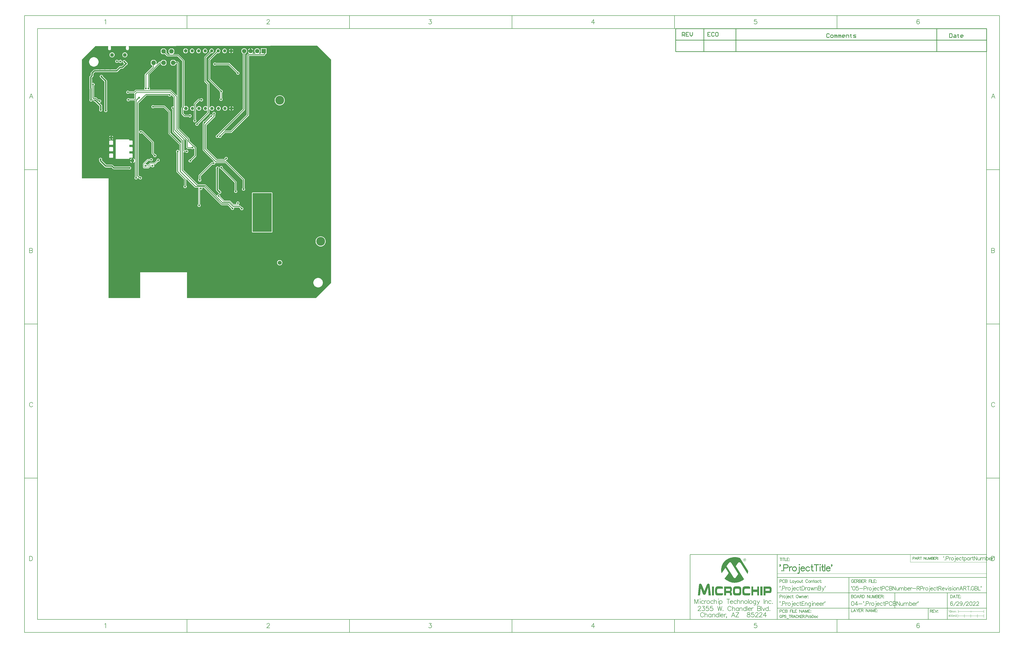
<source format=gbl>
G04*
G04 #@! TF.GenerationSoftware,Altium Limited,Altium Designer,22.5.1 (42)*
G04*
G04 Layer_Physical_Order=2*
G04 Layer_Color=16711680*
%FSLAX43Y43*%
%MOMM*%
G71*
G04*
G04 #@! TF.SameCoordinates,C4BC9487-C326-4BBF-99EC-16615E38A13B*
G04*
G04*
G04 #@! TF.FilePolarity,Positive*
G04*
G01*
G75*
%ADD10C,0.250*%
%ADD11C,0.200*%
%ADD12C,0.100*%
%ADD13C,0.254*%
%ADD14C,0.600*%
%ADD15C,0.127*%
%ADD16C,0.180*%
%ADD17C,0.178*%
%ADD18C,0.150*%
%ADD19C,0.350*%
%ADD22C,0.500*%
%ADD83C,1.400*%
%ADD84C,1.200*%
%ADD93C,0.300*%
%ADD99C,1.570*%
%ADD100C,3.450*%
%ADD101C,1.295*%
%ADD102P,1.402X8X22.5*%
%ADD103P,1.840X8X22.5*%
%ADD104C,1.450*%
%ADD105C,1.700*%
%ADD106R,1.700X1.700*%
%ADD107C,0.700*%
G36*
X97694Y59573D02*
X97694Y-27773D01*
X91773Y-33694D01*
X41454Y-33694D01*
X41375Y-33600D01*
X41375Y-33567D01*
X41375Y-23600D01*
X23074Y-23600D01*
X23074Y-33567D01*
X23074Y-33600D01*
X22995Y-33694D01*
X10693Y-33694D01*
X10693Y13137D01*
X306Y13137D01*
X306Y59573D01*
X5609Y64876D01*
X10559Y64883D01*
X10627Y64757D01*
X10582Y64690D01*
X10539Y64475D01*
X10539Y63775D01*
X10582Y63560D01*
X10703Y63378D01*
X10885Y63257D01*
X11100Y63214D01*
X11315Y63257D01*
X11497Y63378D01*
X11618Y63560D01*
X11661Y63775D01*
X11661Y64475D01*
X11618Y64690D01*
X11572Y64758D01*
X11640Y64885D01*
X17566Y64894D01*
X17634Y64767D01*
X17582Y64690D01*
X17539Y64475D01*
X17539Y63775D01*
X17582Y63560D01*
X17703Y63378D01*
X17885Y63257D01*
X18100Y63214D01*
X18315Y63257D01*
X18497Y63378D01*
X18618Y63560D01*
X18661Y63775D01*
X18661Y64475D01*
X18618Y64690D01*
X18565Y64768D01*
X18633Y64896D01*
X92262Y65006D01*
X97694Y59573D01*
X97694Y59573D02*
G37*
G36*
X259352Y-135547D02*
X259440Y-135573D01*
X259542Y-135611D01*
X259631Y-135674D01*
X259720Y-135776D01*
X259783Y-135903D01*
X259809Y-135992D01*
X259809Y-136081D01*
X259809Y-136106D01*
X259796Y-136170D01*
X259783Y-136259D01*
X259745Y-136373D01*
X259682Y-136474D01*
X259580Y-136563D01*
X259440Y-136640D01*
X259364Y-136652D01*
X259263Y-136665D01*
X259225Y-136665D01*
X259174Y-136652D01*
X259123Y-136640D01*
X258983Y-136589D01*
X258907Y-136551D01*
X258844Y-136500D01*
X258831Y-136487D01*
X258818Y-136462D01*
X258793Y-136436D01*
X258767Y-136386D01*
X258704Y-136246D01*
X258691Y-136170D01*
X258678Y-136081D01*
X258678Y-136068D01*
X258678Y-136043D01*
X258691Y-136005D01*
X258704Y-135941D01*
X258755Y-135827D01*
X258805Y-135763D01*
X258856Y-135700D01*
X258869Y-135687D01*
X258882Y-135674D01*
X258920Y-135649D01*
X258971Y-135611D01*
X259098Y-135560D01*
X259174Y-135547D01*
X259263Y-135535D01*
X259288Y-135535D01*
X259352Y-135547D01*
X259352Y-135547D02*
G37*
G36*
X255732Y-135052D02*
X255859Y-135065D01*
X255986Y-135077D01*
X256138Y-135090D01*
X256456Y-135141D01*
X256799Y-135217D01*
X257154Y-135319D01*
X257510Y-135458D01*
X260685Y-140500D01*
X260685Y-140513D01*
X260685Y-140538D01*
X260672Y-140589D01*
X260672Y-140653D01*
X260660Y-140742D01*
X260647Y-140831D01*
X260596Y-141046D01*
X260596Y-141059D01*
X260583Y-141097D01*
X260571Y-141161D01*
X260558Y-141237D01*
X260533Y-141326D01*
X260495Y-141427D01*
X260431Y-141669D01*
X257675Y-137363D01*
X257662Y-137351D01*
X257637Y-137313D01*
X257586Y-137262D01*
X257535Y-137198D01*
X257459Y-137135D01*
X257370Y-137084D01*
X257281Y-137046D01*
X257180Y-137033D01*
X257142Y-137033D01*
X257091Y-137046D01*
X257027Y-137071D01*
X256964Y-137109D01*
X256888Y-137173D01*
X256799Y-137249D01*
X256723Y-137351D01*
X255808Y-138608D01*
X259034Y-143713D01*
X259021Y-143726D01*
X258958Y-143777D01*
X258882Y-143840D01*
X258755Y-143929D01*
X258615Y-144031D01*
X258437Y-144145D01*
X258221Y-144272D01*
X257993Y-144399D01*
X257726Y-144526D01*
X257447Y-144653D01*
X257142Y-144768D01*
X256812Y-144869D01*
X256456Y-144958D01*
X256088Y-145022D01*
X255707Y-145072D01*
X255300Y-145085D01*
X255199Y-145085D01*
X255084Y-145072D01*
X254932Y-145060D01*
X254741Y-145034D01*
X254513Y-144996D01*
X254259Y-144945D01*
X253992Y-144882D01*
X253700Y-144793D01*
X253383Y-144679D01*
X253065Y-144552D01*
X252748Y-144387D01*
X252417Y-144196D01*
X252087Y-143980D01*
X251770Y-143726D01*
X251465Y-143434D01*
X252836Y-141542D01*
X252849Y-141529D01*
X252875Y-141478D01*
X252887Y-141440D01*
X252900Y-141389D01*
X252925Y-141313D01*
X252938Y-141237D01*
X252938Y-141224D01*
X252938Y-141212D01*
X252925Y-141135D01*
X252875Y-141008D01*
X252836Y-140932D01*
X252786Y-140856D01*
X251770Y-139268D01*
X250258Y-141364D01*
X250258Y-141351D01*
X250246Y-141339D01*
X250246Y-141300D01*
X250233Y-141250D01*
X250208Y-141123D01*
X250169Y-140958D01*
X250131Y-140742D01*
X250106Y-140513D01*
X250093Y-140259D01*
X250081Y-139980D01*
X250081Y-139954D01*
X250081Y-139891D01*
X250093Y-139789D01*
X250106Y-139649D01*
X250131Y-139484D01*
X250157Y-139281D01*
X250208Y-139065D01*
X250258Y-138824D01*
X250335Y-138557D01*
X250436Y-138291D01*
X250550Y-138011D01*
X250690Y-137719D01*
X250855Y-137440D01*
X251046Y-137148D01*
X251274Y-136868D01*
X251528Y-136589D01*
X251541Y-136576D01*
X251605Y-136525D01*
X251693Y-136449D01*
X251808Y-136347D01*
X251960Y-136233D01*
X252138Y-136093D01*
X252354Y-135954D01*
X252595Y-135814D01*
X252875Y-135674D01*
X253167Y-135535D01*
X253484Y-135395D01*
X253827Y-135281D01*
X254208Y-135179D01*
X254589Y-135103D01*
X255008Y-135052D01*
X255440Y-135039D01*
X255630Y-135039D01*
X255732Y-135052D01*
X255732Y-135052D02*
G37*
G36*
X260990Y-146520D02*
X261066Y-146520D01*
X261117Y-146533D01*
X261130Y-146533D01*
X261155Y-146546D01*
X261206Y-146571D01*
X261257Y-146596D01*
X261307Y-146647D01*
X261358Y-146698D01*
X261409Y-146774D01*
X261434Y-146876D01*
X261434Y-146888D01*
X261434Y-146914D01*
X261447Y-146952D01*
X261447Y-147015D01*
X261447Y-147092D01*
X261460Y-147181D01*
X261460Y-147295D01*
X261460Y-147435D01*
X259580Y-147384D01*
X259567Y-147384D01*
X259517Y-147396D01*
X259440Y-147422D01*
X259364Y-147460D01*
X259275Y-147549D01*
X259212Y-147676D01*
X259174Y-147752D01*
X259161Y-147854D01*
X259136Y-147955D01*
X259136Y-148082D01*
X259136Y-148463D01*
X259136Y-148476D01*
X259136Y-148489D01*
X259148Y-148565D01*
X259161Y-148679D01*
X259186Y-148806D01*
X259237Y-148933D01*
X259313Y-149047D01*
X259415Y-149124D01*
X259479Y-149136D01*
X259555Y-149149D01*
X261485Y-149149D01*
X261485Y-149174D01*
X261485Y-149238D01*
X261485Y-149327D01*
X261472Y-149441D01*
X261460Y-149568D01*
X261447Y-149682D01*
X261422Y-149771D01*
X261384Y-149848D01*
X261384Y-149860D01*
X261358Y-149873D01*
X261320Y-149898D01*
X261257Y-149936D01*
X261168Y-149975D01*
X261053Y-150000D01*
X260914Y-150013D01*
X260736Y-150025D01*
X259339Y-150025D01*
X259225Y-150000D01*
X259085Y-149975D01*
X258932Y-149936D01*
X258793Y-149873D01*
X258653Y-149784D01*
X258551Y-149657D01*
X258551Y-149644D01*
X258526Y-149606D01*
X258501Y-149543D01*
X258475Y-149441D01*
X258450Y-149327D01*
X258424Y-149174D01*
X258412Y-148997D01*
X258399Y-148793D01*
X258399Y-147765D01*
X258399Y-147752D01*
X258399Y-147727D01*
X258399Y-147676D01*
X258412Y-147625D01*
X258424Y-147473D01*
X258450Y-147295D01*
X258501Y-147104D01*
X258577Y-146914D01*
X258678Y-146761D01*
X258742Y-146685D01*
X258818Y-146634D01*
X258831Y-146634D01*
X258856Y-146609D01*
X258907Y-146596D01*
X258971Y-146571D01*
X259059Y-146546D01*
X259161Y-146533D01*
X259288Y-146507D01*
X260825Y-146507D01*
X260990Y-146520D01*
X260990Y-146520D02*
G37*
G36*
X264914Y-150000D02*
X264178Y-150000D01*
X264178Y-148692D01*
X262628Y-148692D01*
X262628Y-150000D01*
X261942Y-150000D01*
X261942Y-146533D01*
X262628Y-146533D01*
X262628Y-147765D01*
X264178Y-147765D01*
X264178Y-146533D01*
X264914Y-146533D01*
X264914Y-150000D01*
X264914Y-150000D02*
G37*
G36*
X245216Y-145415D02*
X245280Y-145428D01*
X245356Y-145466D01*
X245432Y-145530D01*
X245509Y-145631D01*
X245559Y-145758D01*
X245597Y-145936D01*
X246067Y-150000D01*
X245204Y-150000D01*
X244962Y-147079D01*
X244937Y-147079D01*
X244048Y-149428D01*
X244035Y-149441D01*
X244023Y-149492D01*
X243985Y-149543D01*
X243934Y-149619D01*
X243858Y-149682D01*
X243769Y-149746D01*
X243667Y-149797D01*
X243540Y-149809D01*
X243527Y-149809D01*
X243477Y-149797D01*
X243413Y-149784D01*
X243324Y-149759D01*
X243235Y-149721D01*
X243146Y-149644D01*
X243057Y-149555D01*
X242994Y-149428D01*
X242118Y-147117D01*
X242105Y-147117D01*
X241851Y-150000D01*
X241000Y-150000D01*
X241445Y-145898D01*
X241445Y-145872D01*
X241457Y-145822D01*
X241483Y-145745D01*
X241521Y-145644D01*
X241584Y-145555D01*
X241660Y-145479D01*
X241775Y-145428D01*
X241902Y-145403D01*
X241927Y-145403D01*
X241978Y-145415D01*
X242054Y-145428D01*
X242156Y-145453D01*
X242257Y-145517D01*
X242359Y-145593D01*
X242461Y-145707D01*
X242537Y-145860D01*
X243527Y-148374D01*
X243540Y-148374D01*
X244531Y-145860D01*
X244543Y-145834D01*
X244569Y-145784D01*
X244607Y-145720D01*
X244670Y-145631D01*
X244759Y-145542D01*
X244874Y-145479D01*
X245001Y-145428D01*
X245153Y-145403D01*
X245166Y-145403D01*
X245216Y-145415D01*
X245216Y-145415D02*
G37*
G36*
X269042Y-146546D02*
X269156Y-146558D01*
X269296Y-146609D01*
X269435Y-146673D01*
X269562Y-146774D01*
X269677Y-146927D01*
X269715Y-147015D01*
X269753Y-147117D01*
X269753Y-147130D01*
X269766Y-147155D01*
X269766Y-147219D01*
X269778Y-147282D01*
X269791Y-147371D01*
X269791Y-147473D01*
X269804Y-147600D01*
X269804Y-147727D01*
X269804Y-148006D01*
X269804Y-148019D01*
X269804Y-148031D01*
X269804Y-148108D01*
X269791Y-148209D01*
X269778Y-148349D01*
X269753Y-148489D01*
X269715Y-148641D01*
X269664Y-148781D01*
X269600Y-148895D01*
X269588Y-148908D01*
X269575Y-148933D01*
X269537Y-148971D01*
X269486Y-149009D01*
X269410Y-149047D01*
X269334Y-149086D01*
X269245Y-149111D01*
X269131Y-149124D01*
X267416Y-149124D01*
X267416Y-150000D01*
X266692Y-150000D01*
X266692Y-146533D01*
X268965Y-146533D01*
X269042Y-146546D01*
X269042Y-146546D02*
G37*
G36*
X266235Y-150000D02*
X265422Y-150000D01*
X265422Y-146533D01*
X266235Y-146533D01*
X266235Y-150000D01*
X266235Y-150000D02*
G37*
G36*
X253725Y-146546D02*
X253840Y-146584D01*
X253967Y-146660D01*
X254030Y-146711D01*
X254094Y-146787D01*
X254157Y-146863D01*
X254208Y-146965D01*
X254246Y-147079D01*
X254284Y-147219D01*
X254297Y-147384D01*
X254310Y-147562D01*
X254310Y-147777D01*
X254310Y-147790D01*
X254310Y-147803D01*
X254310Y-147841D01*
X254310Y-147892D01*
X254284Y-148019D01*
X254259Y-148158D01*
X254208Y-148311D01*
X254145Y-148451D01*
X254043Y-148565D01*
X253979Y-148616D01*
X253916Y-148641D01*
X253916Y-148654D01*
X253929Y-148654D01*
X253979Y-148679D01*
X254043Y-148730D01*
X254119Y-148793D01*
X254183Y-148895D01*
X254246Y-149022D01*
X254297Y-149200D01*
X254310Y-149314D01*
X254310Y-149428D01*
X254310Y-150000D01*
X253573Y-150000D01*
X253573Y-149594D01*
X253573Y-149581D01*
X253573Y-149543D01*
X253573Y-149492D01*
X253573Y-149441D01*
X253560Y-149314D01*
X253560Y-149263D01*
X253548Y-149225D01*
X253535Y-149200D01*
X253497Y-149162D01*
X253408Y-149124D01*
X253294Y-149098D01*
X252011Y-149098D01*
X252011Y-150000D01*
X251274Y-150000D01*
X251274Y-146533D01*
X253649Y-146533D01*
X253725Y-146546D01*
X253725Y-146546D02*
G37*
G36*
X247312Y-150000D02*
X246499Y-150000D01*
X246499Y-146533D01*
X247312Y-146533D01*
X247312Y-150000D01*
X247312Y-150000D02*
G37*
G36*
X257154Y-146520D02*
X257281Y-146546D01*
X257421Y-146584D01*
X257561Y-146634D01*
X257675Y-146711D01*
X257777Y-146812D01*
X257789Y-146825D01*
X257815Y-146863D01*
X257840Y-146939D01*
X257891Y-147041D01*
X257929Y-147181D01*
X257954Y-147333D01*
X257980Y-147523D01*
X257993Y-147752D01*
X257993Y-148781D01*
X257993Y-148793D01*
X257993Y-148819D01*
X257993Y-148870D01*
X257980Y-148933D01*
X257967Y-149098D01*
X257929Y-149289D01*
X257866Y-149492D01*
X257777Y-149682D01*
X257650Y-149848D01*
X257574Y-149911D01*
X257485Y-149962D01*
X257472Y-149962D01*
X257447Y-149975D01*
X257408Y-149987D01*
X257345Y-149987D01*
X257269Y-150000D01*
X257180Y-150013D01*
X257066Y-150025D01*
X255694Y-150025D01*
X255592Y-150013D01*
X255453Y-149987D01*
X255313Y-149949D01*
X255173Y-149886D01*
X255034Y-149809D01*
X254932Y-149695D01*
X254919Y-149682D01*
X254907Y-149644D01*
X254868Y-149568D01*
X254843Y-149467D01*
X254805Y-149340D01*
X254767Y-149187D01*
X254754Y-148997D01*
X254741Y-148781D01*
X254741Y-147752D01*
X254741Y-147739D01*
X254741Y-147701D01*
X254741Y-147650D01*
X254754Y-147587D01*
X254754Y-147511D01*
X254780Y-147409D01*
X254818Y-147206D01*
X254894Y-147003D01*
X254995Y-146800D01*
X255059Y-146723D01*
X255148Y-146647D01*
X255237Y-146584D01*
X255338Y-146546D01*
X255351Y-146546D01*
X255376Y-146533D01*
X255415Y-146533D01*
X255465Y-146520D01*
X255529Y-146520D01*
X255605Y-146507D01*
X257053Y-146507D01*
X257154Y-146520D01*
X257154Y-146520D02*
G37*
G36*
X250081Y-146520D02*
X250258Y-146520D01*
X250411Y-146533D01*
X250487Y-146546D01*
X250538Y-146558D01*
X250589Y-146571D01*
X250614Y-146584D01*
X250627Y-146584D01*
X250639Y-146609D01*
X250677Y-146660D01*
X250716Y-146723D01*
X250741Y-146825D01*
X250779Y-146965D01*
X250792Y-147155D01*
X250804Y-147257D01*
X250804Y-147384D01*
X248912Y-147384D01*
X248823Y-147396D01*
X248722Y-147447D01*
X248671Y-147473D01*
X248620Y-147523D01*
X248620Y-147536D01*
X248607Y-147549D01*
X248582Y-147587D01*
X248569Y-147650D01*
X248544Y-147727D01*
X248518Y-147816D01*
X248506Y-147943D01*
X248506Y-148082D01*
X248506Y-148463D01*
X248506Y-148476D01*
X248506Y-148527D01*
X248506Y-148603D01*
X248518Y-148679D01*
X248531Y-148857D01*
X248544Y-148933D01*
X248569Y-148984D01*
X248569Y-148997D01*
X248582Y-149009D01*
X248645Y-149060D01*
X248696Y-149098D01*
X248760Y-149124D01*
X248836Y-149136D01*
X248925Y-149149D01*
X250855Y-149149D01*
X250855Y-149174D01*
X250855Y-149225D01*
X250855Y-149314D01*
X250843Y-149416D01*
X250830Y-149530D01*
X250817Y-149644D01*
X250792Y-149733D01*
X250754Y-149809D01*
X250741Y-149822D01*
X250728Y-149848D01*
X250677Y-149873D01*
X250627Y-149911D01*
X250538Y-149962D01*
X250423Y-149987D01*
X250284Y-150013D01*
X250106Y-150025D01*
X248709Y-150025D01*
X248595Y-150013D01*
X248480Y-149987D01*
X248341Y-149962D01*
X248201Y-149911D01*
X248074Y-149835D01*
X247972Y-149746D01*
X247960Y-149733D01*
X247934Y-149695D01*
X247896Y-149619D01*
X247858Y-149517D01*
X247820Y-149390D01*
X247782Y-149225D01*
X247756Y-149022D01*
X247744Y-148781D01*
X247744Y-147752D01*
X247744Y-147739D01*
X247744Y-147701D01*
X247744Y-147650D01*
X247756Y-147574D01*
X247769Y-147485D01*
X247782Y-147396D01*
X247833Y-147181D01*
X247922Y-146965D01*
X248049Y-146761D01*
X248125Y-146673D01*
X248226Y-146609D01*
X248328Y-146558D01*
X248455Y-146520D01*
X248480Y-146520D01*
X248557Y-146507D01*
X249915Y-146507D01*
X250081Y-146520D01*
X250081Y-146520D02*
G37*
%LPC*%
G36*
X58912Y63842D02*
X58912Y63289D01*
X59465Y63289D01*
X59452Y63337D01*
X59333Y63542D01*
X59165Y63710D01*
X58960Y63829D01*
X58912Y63842D01*
X58912Y63842D02*
G37*
G36*
X58312Y63842D02*
X58264Y63829D01*
X58058Y63710D01*
X57890Y63542D01*
X57772Y63337D01*
X57759Y63289D01*
X58312Y63289D01*
X58312Y63842D01*
X58312Y63842D02*
G37*
G36*
X66549Y63984D02*
X66549Y63222D01*
X67311Y63222D01*
X67278Y63348D01*
X67132Y63600D01*
X66927Y63805D01*
X66675Y63950D01*
X66549Y63984D01*
X66549Y63984D02*
G37*
G36*
X65949Y63984D02*
X65823Y63950D01*
X65571Y63805D01*
X65365Y63600D01*
X65220Y63348D01*
X65186Y63222D01*
X65949Y63222D01*
X65949Y63984D01*
X65949Y63984D02*
G37*
G36*
X59465Y62689D02*
X58912Y62689D01*
X58912Y62136D01*
X58960Y62149D01*
X59165Y62267D01*
X59333Y62435D01*
X59452Y62641D01*
X59465Y62689D01*
X59465Y62689D02*
G37*
G36*
X58312Y62689D02*
X57759Y62689D01*
X57772Y62641D01*
X57890Y62435D01*
X58058Y62267D01*
X58264Y62149D01*
X58312Y62136D01*
X58312Y62689D01*
X58312Y62689D02*
G37*
G36*
X56190Y63887D02*
X55954Y63887D01*
X55725Y63825D01*
X55521Y63707D01*
X55353Y63540D01*
X55235Y63335D01*
X55174Y63107D01*
X55174Y62871D01*
X55235Y62642D01*
X55353Y62438D01*
X55521Y62271D01*
X55725Y62152D01*
X55954Y62091D01*
X56190Y62091D01*
X56418Y62152D01*
X56623Y62271D01*
X56790Y62438D01*
X56908Y62642D01*
X56970Y62871D01*
X56970Y63107D01*
X56908Y63335D01*
X56790Y63540D01*
X56623Y63707D01*
X56418Y63825D01*
X56190Y63887D01*
X56190Y63887D02*
G37*
G36*
X53650Y63887D02*
X53414Y63887D01*
X53185Y63825D01*
X52981Y63707D01*
X52813Y63540D01*
X52695Y63335D01*
X52634Y63107D01*
X52634Y62871D01*
X52677Y62711D01*
X49753Y59787D01*
X49664Y59654D01*
X49633Y59498D01*
X49633Y59498D01*
X49633Y51916D01*
X49633Y51916D01*
X49664Y51760D01*
X49753Y51627D01*
X54187Y47193D01*
X54187Y47050D01*
X54279Y46830D01*
X54367Y46741D01*
X54367Y44585D01*
X54321Y44566D01*
X54152Y44397D01*
X54061Y44177D01*
X54061Y43938D01*
X54152Y43718D01*
X54321Y43549D01*
X54541Y43457D01*
X54780Y43457D01*
X55000Y43549D01*
X55169Y43718D01*
X55261Y43938D01*
X55261Y44177D01*
X55169Y44397D01*
X55081Y44486D01*
X55081Y46642D01*
X55127Y46661D01*
X55296Y46830D01*
X55387Y47050D01*
X55387Y47289D01*
X55296Y47509D01*
X55127Y47678D01*
X54907Y47769D01*
X54764Y47769D01*
X50449Y52085D01*
X50449Y59329D01*
X53254Y62134D01*
X53414Y62091D01*
X53650Y62091D01*
X53878Y62152D01*
X54083Y62271D01*
X54250Y62438D01*
X54368Y62642D01*
X54430Y62871D01*
X54430Y63107D01*
X54368Y63335D01*
X54250Y63540D01*
X54083Y63707D01*
X53878Y63825D01*
X53650Y63887D01*
X53650Y63887D02*
G37*
G36*
X51110Y63887D02*
X50874Y63887D01*
X50645Y63825D01*
X50441Y63707D01*
X50273Y63540D01*
X50155Y63335D01*
X50094Y63107D01*
X50094Y62871D01*
X50155Y62644D01*
X48241Y60729D01*
X48152Y60597D01*
X48121Y60441D01*
X48121Y60441D01*
X48121Y51218D01*
X48121Y51218D01*
X48152Y51062D01*
X48241Y50930D01*
X49276Y49894D01*
X49276Y41218D01*
X49159Y41169D01*
X49125Y41203D01*
X48920Y41321D01*
X48692Y41382D01*
X48456Y41382D01*
X48227Y41321D01*
X48023Y41203D01*
X47855Y41036D01*
X47737Y40831D01*
X47676Y40603D01*
X47676Y40366D01*
X47737Y40138D01*
X47855Y39933D01*
X48023Y39766D01*
X48227Y39648D01*
X48456Y39587D01*
X48692Y39587D01*
X48920Y39648D01*
X49125Y39766D01*
X49159Y39800D01*
X49276Y39752D01*
X49276Y38829D01*
X45323Y34875D01*
X45180Y34875D01*
X44959Y34784D01*
X44791Y34615D01*
X44699Y34394D01*
X44699Y34156D01*
X44791Y33935D01*
X44959Y33766D01*
X45180Y33675D01*
X45419Y33675D01*
X45639Y33766D01*
X45808Y33935D01*
X45899Y34156D01*
X45899Y34298D01*
X49972Y38371D01*
X49972Y38371D01*
X50061Y38504D01*
X50092Y38660D01*
X50092Y38660D01*
X50092Y40360D01*
X50216Y40366D01*
X50277Y40138D01*
X50395Y39933D01*
X50563Y39766D01*
X50767Y39648D01*
X50996Y39587D01*
X51232Y39587D01*
X51460Y39648D01*
X51665Y39766D01*
X51832Y39933D01*
X51950Y40138D01*
X52011Y40366D01*
X52011Y40603D01*
X51950Y40831D01*
X51832Y41036D01*
X51665Y41203D01*
X51460Y41321D01*
X51232Y41382D01*
X50996Y41382D01*
X50767Y41321D01*
X50563Y41203D01*
X50395Y41036D01*
X50277Y40831D01*
X50216Y40603D01*
X50092Y40610D01*
X50092Y50063D01*
X50092Y50063D01*
X50061Y50219D01*
X49972Y50352D01*
X49972Y50352D01*
X48937Y51387D01*
X48937Y60272D01*
X50781Y62116D01*
X50874Y62091D01*
X51110Y62091D01*
X51338Y62152D01*
X51543Y62271D01*
X51710Y62438D01*
X51828Y62642D01*
X51890Y62871D01*
X51890Y63107D01*
X51828Y63335D01*
X51710Y63540D01*
X51543Y63707D01*
X51338Y63825D01*
X51110Y63887D01*
X51110Y63887D02*
G37*
G36*
X48570Y63887D02*
X48334Y63887D01*
X48105Y63825D01*
X47901Y63707D01*
X47733Y63540D01*
X47615Y63335D01*
X47554Y63107D01*
X47554Y62871D01*
X47615Y62642D01*
X47733Y62438D01*
X47901Y62271D01*
X48105Y62152D01*
X48334Y62091D01*
X48570Y62091D01*
X48798Y62152D01*
X49003Y62271D01*
X49170Y62438D01*
X49288Y62642D01*
X49350Y62871D01*
X49350Y63107D01*
X49288Y63335D01*
X49170Y63540D01*
X49003Y63707D01*
X48798Y63825D01*
X48570Y63887D01*
X48570Y63887D02*
G37*
G36*
X46030Y63887D02*
X45794Y63887D01*
X45565Y63825D01*
X45361Y63707D01*
X45193Y63540D01*
X45075Y63335D01*
X45014Y63107D01*
X45014Y62871D01*
X45075Y62642D01*
X45193Y62438D01*
X45361Y62271D01*
X45565Y62152D01*
X45794Y62091D01*
X46030Y62091D01*
X46258Y62152D01*
X46463Y62271D01*
X46630Y62438D01*
X46748Y62642D01*
X46810Y62871D01*
X46810Y63107D01*
X46748Y63335D01*
X46630Y63540D01*
X46463Y63707D01*
X46258Y63825D01*
X46030Y63887D01*
X46030Y63887D02*
G37*
G36*
X43490Y63887D02*
X43254Y63887D01*
X43025Y63825D01*
X42821Y63707D01*
X42653Y63540D01*
X42535Y63335D01*
X42474Y63107D01*
X42474Y62871D01*
X42535Y62642D01*
X42653Y62438D01*
X42821Y62271D01*
X43025Y62152D01*
X43254Y62091D01*
X43490Y62091D01*
X43718Y62152D01*
X43923Y62271D01*
X44090Y62438D01*
X44208Y62642D01*
X44270Y62871D01*
X44270Y63107D01*
X44208Y63335D01*
X44090Y63540D01*
X43923Y63707D01*
X43718Y63825D01*
X43490Y63887D01*
X43490Y63887D02*
G37*
G36*
X41281Y63887D02*
X40383Y63887D01*
X39934Y63438D01*
X39934Y62540D01*
X40383Y62091D01*
X41281Y62091D01*
X41730Y62540D01*
X41730Y63438D01*
X41281Y63887D01*
X41281Y63887D02*
G37*
G36*
X72429Y64022D02*
X70229Y64022D01*
X70229Y61870D01*
X69422Y61870D01*
X69388Y61997D01*
X69464Y62041D01*
X69669Y62246D01*
X69814Y62497D01*
X69889Y62777D01*
X69889Y63066D01*
X69814Y63346D01*
X69669Y63597D01*
X69464Y63802D01*
X69213Y63947D01*
X68934Y64022D01*
X68644Y64022D01*
X68364Y63947D01*
X68113Y63802D01*
X67909Y63597D01*
X67764Y63346D01*
X67689Y63066D01*
X67689Y62777D01*
X67764Y62497D01*
X67909Y62246D01*
X68113Y62041D01*
X68190Y61997D01*
X68156Y61870D01*
X66890Y61870D01*
X66856Y61997D01*
X66927Y62038D01*
X67132Y62244D01*
X67278Y62496D01*
X67311Y62622D01*
X66249Y62622D01*
X65186Y62622D01*
X65220Y62496D01*
X65365Y62244D01*
X65571Y62038D01*
X65642Y61997D01*
X65608Y61870D01*
X65350Y61870D01*
X65350Y61870D01*
X65194Y61839D01*
X65062Y61751D01*
X65062Y61751D01*
X64886Y61575D01*
X64797Y61443D01*
X64766Y61287D01*
X64766Y61287D01*
X64766Y38098D01*
X58391Y31722D01*
X56033Y31722D01*
X56032Y31722D01*
X55970Y31839D01*
X63944Y39813D01*
X63944Y39813D01*
X64032Y39945D01*
X64063Y40102D01*
X64063Y61878D01*
X64133Y61897D01*
X64384Y62041D01*
X64589Y62246D01*
X64734Y62497D01*
X64809Y62777D01*
X64809Y63066D01*
X64734Y63346D01*
X64589Y63597D01*
X64384Y63802D01*
X64133Y63947D01*
X63854Y64022D01*
X63564Y64022D01*
X63284Y63947D01*
X63033Y63802D01*
X62829Y63597D01*
X62684Y63346D01*
X62609Y63066D01*
X62609Y62777D01*
X62684Y62497D01*
X62829Y62246D01*
X63033Y62041D01*
X63248Y61918D01*
X63248Y40271D01*
X53155Y30177D01*
X53104Y30177D01*
X52884Y30086D01*
X52715Y29917D01*
X52624Y29697D01*
X52624Y29458D01*
X52715Y29237D01*
X52884Y29069D01*
X53104Y28977D01*
X53343Y28977D01*
X53564Y29069D01*
X53649Y29155D01*
X53760Y29210D01*
X53815Y29155D01*
X53929Y29041D01*
X54149Y28950D01*
X54388Y28950D01*
X54608Y29041D01*
X54777Y29210D01*
X54869Y29431D01*
X54869Y29573D01*
X56202Y30907D01*
X58559Y30907D01*
X58559Y30907D01*
X58716Y30938D01*
X58848Y31026D01*
X65463Y37641D01*
X65463Y37641D01*
X65551Y37773D01*
X65582Y37929D01*
X65582Y61055D01*
X71403Y61055D01*
X71403Y61055D01*
X71559Y61086D01*
X71691Y61174D01*
X71867Y61350D01*
X71867Y61350D01*
X71955Y61482D01*
X71986Y61638D01*
X71986Y61638D01*
X71986Y61822D01*
X72429Y61822D01*
X72429Y64022D01*
X72429Y64022D02*
G37*
G36*
X35852Y63916D02*
X34752Y63916D01*
X34202Y63366D01*
X34202Y62266D01*
X34659Y61809D01*
X34607Y61682D01*
X33911Y61682D01*
X33300Y62293D01*
X33300Y63366D01*
X32750Y63916D01*
X31650Y63916D01*
X31100Y63366D01*
X31100Y62266D01*
X31650Y61716D01*
X32723Y61716D01*
X33453Y60986D01*
X33453Y60986D01*
X33586Y60897D01*
X33742Y60866D01*
X37628Y60866D01*
X39514Y58980D01*
X39514Y41088D01*
X39321Y40895D01*
X39233Y40763D01*
X39202Y40607D01*
X39202Y40607D01*
X39202Y38415D01*
X39202Y38415D01*
X39233Y38259D01*
X39321Y38127D01*
X40178Y37269D01*
X40178Y37269D01*
X40311Y37181D01*
X40467Y37150D01*
X42089Y37150D01*
X42189Y37049D01*
X42410Y36958D01*
X42649Y36958D01*
X42869Y37049D01*
X43038Y37218D01*
X43129Y37438D01*
X43129Y37677D01*
X43038Y37898D01*
X42869Y38066D01*
X42649Y38158D01*
X42410Y38158D01*
X42189Y38066D01*
X42089Y37966D01*
X40636Y37966D01*
X40017Y38584D01*
X40017Y39895D01*
X40144Y39947D01*
X40505Y39587D01*
X41403Y39587D01*
X41851Y40036D01*
X41851Y40933D01*
X41403Y41382D01*
X40505Y41382D01*
X40447Y41325D01*
X40330Y41373D01*
X40330Y59149D01*
X40299Y59305D01*
X40210Y59437D01*
X40210Y59437D01*
X38085Y61563D01*
X37953Y61651D01*
X37797Y61682D01*
X37797Y61682D01*
X35998Y61682D01*
X35945Y61809D01*
X36402Y62266D01*
X36402Y63366D01*
X35852Y63916D01*
X35852Y63916D02*
G37*
G36*
X17228Y62400D02*
X16972Y62400D01*
X16724Y62334D01*
X16501Y62205D01*
X16320Y62024D01*
X16191Y61801D01*
X16125Y61553D01*
X16125Y61297D01*
X16191Y61049D01*
X16320Y60826D01*
X16501Y60645D01*
X16724Y60516D01*
X16972Y60450D01*
X17228Y60450D01*
X17476Y60516D01*
X17699Y60645D01*
X17880Y60826D01*
X18009Y61049D01*
X18075Y61297D01*
X18075Y61553D01*
X18009Y61801D01*
X17880Y62024D01*
X17699Y62205D01*
X17476Y62334D01*
X17228Y62400D01*
X17228Y62400D02*
G37*
G36*
X12228Y62400D02*
X11972Y62400D01*
X11724Y62334D01*
X11501Y62205D01*
X11320Y62024D01*
X11191Y61801D01*
X11125Y61553D01*
X11125Y61297D01*
X11191Y61049D01*
X11320Y60826D01*
X11501Y60645D01*
X11724Y60516D01*
X11972Y60450D01*
X12228Y60450D01*
X12476Y60516D01*
X12699Y60645D01*
X12880Y60826D01*
X13009Y61049D01*
X13075Y61297D01*
X13075Y61553D01*
X13009Y61801D01*
X12880Y62024D01*
X12699Y62205D01*
X12476Y62334D01*
X12228Y62400D01*
X12228Y62400D02*
G37*
G36*
X14072Y59504D02*
X13833Y59504D01*
X13613Y59413D01*
X13444Y59244D01*
X13353Y59023D01*
X13353Y58785D01*
X13444Y58564D01*
X13613Y58395D01*
X13833Y58304D01*
X14072Y58304D01*
X14293Y58395D01*
X14419Y58522D01*
X14874Y58522D01*
X15022Y58374D01*
X15243Y58282D01*
X15481Y58282D01*
X15702Y58374D01*
X15871Y58542D01*
X15962Y58763D01*
X15962Y59002D01*
X15871Y59222D01*
X15702Y59391D01*
X15481Y59482D01*
X15243Y59482D01*
X15022Y59391D01*
X14918Y59286D01*
X14419Y59286D01*
X14293Y59413D01*
X14072Y59504D01*
X14072Y59504D02*
G37*
G36*
X32750Y59474D02*
X31650Y59474D01*
X31100Y58924D01*
X31100Y58756D01*
X30693Y58756D01*
X30547Y58727D01*
X30423Y58644D01*
X29512Y57733D01*
X29400Y57801D01*
X29400Y58868D01*
X28850Y59418D01*
X27750Y59418D01*
X27200Y58868D01*
X27200Y57769D01*
X27750Y57218D01*
X27871Y57218D01*
X27871Y56844D01*
X25019Y53992D01*
X24936Y53868D01*
X24907Y53722D01*
X24907Y48722D01*
X24781Y48596D01*
X24689Y48376D01*
X24689Y48137D01*
X24781Y47916D01*
X24799Y47898D01*
X24750Y47781D01*
X21392Y47781D01*
X21246Y47752D01*
X21122Y47669D01*
X20648Y47195D01*
X18700Y47195D01*
X18574Y47321D01*
X18353Y47413D01*
X18115Y47413D01*
X17894Y47321D01*
X17725Y47153D01*
X17634Y46932D01*
X17634Y46693D01*
X17725Y46473D01*
X17894Y46304D01*
X18115Y46213D01*
X18353Y46213D01*
X18574Y46304D01*
X18700Y46430D01*
X20685Y46430D01*
X20696Y46424D01*
X20779Y46303D01*
X20763Y46224D01*
X20763Y44267D01*
X18910Y44267D01*
X18783Y44393D01*
X18563Y44484D01*
X18324Y44484D01*
X18104Y44393D01*
X17935Y44224D01*
X17844Y44004D01*
X17844Y43765D01*
X17935Y43545D01*
X18104Y43376D01*
X18324Y43284D01*
X18563Y43284D01*
X18783Y43376D01*
X18910Y43502D01*
X20999Y43502D01*
X21079Y43437D01*
X21079Y24599D01*
X21079Y24599D01*
X21092Y24531D01*
X21092Y20327D01*
X20965Y20311D01*
X20939Y20408D01*
X20813Y20626D01*
X20636Y20803D01*
X20418Y20929D01*
X20350Y20947D01*
X20350Y20040D01*
X20350Y19133D01*
X20418Y19151D01*
X20636Y19277D01*
X20813Y19454D01*
X20939Y19672D01*
X20965Y19769D01*
X21092Y19753D01*
X21092Y13741D01*
X20991Y13640D01*
X20900Y13419D01*
X20900Y13181D01*
X20991Y12960D01*
X21160Y12791D01*
X21381Y12700D01*
X21619Y12700D01*
X21840Y12791D01*
X22009Y12960D01*
X22100Y13181D01*
X22100Y13331D01*
X22227Y13383D01*
X22519Y13091D01*
X22519Y13091D01*
X22601Y13037D01*
X22631Y12963D01*
X22800Y12795D01*
X23021Y12703D01*
X23259Y12703D01*
X23480Y12795D01*
X23649Y12963D01*
X23740Y13184D01*
X23740Y13423D01*
X23649Y13643D01*
X23480Y13812D01*
X23259Y13903D01*
X23021Y13903D01*
X22907Y13856D01*
X22508Y14256D01*
X22508Y42495D01*
X25533Y45521D01*
X34032Y45521D01*
X34076Y45414D01*
X34245Y45245D01*
X34466Y45154D01*
X34704Y45154D01*
X34925Y45245D01*
X35094Y45414D01*
X35185Y45635D01*
X35185Y45650D01*
X35302Y45698D01*
X36175Y44826D01*
X36175Y41328D01*
X36069Y41258D01*
X36021Y41278D01*
X35783Y41278D01*
X35562Y41186D01*
X35393Y41018D01*
X35302Y40797D01*
X35302Y40558D01*
X35393Y40338D01*
X35562Y40169D01*
X35594Y40156D01*
X35594Y31454D01*
X35594Y31454D01*
X35625Y31298D01*
X35714Y31165D01*
X39112Y27767D01*
X39112Y26894D01*
X38985Y26841D01*
X34878Y30948D01*
X34878Y39206D01*
X34878Y39206D01*
X34847Y39362D01*
X34758Y39495D01*
X32811Y41442D01*
X32679Y41530D01*
X32523Y41561D01*
X32523Y41561D01*
X28528Y41561D01*
X28428Y41662D01*
X28207Y41753D01*
X27968Y41753D01*
X27748Y41662D01*
X27579Y41493D01*
X27488Y41273D01*
X27488Y41034D01*
X27579Y40813D01*
X27748Y40645D01*
X27968Y40553D01*
X28207Y40553D01*
X28428Y40645D01*
X28528Y40745D01*
X32354Y40745D01*
X34062Y39037D01*
X34062Y30779D01*
X34062Y30779D01*
X34093Y30623D01*
X34182Y30491D01*
X38378Y26295D01*
X38378Y23963D01*
X38251Y23938D01*
X38223Y24005D01*
X38054Y24174D01*
X37834Y24265D01*
X37595Y24265D01*
X37374Y24174D01*
X37206Y24005D01*
X37114Y23784D01*
X37114Y23546D01*
X37206Y23325D01*
X37306Y23224D01*
X37306Y15771D01*
X37306Y15771D01*
X37337Y15615D01*
X37426Y15483D01*
X40242Y12666D01*
X40242Y10361D01*
X40141Y10260D01*
X40050Y10040D01*
X40050Y9801D01*
X40141Y9580D01*
X40310Y9412D01*
X40531Y9320D01*
X40769Y9320D01*
X40990Y9412D01*
X41159Y9580D01*
X41250Y9801D01*
X41250Y10040D01*
X41159Y10260D01*
X41058Y10361D01*
X41058Y12770D01*
X41185Y12823D01*
X44424Y9584D01*
X44424Y9584D01*
X44556Y9496D01*
X44712Y9465D01*
X44712Y9465D01*
X45843Y9465D01*
X45896Y9338D01*
X45866Y9307D01*
X45788Y9191D01*
X45761Y9055D01*
X45761Y3021D01*
X45623Y2883D01*
X45532Y2662D01*
X45532Y2423D01*
X45623Y2203D01*
X45792Y2034D01*
X46012Y1943D01*
X46251Y1943D01*
X46472Y2034D01*
X46640Y2203D01*
X46732Y2423D01*
X46732Y2662D01*
X46640Y2883D01*
X46475Y3048D01*
X46475Y8529D01*
X46580Y8600D01*
X46648Y8572D01*
X46887Y8572D01*
X47107Y8663D01*
X47276Y8832D01*
X47367Y9053D01*
X47367Y9291D01*
X47340Y9359D01*
X47410Y9465D01*
X47989Y9465D01*
X54672Y2782D01*
X54672Y2782D01*
X54804Y2693D01*
X54960Y2662D01*
X57310Y2662D01*
X58588Y1385D01*
X58588Y1243D01*
X58679Y1022D01*
X58848Y853D01*
X59068Y762D01*
X59307Y762D01*
X59527Y853D01*
X59696Y1022D01*
X59788Y1243D01*
X59788Y1481D01*
X59746Y1583D01*
X59816Y1688D01*
X61789Y1688D01*
X62193Y1285D01*
X62193Y1142D01*
X62284Y922D01*
X62453Y753D01*
X62674Y662D01*
X62912Y662D01*
X63133Y753D01*
X63302Y922D01*
X63393Y1142D01*
X63393Y1381D01*
X63302Y1601D01*
X63133Y1770D01*
X62912Y1862D01*
X62770Y1862D01*
X62247Y2385D01*
X62114Y2473D01*
X61958Y2504D01*
X61958Y2504D01*
X61593Y2504D01*
X61535Y2631D01*
X61582Y2701D01*
X61609Y2838D01*
X61609Y2982D01*
X61761Y3134D01*
X61852Y3355D01*
X61852Y3593D01*
X61761Y3814D01*
X61592Y3983D01*
X61371Y4074D01*
X61133Y4074D01*
X60912Y3983D01*
X60743Y3814D01*
X60652Y3593D01*
X60652Y3355D01*
X60718Y3196D01*
X60643Y3069D01*
X59541Y3069D01*
X58286Y4324D01*
X58170Y4402D01*
X58033Y4429D01*
X55995Y4429D01*
X54304Y6120D01*
X54317Y6151D01*
X54317Y6390D01*
X54225Y6610D01*
X54056Y6779D01*
X53836Y6871D01*
X53597Y6871D01*
X53377Y6779D01*
X53208Y6610D01*
X53129Y6420D01*
X52999Y6370D01*
X48758Y10611D01*
X48626Y10699D01*
X48583Y10708D01*
X48521Y10749D01*
X48365Y10780D01*
X48365Y10780D01*
X45652Y10780D01*
X39947Y16485D01*
X39947Y23317D01*
X40074Y23385D01*
X40109Y23362D01*
X40255Y23333D01*
X40848Y23333D01*
X40974Y23207D01*
X41195Y23115D01*
X41433Y23115D01*
X41654Y23207D01*
X41823Y23375D01*
X41914Y23596D01*
X41914Y23835D01*
X41823Y24055D01*
X41654Y24224D01*
X41433Y24315D01*
X41195Y24315D01*
X40974Y24224D01*
X40848Y24098D01*
X40414Y24098D01*
X40397Y24115D01*
X40397Y25015D01*
X40377Y25114D01*
X40377Y28460D01*
X40494Y28509D01*
X40621Y28383D01*
X40675Y28347D01*
X41118Y27903D01*
X41118Y25294D01*
X41147Y25148D01*
X41230Y25024D01*
X41376Y24877D01*
X41500Y24795D01*
X41647Y24765D01*
X43064Y24765D01*
X43191Y24639D01*
X43411Y24548D01*
X43650Y24548D01*
X43870Y24639D01*
X44039Y24808D01*
X44183Y24823D01*
X44229Y24784D01*
X44229Y22157D01*
X42631Y20560D01*
X42488Y20560D01*
X42268Y20468D01*
X42099Y20299D01*
X42008Y20079D01*
X42008Y19840D01*
X42099Y19620D01*
X42268Y19451D01*
X42488Y19360D01*
X42727Y19360D01*
X42948Y19451D01*
X43116Y19620D01*
X43208Y19840D01*
X43208Y19983D01*
X44925Y21700D01*
X44925Y21700D01*
X45013Y21832D01*
X45045Y21988D01*
X45045Y21988D01*
X45045Y25031D01*
X45045Y25032D01*
X45013Y25188D01*
X44925Y25320D01*
X44109Y26136D01*
X43976Y26225D01*
X43920Y26236D01*
X42383Y27773D01*
X42383Y28258D01*
X42375Y28302D01*
X42375Y28491D01*
X42375Y28491D01*
X42344Y28647D01*
X42255Y28779D01*
X42255Y28779D01*
X38278Y32756D01*
X38278Y58215D01*
X38278Y58215D01*
X38247Y58372D01*
X38159Y58504D01*
X38158Y58504D01*
X37983Y58680D01*
X37850Y58768D01*
X37694Y58799D01*
X37694Y58799D01*
X37043Y58799D01*
X37043Y58896D01*
X36493Y59446D01*
X35393Y59446D01*
X34843Y58896D01*
X34843Y57796D01*
X35393Y57246D01*
X36493Y57246D01*
X37043Y57796D01*
X37043Y57983D01*
X37462Y57983D01*
X37462Y45629D01*
X37345Y45580D01*
X35256Y47669D01*
X35132Y47752D01*
X34985Y47781D01*
X26818Y47781D01*
X26770Y47898D01*
X26788Y47916D01*
X26879Y48137D01*
X26879Y48376D01*
X26788Y48596D01*
X26668Y48716D01*
X26668Y53807D01*
X30852Y57991D01*
X31100Y57991D01*
X31100Y57824D01*
X31650Y57274D01*
X32750Y57274D01*
X33300Y57824D01*
X33300Y58924D01*
X32750Y59474D01*
X32750Y59474D02*
G37*
G36*
X5156Y60535D02*
X4792Y60535D01*
X4434Y60464D01*
X4098Y60325D01*
X3795Y60122D01*
X3537Y59864D01*
X3335Y59561D01*
X3195Y59225D01*
X3124Y58867D01*
X3124Y58503D01*
X3195Y58145D01*
X3335Y57809D01*
X3537Y57506D01*
X3795Y57248D01*
X4098Y57046D01*
X4434Y56906D01*
X4792Y56835D01*
X5156Y56835D01*
X5514Y56906D01*
X5850Y57046D01*
X6153Y57248D01*
X6411Y57506D01*
X6613Y57809D01*
X6753Y58145D01*
X6824Y58503D01*
X6824Y58867D01*
X6753Y59225D01*
X6613Y59561D01*
X6411Y59864D01*
X6153Y60122D01*
X5850Y60325D01*
X5514Y60464D01*
X5156Y60535D01*
X5156Y60535D02*
G37*
G36*
X52372Y58447D02*
X52133Y58447D01*
X51913Y58356D01*
X51744Y58187D01*
X51652Y57967D01*
X51652Y57728D01*
X51744Y57507D01*
X51913Y57339D01*
X52133Y57247D01*
X52372Y57247D01*
X52592Y57339D01*
X52693Y57440D01*
X57578Y57440D01*
X60700Y54318D01*
X60700Y54175D01*
X60791Y53955D01*
X60960Y53786D01*
X61181Y53695D01*
X61419Y53695D01*
X61640Y53786D01*
X61809Y53955D01*
X61900Y54175D01*
X61900Y54414D01*
X61809Y54634D01*
X61640Y54803D01*
X61419Y54895D01*
X61277Y54895D01*
X58036Y58136D01*
X57903Y58224D01*
X57747Y58255D01*
X57747Y58255D01*
X52693Y58255D01*
X52592Y58356D01*
X52372Y58447D01*
X52372Y58447D02*
G37*
G36*
X47147Y44425D02*
X46908Y44425D01*
X46687Y44334D01*
X46587Y44233D01*
X46017Y44233D01*
X46017Y44233D01*
X45861Y44202D01*
X45729Y44113D01*
X45729Y44113D01*
X44163Y42548D01*
X44075Y42415D01*
X44044Y42259D01*
X44044Y42259D01*
X44044Y41331D01*
X43934Y41267D01*
X43840Y41321D01*
X43612Y41382D01*
X43376Y41382D01*
X43147Y41321D01*
X42943Y41203D01*
X42775Y41036D01*
X42657Y40831D01*
X42596Y40603D01*
X42596Y40366D01*
X42657Y40138D01*
X42775Y39933D01*
X42943Y39766D01*
X43147Y39648D01*
X43376Y39587D01*
X43612Y39587D01*
X43840Y39648D01*
X43934Y39702D01*
X44044Y39638D01*
X44044Y36167D01*
X43883Y36007D01*
X43791Y35786D01*
X43791Y35547D01*
X43883Y35327D01*
X44052Y35158D01*
X44272Y35067D01*
X44511Y35067D01*
X44731Y35158D01*
X44900Y35327D01*
X44991Y35547D01*
X44991Y35786D01*
X44900Y36007D01*
X44859Y36048D01*
X44859Y39902D01*
X44868Y39915D01*
X44899Y40071D01*
X44899Y40071D01*
X44899Y40898D01*
X44899Y40898D01*
X44868Y41054D01*
X44859Y41067D01*
X44859Y42090D01*
X46186Y43417D01*
X46587Y43417D01*
X46687Y43316D01*
X46908Y43225D01*
X47147Y43225D01*
X47367Y43316D01*
X47536Y43485D01*
X47627Y43706D01*
X47627Y43944D01*
X47536Y44165D01*
X47367Y44334D01*
X47147Y44425D01*
X47147Y44425D02*
G37*
G36*
X77795Y45634D02*
X77405Y45634D01*
X77024Y45558D01*
X76664Y45409D01*
X76341Y45193D01*
X76066Y44918D01*
X75850Y44594D01*
X75701Y44235D01*
X75625Y43853D01*
X75625Y43464D01*
X75701Y43083D01*
X75850Y42723D01*
X76066Y42400D01*
X76341Y42125D01*
X76664Y41909D01*
X77024Y41760D01*
X77405Y41684D01*
X77795Y41684D01*
X78176Y41760D01*
X78536Y41909D01*
X78859Y42125D01*
X79134Y42400D01*
X79350Y42723D01*
X79499Y43083D01*
X79575Y43464D01*
X79575Y43853D01*
X79499Y44235D01*
X79350Y44594D01*
X79134Y44918D01*
X78859Y45193D01*
X78536Y45409D01*
X78176Y45558D01*
X77795Y45634D01*
X77795Y45634D02*
G37*
G36*
X59034Y41338D02*
X59034Y40785D01*
X59587Y40785D01*
X59574Y40833D01*
X59455Y41038D01*
X59287Y41206D01*
X59082Y41325D01*
X59034Y41338D01*
X59034Y41338D02*
G37*
G36*
X58434Y41338D02*
X58386Y41325D01*
X58180Y41206D01*
X58012Y41038D01*
X57894Y40833D01*
X57881Y40785D01*
X58434Y40785D01*
X58434Y41338D01*
X58434Y41338D02*
G37*
G36*
X59587Y40185D02*
X59034Y40185D01*
X59034Y39631D01*
X59082Y39644D01*
X59287Y39763D01*
X59455Y39931D01*
X59574Y40137D01*
X59587Y40185D01*
X59587Y40185D02*
G37*
G36*
X58434Y40185D02*
X57881Y40185D01*
X57894Y40137D01*
X58012Y39931D01*
X58180Y39763D01*
X58386Y39644D01*
X58434Y39631D01*
X58434Y40185D01*
X58434Y40185D02*
G37*
G36*
X56312Y41382D02*
X56076Y41382D01*
X55847Y41321D01*
X55643Y41203D01*
X55475Y41036D01*
X55357Y40831D01*
X55296Y40603D01*
X55296Y40366D01*
X55357Y40138D01*
X55475Y39933D01*
X55643Y39766D01*
X55847Y39648D01*
X56076Y39587D01*
X56312Y39587D01*
X56540Y39648D01*
X56745Y39766D01*
X56912Y39933D01*
X57030Y40138D01*
X57091Y40366D01*
X57091Y40603D01*
X57030Y40831D01*
X56912Y41036D01*
X56745Y41203D01*
X56540Y41321D01*
X56312Y41382D01*
X56312Y41382D02*
G37*
G36*
X53772Y41382D02*
X53536Y41382D01*
X53307Y41321D01*
X53103Y41203D01*
X52935Y41036D01*
X52817Y40831D01*
X52756Y40603D01*
X52756Y40366D01*
X52817Y40138D01*
X52935Y39933D01*
X53103Y39766D01*
X53307Y39648D01*
X53536Y39587D01*
X53772Y39587D01*
X54000Y39648D01*
X54205Y39766D01*
X54372Y39933D01*
X54490Y40138D01*
X54551Y40366D01*
X54551Y40603D01*
X54490Y40831D01*
X54372Y41036D01*
X54205Y41203D01*
X54000Y41321D01*
X53772Y41382D01*
X53772Y41382D02*
G37*
G36*
X46152Y41382D02*
X45916Y41382D01*
X45687Y41321D01*
X45483Y41203D01*
X45315Y41036D01*
X45197Y40831D01*
X45136Y40603D01*
X45136Y40366D01*
X45197Y40138D01*
X45315Y39933D01*
X45483Y39766D01*
X45687Y39648D01*
X45916Y39587D01*
X46152Y39587D01*
X46380Y39648D01*
X46585Y39766D01*
X46752Y39933D01*
X46870Y40138D01*
X46931Y40366D01*
X46931Y40603D01*
X46870Y40831D01*
X46752Y41036D01*
X46585Y41203D01*
X46380Y41321D01*
X46152Y41382D01*
X46152Y41382D02*
G37*
G36*
X16951Y59334D02*
X16712Y59334D01*
X16492Y59243D01*
X16323Y59074D01*
X16232Y58853D01*
X16232Y58615D01*
X16323Y58394D01*
X16492Y58225D01*
X16587Y58186D01*
X16818Y57955D01*
X15934Y57071D01*
X15256Y57071D01*
X15061Y57032D01*
X14896Y56922D01*
X13654Y55680D01*
X5213Y55680D01*
X5018Y55641D01*
X4852Y55530D01*
X3933Y54611D01*
X3822Y54445D01*
X3783Y54250D01*
X3783Y53529D01*
X3408Y53154D01*
X3297Y52988D01*
X3258Y52793D01*
X3258Y48356D01*
X3297Y48161D01*
X3358Y48070D01*
X3358Y44102D01*
X3268Y43884D01*
X3268Y43646D01*
X3360Y43425D01*
X3528Y43256D01*
X3749Y43165D01*
X3988Y43165D01*
X4208Y43256D01*
X4377Y43425D01*
X4468Y43646D01*
X4468Y43884D01*
X4413Y44017D01*
X4426Y44047D01*
X4494Y44073D01*
X4580Y44081D01*
X4689Y44008D01*
X4752Y43995D01*
X4831Y43854D01*
X4818Y43823D01*
X4818Y43584D01*
X4909Y43364D01*
X5078Y43195D01*
X5298Y43104D01*
X5392Y43104D01*
X6629Y41867D01*
X6683Y41786D01*
X7166Y41303D01*
X7166Y40246D01*
X7076Y40028D01*
X7076Y39790D01*
X7167Y39569D01*
X7336Y39400D01*
X7557Y39309D01*
X7795Y39309D01*
X8016Y39400D01*
X8185Y39569D01*
X8276Y39790D01*
X8276Y40028D01*
X8186Y40246D01*
X8186Y41514D01*
X8147Y41709D01*
X8036Y41875D01*
X7459Y42453D01*
X7404Y42534D01*
X7276Y42663D01*
X7324Y42780D01*
X7363Y42780D01*
X7584Y42871D01*
X7752Y43040D01*
X7844Y43261D01*
X7844Y43499D01*
X7752Y43720D01*
X7584Y43889D01*
X7363Y43980D01*
X7124Y43980D01*
X6904Y43889D01*
X6852Y43836D01*
X5996Y44692D01*
X5864Y44781D01*
X5708Y44812D01*
X5708Y44812D01*
X5128Y44812D01*
X5128Y44812D01*
X5077Y44853D01*
X5077Y49404D01*
X5177Y49504D01*
X5269Y49724D01*
X5269Y49963D01*
X5177Y50184D01*
X5009Y50352D01*
X4788Y50444D01*
X4549Y50444D01*
X4405Y50384D01*
X4278Y50468D01*
X4278Y52582D01*
X4653Y52958D01*
X4764Y53123D01*
X4803Y53318D01*
X4803Y54039D01*
X5424Y54660D01*
X13865Y54660D01*
X14060Y54699D01*
X14225Y54809D01*
X15467Y56052D01*
X16145Y56052D01*
X16340Y56090D01*
X16505Y56201D01*
X17697Y57392D01*
X17914Y57483D01*
X18083Y57651D01*
X18175Y57872D01*
X18175Y58111D01*
X18083Y58331D01*
X17914Y58500D01*
X17820Y58539D01*
X17380Y58979D01*
X17340Y59074D01*
X17172Y59243D01*
X16951Y59334D01*
X16951Y59334D02*
G37*
G36*
X8012Y53613D02*
X7773Y53613D01*
X7552Y53521D01*
X7384Y53353D01*
X7292Y53132D01*
X7292Y52893D01*
X7384Y52673D01*
X7552Y52504D01*
X7584Y52491D01*
X9100Y50975D01*
X9100Y39941D01*
X9010Y39723D01*
X9010Y39484D01*
X9101Y39264D01*
X9270Y39095D01*
X9491Y39004D01*
X9729Y39004D01*
X9950Y39095D01*
X10119Y39264D01*
X10210Y39484D01*
X10210Y39723D01*
X10120Y39941D01*
X10120Y51186D01*
X10081Y51381D01*
X9970Y51546D01*
X8492Y53024D01*
X8492Y53132D01*
X8401Y53353D01*
X8232Y53521D01*
X8012Y53613D01*
X8012Y53613D02*
G37*
G36*
X52083Y39135D02*
X51845Y39135D01*
X51624Y39044D01*
X51455Y38875D01*
X51364Y38654D01*
X51364Y38416D01*
X51455Y38195D01*
X51556Y38094D01*
X51556Y37647D01*
X51429Y37622D01*
X51348Y37819D01*
X51179Y37987D01*
X50958Y38079D01*
X50720Y38079D01*
X50499Y37987D01*
X50330Y37819D01*
X50239Y37598D01*
X50239Y37511D01*
X48282Y35554D01*
X48140Y35554D01*
X47919Y35463D01*
X47750Y35294D01*
X47659Y35073D01*
X47659Y34857D01*
X47595Y34761D01*
X47564Y34605D01*
X47564Y34605D01*
X47564Y24260D01*
X47564Y24260D01*
X47595Y24104D01*
X47683Y23972D01*
X51894Y19761D01*
X51841Y19634D01*
X51689Y19634D01*
X51468Y19543D01*
X51367Y19442D01*
X51182Y19442D01*
X51182Y19442D01*
X51026Y19411D01*
X50894Y19322D01*
X50894Y19322D01*
X46069Y14498D01*
X45981Y14366D01*
X45950Y14209D01*
X45950Y14209D01*
X45950Y12933D01*
X45849Y12832D01*
X45758Y12611D01*
X45758Y12373D01*
X45849Y12152D01*
X46018Y11983D01*
X46238Y11892D01*
X46477Y11892D01*
X46698Y11983D01*
X46866Y12152D01*
X46958Y12373D01*
X46958Y12611D01*
X46866Y12832D01*
X46766Y12933D01*
X46766Y14041D01*
X51273Y18548D01*
X51446Y18548D01*
X51468Y18525D01*
X51689Y18434D01*
X51927Y18434D01*
X52148Y18525D01*
X52317Y18694D01*
X52408Y18915D01*
X52408Y19105D01*
X52458Y19149D01*
X52513Y19185D01*
X52525Y19188D01*
X52663Y19161D01*
X52663Y19161D01*
X56384Y19161D01*
X63093Y12452D01*
X63093Y9319D01*
X62992Y9219D01*
X62901Y8998D01*
X62901Y8759D01*
X62992Y8539D01*
X63161Y8370D01*
X63381Y8279D01*
X63620Y8279D01*
X63841Y8370D01*
X64009Y8539D01*
X64101Y8759D01*
X64101Y8998D01*
X64009Y9219D01*
X63909Y9319D01*
X63909Y12621D01*
X63909Y12621D01*
X63877Y12777D01*
X63789Y12909D01*
X63789Y12909D01*
X56841Y19857D01*
X56709Y19946D01*
X56552Y19977D01*
X56552Y19977D01*
X56484Y19977D01*
X56435Y20094D01*
X56677Y20336D01*
X56819Y20336D01*
X57040Y20427D01*
X57209Y20596D01*
X57300Y20816D01*
X57300Y21055D01*
X57209Y21276D01*
X57040Y21444D01*
X56819Y21536D01*
X56581Y21536D01*
X56360Y21444D01*
X56191Y21276D01*
X56100Y21055D01*
X56100Y20913D01*
X55834Y20647D01*
X53153Y20647D01*
X49019Y24781D01*
X49019Y33875D01*
X52252Y37108D01*
X52252Y37108D01*
X52341Y37241D01*
X52372Y37397D01*
X52372Y37397D01*
X52372Y38094D01*
X52473Y38195D01*
X52564Y38416D01*
X52564Y38654D01*
X52473Y38875D01*
X52304Y39044D01*
X52083Y39135D01*
X52083Y39135D02*
G37*
G36*
X12050Y29844D02*
X12050Y29340D01*
X12554Y29340D01*
X12546Y29370D01*
X12433Y29564D01*
X12274Y29723D01*
X12080Y29836D01*
X12050Y29844D01*
X12050Y29844D02*
G37*
G36*
X11450Y29844D02*
X11420Y29836D01*
X11226Y29723D01*
X11067Y29564D01*
X10954Y29370D01*
X10946Y29340D01*
X11450Y29340D01*
X11450Y29844D01*
X11450Y29844D02*
G37*
G36*
X12554Y28740D02*
X12050Y28740D01*
X12050Y28236D01*
X12080Y28244D01*
X12274Y28357D01*
X12433Y28516D01*
X12546Y28710D01*
X12554Y28740D01*
X12554Y28740D02*
G37*
G36*
X11450Y28740D02*
X10946Y28740D01*
X10954Y28710D01*
X11067Y28516D01*
X11226Y28357D01*
X11420Y28244D01*
X11450Y28236D01*
X11450Y28740D01*
X11450Y28740D02*
G37*
G36*
X12250Y27935D02*
X11250Y27935D01*
X11153Y27916D01*
X11070Y27861D01*
X11015Y27778D01*
X10995Y27680D01*
X10995Y26480D01*
X11015Y26383D01*
X11070Y26300D01*
X11153Y26245D01*
X11250Y26225D01*
X12250Y26225D01*
X12348Y26245D01*
X12430Y26300D01*
X12486Y26383D01*
X12505Y26480D01*
X12505Y27680D01*
X12486Y27778D01*
X12430Y27861D01*
X12348Y27916D01*
X12250Y27935D01*
X12250Y27935D02*
G37*
G36*
X12250Y25395D02*
X11250Y25395D01*
X11153Y25376D01*
X11070Y25321D01*
X11015Y25238D01*
X10995Y25140D01*
X10995Y23940D01*
X11015Y23843D01*
X11070Y23760D01*
X11153Y23705D01*
X11250Y23685D01*
X12250Y23685D01*
X12348Y23705D01*
X12430Y23760D01*
X12486Y23843D01*
X12505Y23940D01*
X12505Y25140D01*
X12486Y25238D01*
X12430Y25321D01*
X12348Y25376D01*
X12250Y25395D01*
X12250Y25395D02*
G37*
G36*
X23394Y31892D02*
X23155Y31892D01*
X22935Y31800D01*
X22766Y31632D01*
X22675Y31411D01*
X22675Y31172D01*
X22766Y30952D01*
X22935Y30783D01*
X23155Y30692D01*
X23394Y30692D01*
X23615Y30783D01*
X23723Y30891D01*
X27584Y27029D01*
X27584Y22900D01*
X27584Y22900D01*
X27615Y22744D01*
X27704Y22611D01*
X28276Y22039D01*
X28276Y21896D01*
X28367Y21676D01*
X28536Y21507D01*
X28757Y21416D01*
X28995Y21416D01*
X29216Y21507D01*
X29385Y21676D01*
X29476Y21896D01*
X29476Y22135D01*
X29385Y22356D01*
X29216Y22524D01*
X28995Y22616D01*
X28853Y22616D01*
X28400Y23069D01*
X28400Y27198D01*
X28400Y27198D01*
X28369Y27354D01*
X28280Y27487D01*
X28280Y27487D01*
X24141Y31626D01*
X24008Y31715D01*
X23852Y31746D01*
X23852Y31746D01*
X23669Y31746D01*
X23615Y31800D01*
X23394Y31892D01*
X23394Y31892D02*
G37*
G36*
X12250Y22855D02*
X11250Y22855D01*
X11153Y22836D01*
X11070Y22781D01*
X11015Y22698D01*
X10995Y22600D01*
X10995Y21400D01*
X11015Y21303D01*
X11070Y21220D01*
X11153Y21165D01*
X11250Y21145D01*
X12250Y21145D01*
X12348Y21165D01*
X12430Y21220D01*
X12486Y21303D01*
X12505Y21400D01*
X12505Y22600D01*
X12486Y22698D01*
X12430Y22781D01*
X12348Y22836D01*
X12250Y22855D01*
X12250Y22855D02*
G37*
G36*
X18600Y28370D02*
X13750Y28370D01*
X13653Y28351D01*
X13570Y28296D01*
X13515Y28213D01*
X13495Y28115D01*
X13495Y20965D01*
X13515Y20868D01*
X13570Y20785D01*
X13653Y20730D01*
X13750Y20710D01*
X18600Y20710D01*
X18698Y20730D01*
X18780Y20785D01*
X18836Y20868D01*
X18855Y20965D01*
X18855Y21145D01*
X19850Y21145D01*
X19948Y21165D01*
X20030Y21220D01*
X20086Y21303D01*
X20105Y21400D01*
X20105Y22600D01*
X20086Y22698D01*
X20030Y22781D01*
X19948Y22836D01*
X19850Y22855D01*
X18855Y22855D01*
X18855Y23685D01*
X19850Y23685D01*
X19948Y23705D01*
X20030Y23760D01*
X20086Y23843D01*
X20105Y23940D01*
X20105Y25140D01*
X20086Y25238D01*
X20030Y25321D01*
X19948Y25376D01*
X19850Y25395D01*
X18855Y25395D01*
X18855Y26225D01*
X19850Y26225D01*
X19948Y26245D01*
X20030Y26300D01*
X20086Y26383D01*
X20105Y26480D01*
X20105Y27680D01*
X20086Y27778D01*
X20030Y27861D01*
X19948Y27916D01*
X19850Y27935D01*
X18855Y27935D01*
X18855Y28115D01*
X18836Y28213D01*
X18780Y28296D01*
X18698Y28351D01*
X18600Y28370D01*
X18600Y28370D02*
G37*
G36*
X19750Y20947D02*
X19682Y20929D01*
X19464Y20803D01*
X19287Y20626D01*
X19161Y20408D01*
X19143Y20340D01*
X19750Y20340D01*
X19750Y20947D01*
X19750Y20947D02*
G37*
G36*
X19750Y19740D02*
X19143Y19740D01*
X19161Y19672D01*
X19287Y19454D01*
X19464Y19277D01*
X19682Y19151D01*
X19750Y19133D01*
X19750Y19740D01*
X19750Y19740D02*
G37*
G36*
X27543Y21012D02*
X27305Y21012D01*
X27084Y20920D01*
X26915Y20752D01*
X26893Y20698D01*
X26089Y20698D01*
X25953Y20671D01*
X25837Y20594D01*
X24315Y19072D01*
X24237Y18956D01*
X24210Y18819D01*
X24210Y17478D01*
X24237Y17341D01*
X24315Y17225D01*
X24432Y17108D01*
X24548Y17031D01*
X24684Y17004D01*
X26178Y17004D01*
X26315Y17031D01*
X26430Y17108D01*
X26983Y17661D01*
X27447Y17661D01*
X27612Y17496D01*
X27832Y17405D01*
X28071Y17405D01*
X28292Y17496D01*
X28460Y17665D01*
X28552Y17886D01*
X28552Y18124D01*
X28460Y18345D01*
X28408Y18397D01*
X28461Y18524D01*
X28762Y18524D01*
X28899Y18551D01*
X29014Y18628D01*
X30004Y19618D01*
X30219Y19618D01*
X30439Y19710D01*
X30608Y19878D01*
X30699Y20099D01*
X30699Y20338D01*
X30608Y20558D01*
X30439Y20727D01*
X30219Y20818D01*
X29980Y20818D01*
X29760Y20727D01*
X29591Y20558D01*
X29499Y20338D01*
X29499Y20123D01*
X28614Y19238D01*
X27057Y19238D01*
X26920Y19211D01*
X26804Y19133D01*
X26107Y18436D01*
X25717Y18436D01*
X25565Y18588D01*
X25344Y18679D01*
X25111Y18679D01*
X25097Y18695D01*
X25044Y18791D01*
X26237Y19984D01*
X27003Y19984D01*
X27084Y19903D01*
X27305Y19812D01*
X27543Y19812D01*
X27764Y19903D01*
X27933Y20072D01*
X28024Y20292D01*
X28024Y20531D01*
X27933Y20752D01*
X27764Y20920D01*
X27543Y21012D01*
X27543Y21012D02*
G37*
G36*
X7719Y21211D02*
X7481Y21211D01*
X7260Y21120D01*
X7091Y20951D01*
X7000Y20731D01*
X7000Y20492D01*
X7090Y20274D01*
X7090Y19947D01*
X7129Y19752D01*
X7240Y19587D01*
X9275Y17551D01*
X9441Y17441D01*
X9636Y17402D01*
X11870Y17402D01*
X12428Y16844D01*
X12593Y16734D01*
X12788Y16695D01*
X18563Y16695D01*
X18781Y16605D01*
X19019Y16605D01*
X19240Y16696D01*
X19409Y16865D01*
X19500Y17086D01*
X19500Y17324D01*
X19409Y17545D01*
X19240Y17714D01*
X19019Y17805D01*
X18781Y17805D01*
X18563Y17715D01*
X12999Y17715D01*
X12442Y18272D01*
X12276Y18383D01*
X12081Y18422D01*
X9847Y18422D01*
X8110Y20159D01*
X8110Y20274D01*
X8200Y20492D01*
X8200Y20731D01*
X8109Y20951D01*
X7940Y21120D01*
X7719Y21211D01*
X7719Y21211D02*
G37*
G36*
X54886Y17929D02*
X54647Y17929D01*
X54427Y17837D01*
X54258Y17669D01*
X54167Y17448D01*
X54167Y17209D01*
X54258Y16989D01*
X54427Y16820D01*
X54647Y16729D01*
X54662Y16729D01*
X54676Y16707D01*
X59989Y11395D01*
X59989Y8469D01*
X59888Y8368D01*
X59796Y8147D01*
X59796Y7909D01*
X59888Y7688D01*
X60057Y7519D01*
X60277Y7428D01*
X60516Y7428D01*
X60736Y7519D01*
X60905Y7688D01*
X60996Y7909D01*
X60996Y8147D01*
X60905Y8368D01*
X60804Y8469D01*
X60804Y11564D01*
X60804Y11564D01*
X60773Y11720D01*
X60685Y11852D01*
X55355Y17182D01*
X55367Y17209D01*
X55367Y17448D01*
X55275Y17669D01*
X55106Y17837D01*
X54886Y17929D01*
X54886Y17929D02*
G37*
G36*
X53394Y17809D02*
X53156Y17809D01*
X52935Y17718D01*
X52766Y17549D01*
X52675Y17329D01*
X52675Y17090D01*
X52735Y16945D01*
X52735Y8679D01*
X52774Y8484D01*
X52884Y8318D01*
X53580Y7623D01*
X53670Y7405D01*
X53839Y7236D01*
X54059Y7145D01*
X54298Y7145D01*
X54518Y7236D01*
X54687Y7405D01*
X54779Y7625D01*
X54779Y7864D01*
X54687Y8085D01*
X54518Y8253D01*
X54301Y8344D01*
X53755Y8890D01*
X53755Y16840D01*
X53784Y16870D01*
X53875Y17090D01*
X53875Y17329D01*
X53784Y17549D01*
X53615Y17718D01*
X53394Y17809D01*
X53394Y17809D02*
G37*
G36*
X74471Y7639D02*
X67067Y7639D01*
X67036Y7633D01*
X67005Y7631D01*
X66988Y7623D01*
X66970Y7619D01*
X66943Y7602D01*
X66915Y7588D01*
X66902Y7574D01*
X66887Y7564D01*
X66869Y7538D01*
X66848Y7514D01*
X66781Y7402D01*
X66775Y7384D01*
X66765Y7369D01*
X66758Y7338D01*
X66748Y7308D01*
X66749Y7290D01*
X66745Y7271D01*
X66745Y-7811D01*
X66765Y-7909D01*
X66820Y-7991D01*
X66903Y-8047D01*
X67000Y-8066D01*
X74471Y-8066D01*
X74569Y-8047D01*
X74651Y-7991D01*
X74707Y-7909D01*
X74726Y-7811D01*
X74726Y-7014D01*
X74726Y7384D01*
X74707Y7481D01*
X74651Y7564D01*
X74569Y7619D01*
X74471Y7639D01*
X74471Y7639D02*
G37*
G36*
X93795Y-9566D02*
X93405Y-9566D01*
X93024Y-9642D01*
X92664Y-9791D01*
X92341Y-10007D01*
X92066Y-10282D01*
X91850Y-10606D01*
X91701Y-10965D01*
X91625Y-11347D01*
X91625Y-11736D01*
X91701Y-12117D01*
X91850Y-12477D01*
X92066Y-12800D01*
X92341Y-13075D01*
X92664Y-13291D01*
X93024Y-13440D01*
X93405Y-13516D01*
X93795Y-13516D01*
X94176Y-13440D01*
X94536Y-13291D01*
X94859Y-13075D01*
X95134Y-12800D01*
X95350Y-12477D01*
X95499Y-12117D01*
X95575Y-11736D01*
X95575Y-11347D01*
X95499Y-10965D01*
X95350Y-10606D01*
X95134Y-10282D01*
X94859Y-10007D01*
X94536Y-9791D01*
X94176Y-9642D01*
X93795Y-9566D01*
X93795Y-9566D02*
G37*
G36*
X77736Y-18836D02*
X77464Y-18836D01*
X77201Y-18907D01*
X76965Y-19043D01*
X76772Y-19236D01*
X76636Y-19472D01*
X76565Y-19735D01*
X76565Y-20007D01*
X76636Y-20271D01*
X76772Y-20507D01*
X76965Y-20699D01*
X77201Y-20836D01*
X77464Y-20906D01*
X77736Y-20906D01*
X77999Y-20836D01*
X78236Y-20699D01*
X78428Y-20507D01*
X78564Y-20271D01*
X78635Y-20007D01*
X78635Y-19735D01*
X78564Y-19472D01*
X78428Y-19236D01*
X78236Y-19043D01*
X77999Y-18907D01*
X77736Y-18836D01*
X77736Y-18836D02*
G37*
G36*
X92807Y-25825D02*
X92443Y-25825D01*
X92085Y-25896D01*
X91749Y-26036D01*
X91446Y-26238D01*
X91188Y-26496D01*
X90986Y-26799D01*
X90846Y-27135D01*
X90775Y-27493D01*
X90775Y-27857D01*
X90846Y-28215D01*
X90986Y-28551D01*
X91188Y-28854D01*
X91446Y-29112D01*
X91749Y-29314D01*
X92085Y-29454D01*
X92443Y-29525D01*
X92807Y-29525D01*
X93165Y-29454D01*
X93501Y-29314D01*
X93804Y-29112D01*
X94062Y-28854D01*
X94264Y-28551D01*
X94404Y-28215D01*
X94475Y-27857D01*
X94475Y-27493D01*
X94404Y-27135D01*
X94264Y-26799D01*
X94062Y-26496D01*
X93804Y-26238D01*
X93501Y-26036D01*
X93165Y-25896D01*
X92807Y-25825D01*
X92807Y-25825D02*
G37*
%LPD*%
G36*
X74471Y-7014D02*
X74471Y-7811D01*
X67000Y-7811D01*
X67000Y7271D01*
X67067Y7384D01*
X74471Y7384D01*
X74471Y-7014D01*
X74471Y-7014D02*
G37*
%LPC*%
G36*
X259263Y-135624D02*
X259237Y-135624D01*
X259186Y-135636D01*
X259110Y-135649D01*
X259021Y-135674D01*
X258920Y-135738D01*
X258844Y-135814D01*
X258793Y-135928D01*
X258767Y-136081D01*
X258767Y-136093D01*
X258767Y-136119D01*
X258780Y-136157D01*
X258780Y-136195D01*
X258831Y-136322D01*
X258856Y-136373D01*
X258907Y-136436D01*
X258920Y-136436D01*
X258932Y-136462D01*
X259009Y-136500D01*
X259110Y-136551D01*
X259186Y-136563D01*
X259263Y-136576D01*
X259288Y-136576D01*
X259339Y-136563D01*
X259402Y-136551D01*
X259491Y-136513D01*
X259580Y-136449D01*
X259644Y-136373D01*
X259694Y-136246D01*
X259720Y-136081D01*
X259720Y-136055D01*
X259707Y-136005D01*
X259694Y-135941D01*
X259669Y-135852D01*
X259605Y-135763D01*
X259529Y-135700D01*
X259415Y-135649D01*
X259263Y-135624D01*
X259263Y-135624D02*
G37*
%LPD*%
G36*
X259390Y-135789D02*
X259428Y-135814D01*
X259466Y-135839D01*
X259491Y-135890D01*
X259504Y-135954D01*
X259504Y-135966D01*
X259504Y-135979D01*
X259479Y-136043D01*
X259440Y-136119D01*
X259390Y-136144D01*
X259339Y-136157D01*
X259517Y-136436D01*
X259415Y-136436D01*
X259225Y-136157D01*
X259123Y-136157D01*
X259123Y-136436D01*
X259021Y-136436D01*
X259021Y-135763D01*
X259301Y-135763D01*
X259390Y-135789D01*
X259390Y-135789D02*
G37*
%LPC*%
G36*
X259288Y-135852D02*
X259123Y-135852D01*
X259123Y-136068D01*
X259301Y-136068D01*
X259339Y-136055D01*
X259377Y-136017D01*
X259390Y-135954D01*
X259390Y-135941D01*
X259377Y-135903D01*
X259352Y-135865D01*
X259288Y-135852D01*
X259288Y-135852D02*
G37*
G36*
X253611Y-137021D02*
X253573Y-137021D01*
X253522Y-137033D01*
X253459Y-137059D01*
X253383Y-137097D01*
X253306Y-137160D01*
X253217Y-137236D01*
X253129Y-137338D01*
X252227Y-138595D01*
X254932Y-142875D01*
X254945Y-142888D01*
X254970Y-142939D01*
X255021Y-142990D01*
X255084Y-143066D01*
X255148Y-143129D01*
X255224Y-143193D01*
X255313Y-143244D01*
X255389Y-143256D01*
X255440Y-143256D01*
X255478Y-143244D01*
X255542Y-143218D01*
X255618Y-143193D01*
X255694Y-143142D01*
X255770Y-143066D01*
X255846Y-142977D01*
X256786Y-141618D01*
X254081Y-137351D01*
X254068Y-137338D01*
X254043Y-137300D01*
X254005Y-137249D01*
X253941Y-137186D01*
X253878Y-137122D01*
X253802Y-137071D01*
X253713Y-137033D01*
X253611Y-137021D01*
X253611Y-137021D02*
G37*
G36*
X268775Y-147371D02*
X267416Y-147371D01*
X267416Y-148260D01*
X268864Y-148260D01*
X268889Y-148235D01*
X268940Y-148209D01*
X268978Y-148171D01*
X269004Y-148108D01*
X269029Y-148019D01*
X269042Y-147892D01*
X269042Y-147765D01*
X269042Y-147752D01*
X269042Y-147701D01*
X269029Y-147638D01*
X269004Y-147562D01*
X268978Y-147498D01*
X268927Y-147435D01*
X268864Y-147384D01*
X268775Y-147371D01*
X268775Y-147371D02*
G37*
G36*
X253256Y-147371D02*
X252011Y-147371D01*
X252011Y-148235D01*
X253383Y-148235D01*
X253421Y-148209D01*
X253484Y-148184D01*
X253535Y-148146D01*
X253573Y-148082D01*
X253611Y-147993D01*
X253624Y-147866D01*
X253624Y-147765D01*
X253624Y-147752D01*
X253624Y-147701D01*
X253611Y-147638D01*
X253573Y-147562D01*
X253535Y-147498D01*
X253471Y-147435D01*
X253383Y-147384D01*
X253256Y-147371D01*
X253256Y-147371D02*
G37*
G36*
X256786Y-147371D02*
X255897Y-147371D01*
X255859Y-147384D01*
X255808Y-147396D01*
X255707Y-147435D01*
X255656Y-147485D01*
X255605Y-147536D01*
X255605Y-147549D01*
X255592Y-147562D01*
X255567Y-147600D01*
X255554Y-147663D01*
X255529Y-147739D01*
X255503Y-147828D01*
X255491Y-147943D01*
X255491Y-148082D01*
X255491Y-148463D01*
X255491Y-148476D01*
X255491Y-148527D01*
X255491Y-148590D01*
X255503Y-148679D01*
X255529Y-148857D01*
X255542Y-148946D01*
X255567Y-149009D01*
X255580Y-149035D01*
X255643Y-149073D01*
X255681Y-149098D01*
X255745Y-149124D01*
X255808Y-149136D01*
X255897Y-149149D01*
X256850Y-149149D01*
X256900Y-149136D01*
X256964Y-149111D01*
X257053Y-149060D01*
X257129Y-148984D01*
X257205Y-148857D01*
X257231Y-148781D01*
X257256Y-148692D01*
X257269Y-148578D01*
X257269Y-148463D01*
X257269Y-148082D01*
X257269Y-148070D01*
X257269Y-148019D01*
X257256Y-147955D01*
X257256Y-147866D01*
X257205Y-147689D01*
X257180Y-147600D01*
X257129Y-147536D01*
X257129Y-147523D01*
X257104Y-147511D01*
X257040Y-147447D01*
X256926Y-147396D01*
X256862Y-147384D01*
X256786Y-147371D01*
X256786Y-147371D02*
G37*
%LPD*%
D10*
X21146Y46224D02*
X21622Y46700D01*
X21146Y44031D02*
X21146Y46224D01*
X21622Y46700D02*
X34841Y46700D01*
X20999Y43884D02*
X21146Y44031D01*
X18444Y43884D02*
X20999Y43884D01*
X34841Y46700D02*
X36557Y44984D01*
X40255Y23715D02*
X41314Y23715D01*
X39995Y25035D02*
X40014Y25015D01*
X40014Y23956D02*
X40255Y23715D01*
X39995Y25035D02*
X39995Y28637D01*
X40014Y23956D02*
X40014Y25015D01*
X40909Y28653D02*
X41500Y28062D01*
X40891Y28653D02*
X40909Y28653D01*
X41500Y25294D02*
X41500Y28062D01*
X37284Y32261D02*
X37284Y45101D01*
X37284Y32261D02*
X40891Y28653D01*
X34985Y47399D02*
X37284Y45101D01*
X36557Y32074D02*
X39995Y28637D01*
X36557Y32074D02*
X36557Y40378D01*
X36557Y40977D02*
X36557Y44984D01*
X36577Y40398D02*
X36577Y40957D01*
X36557Y40977D02*
X36577Y40957D01*
X36557Y40378D02*
X36577Y40398D01*
X41647Y25148D02*
X43530Y25148D01*
X41500Y25294D02*
X41647Y25148D01*
X25289Y53722D02*
X28253Y56686D01*
X28253Y58272D01*
X28300Y58319D01*
X26285Y53965D02*
X30693Y58374D01*
X26285Y48262D02*
X26285Y53965D01*
X25289Y48256D02*
X25289Y53722D01*
X30693Y58374D02*
X32200Y58374D01*
X20806Y46813D02*
X21392Y47399D01*
X34985Y47399D01*
X18234Y46813D02*
X20806Y46813D01*
X13953Y58904D02*
X15340Y58904D01*
X13891Y58904D02*
X13953Y58904D01*
X15340Y58904D02*
X15362Y58882D01*
X13869Y58926D02*
X13891Y58904D01*
D11*
X26178Y17361D02*
X26835Y18018D01*
X24567Y17478D02*
X24684Y17361D01*
X26178Y17361D01*
X24567Y17478D02*
X24567Y18819D01*
X59393Y2712D02*
X61126Y2712D01*
X61252Y2838D01*
X61252Y3474D01*
X58033Y4072D02*
X59393Y2712D01*
X53717Y6202D02*
X55847Y4072D01*
X58033Y4072D01*
X46118Y9055D02*
X46235Y9172D01*
X46118Y2767D02*
X46118Y9055D01*
X46235Y9172D02*
X46767Y9172D01*
X26255Y18079D02*
X27057Y18881D01*
X28762Y18881D01*
X30099Y20218D01*
X54724Y44121D02*
X54724Y47106D01*
X54787Y47169D01*
X54661Y44057D02*
X54724Y44121D01*
X24567Y18819D02*
X26089Y20341D01*
X27354Y20341D01*
X25225Y18079D02*
X26255Y18079D01*
X53717Y6202D02*
X53717Y6271D01*
X26835Y18018D02*
X28059Y18018D01*
X28138Y17939D01*
X27354Y20341D02*
X27424Y20412D01*
X337071Y-134893D02*
X337000Y-134822D01*
X337071Y-134750D01*
X337143Y-134822D01*
X337143Y-134965D01*
X337071Y-135107D01*
X337000Y-135179D01*
X337543Y-136107D02*
X337471Y-136179D01*
X337543Y-136250D01*
X337614Y-136179D01*
X337543Y-136107D01*
X337943Y-135536D02*
X338585Y-135536D01*
X338800Y-135464D01*
X338871Y-135393D01*
X338942Y-135250D01*
X338942Y-135036D01*
X338871Y-134893D01*
X338800Y-134822D01*
X338585Y-134750D01*
X337943Y-134750D01*
X337943Y-136250D01*
X339278Y-135250D02*
X339278Y-136250D01*
X339278Y-135679D02*
X339350Y-135464D01*
X339492Y-135322D01*
X339635Y-135250D01*
X339849Y-135250D01*
X340342Y-135250D02*
X340199Y-135322D01*
X340057Y-135464D01*
X339985Y-135679D01*
X339985Y-135821D01*
X340057Y-136036D01*
X340199Y-136179D01*
X340342Y-136250D01*
X340556Y-136250D01*
X340699Y-136179D01*
X340842Y-136036D01*
X340913Y-135821D01*
X340913Y-135679D01*
X340842Y-135464D01*
X340699Y-135322D01*
X340556Y-135250D01*
X340342Y-135250D01*
X341528Y-134750D02*
X341599Y-134822D01*
X341670Y-134750D01*
X341599Y-134679D01*
X341528Y-134750D01*
X341599Y-135250D02*
X341599Y-136464D01*
X341528Y-136678D01*
X341385Y-136750D01*
X341242Y-136750D01*
X341949Y-135679D02*
X342806Y-135679D01*
X342806Y-135536D01*
X342734Y-135393D01*
X342663Y-135322D01*
X342520Y-135250D01*
X342306Y-135250D01*
X342163Y-135322D01*
X342020Y-135464D01*
X341949Y-135679D01*
X341949Y-135821D01*
X342020Y-136036D01*
X342163Y-136179D01*
X342306Y-136250D01*
X342520Y-136250D01*
X342663Y-136179D01*
X342806Y-136036D01*
X343984Y-135464D02*
X343841Y-135322D01*
X343699Y-135250D01*
X343484Y-135250D01*
X343342Y-135322D01*
X343199Y-135464D01*
X343127Y-135679D01*
X343127Y-135821D01*
X343199Y-136036D01*
X343342Y-136179D01*
X343484Y-136250D01*
X343699Y-136250D01*
X343841Y-136179D01*
X343984Y-136036D01*
X344520Y-134750D02*
X344520Y-135964D01*
X344591Y-136179D01*
X344734Y-136250D01*
X344877Y-136250D01*
X344306Y-135250D02*
X344805Y-135250D01*
X345091Y-135250D02*
X345091Y-136750D01*
X345091Y-135464D02*
X345234Y-135322D01*
X345377Y-135250D01*
X345591Y-135250D01*
X345734Y-135322D01*
X345877Y-135464D01*
X345948Y-135679D01*
X345948Y-135821D01*
X345877Y-136036D01*
X345734Y-136179D01*
X345591Y-136250D01*
X345377Y-136250D01*
X345234Y-136179D01*
X345091Y-136036D01*
X347126Y-135250D02*
X347126Y-136250D01*
X347126Y-135464D02*
X346984Y-135322D01*
X346841Y-135250D01*
X346627Y-135250D01*
X346484Y-135322D01*
X346341Y-135464D01*
X346269Y-135679D01*
X346269Y-135821D01*
X346341Y-136036D01*
X346484Y-136179D01*
X346627Y-136250D01*
X346841Y-136250D01*
X346984Y-136179D01*
X347126Y-136036D01*
X347526Y-135250D02*
X347526Y-136250D01*
X347526Y-135679D02*
X347598Y-135464D01*
X347741Y-135322D01*
X347883Y-135250D01*
X348098Y-135250D01*
X348448Y-134750D02*
X348448Y-135964D01*
X348519Y-136179D01*
X348662Y-136250D01*
X348805Y-136250D01*
X348233Y-135250D02*
X348733Y-135250D01*
X349019Y-134750D02*
X349019Y-136250D01*
X349019Y-134750D02*
X350019Y-136250D01*
X350019Y-134750D02*
X350019Y-136250D01*
X350433Y-135250D02*
X350433Y-135964D01*
X350504Y-136179D01*
X350647Y-136250D01*
X350861Y-136250D01*
X351004Y-136179D01*
X351218Y-135964D01*
X351218Y-135250D02*
X351218Y-136250D01*
X351611Y-135250D02*
X351611Y-136250D01*
X351611Y-135536D02*
X351825Y-135322D01*
X351968Y-135250D01*
X352182Y-135250D01*
X352325Y-135322D01*
X352397Y-135536D01*
X352397Y-136250D01*
X352397Y-135536D02*
X352611Y-135322D01*
X352754Y-135250D01*
X352968Y-135250D01*
X353111Y-135322D01*
X353182Y-135536D01*
X353182Y-136250D01*
X353654Y-134750D02*
X353654Y-136250D01*
X353654Y-135464D02*
X353796Y-135322D01*
X353939Y-135250D01*
X354154Y-135250D01*
X354296Y-135322D01*
X354439Y-135464D01*
X354511Y-135679D01*
X354511Y-135821D01*
X354439Y-136036D01*
X354296Y-136179D01*
X354154Y-136250D01*
X353939Y-136250D01*
X353796Y-136179D01*
X353654Y-136036D01*
X354832Y-135679D02*
X355689Y-135679D01*
X355689Y-135536D01*
X355617Y-135393D01*
X355546Y-135322D01*
X355403Y-135250D01*
X355189Y-135250D01*
X355046Y-135322D01*
X354903Y-135464D01*
X354832Y-135679D01*
X354832Y-135821D01*
X354903Y-136036D01*
X355046Y-136179D01*
X355189Y-136250D01*
X355403Y-136250D01*
X355546Y-136179D01*
X355689Y-136036D01*
X356010Y-135250D02*
X356010Y-136250D01*
X356010Y-135679D02*
X356082Y-135464D01*
X356224Y-135322D01*
X356367Y-135250D01*
X356582Y-135250D01*
X356789Y-134893D02*
X356717Y-134822D01*
X356789Y-134750D01*
X356860Y-134822D01*
X356860Y-134965D01*
X356789Y-135107D01*
X356717Y-135179D01*
D12*
X347700Y-156600D02*
X347700Y-156000D01*
X342540Y-158635D02*
X342540Y-157365D01*
X345080Y-158635D02*
X345080Y-157365D01*
X347620Y-158635D02*
X347620Y-157365D01*
X350160Y-158635D02*
X350160Y-157365D01*
X352700Y-158635D02*
X352700Y-157365D01*
X342540Y-158000D02*
X352700Y-158000D01*
X342700Y-156300D02*
X352700Y-156300D01*
X353820Y-137000D02*
X353820Y-137000D01*
X342700Y-156800D02*
X342700Y-155800D01*
X352700Y-156800D02*
X352700Y-155800D01*
X324000Y-137000D02*
X324000Y-134000D01*
X324000Y-137000D02*
X353820Y-137000D01*
X272000Y-141500D02*
X353820Y-141500D01*
X339233Y-157600D02*
X338900Y-158067D01*
X339400Y-158067D01*
X339233Y-157600D02*
X339233Y-158300D01*
X339723Y-157600D02*
X339623Y-157633D01*
X339557Y-157733D01*
X339523Y-157900D01*
X339523Y-158000D01*
X339557Y-158167D01*
X339623Y-158267D01*
X339723Y-158300D01*
X339790Y-158300D01*
X339890Y-158267D01*
X339956Y-158167D01*
X339990Y-158000D01*
X339990Y-157900D01*
X339956Y-157733D01*
X339890Y-157633D01*
X339790Y-157600D01*
X339723Y-157600D01*
X340346Y-157600D02*
X340246Y-157633D01*
X340180Y-157733D01*
X340146Y-157900D01*
X340146Y-158000D01*
X340180Y-158167D01*
X340246Y-158267D01*
X340346Y-158300D01*
X340413Y-158300D01*
X340513Y-158267D01*
X340580Y-158167D01*
X340613Y-158000D01*
X340613Y-157900D01*
X340580Y-157733D01*
X340513Y-157633D01*
X340413Y-157600D01*
X340346Y-157600D01*
X340770Y-157833D02*
X340770Y-158300D01*
X340770Y-157967D02*
X340870Y-157867D01*
X340936Y-157833D01*
X341036Y-157833D01*
X341103Y-157867D01*
X341136Y-157967D01*
X341136Y-158300D01*
X341136Y-157967D02*
X341236Y-157867D01*
X341303Y-157833D01*
X341403Y-157833D01*
X341469Y-157867D01*
X341503Y-157967D01*
X341503Y-158300D01*
X341789Y-157600D02*
X341823Y-157633D01*
X341856Y-157600D01*
X341823Y-157567D01*
X341789Y-157600D01*
X341823Y-157833D02*
X341823Y-158300D01*
X341979Y-157600D02*
X341979Y-158300D01*
X339000Y-156033D02*
X339067Y-156000D01*
X339167Y-155900D01*
X339167Y-156600D01*
X339713Y-155900D02*
X339613Y-155933D01*
X339547Y-156033D01*
X339513Y-156200D01*
X339513Y-156300D01*
X339547Y-156467D01*
X339613Y-156567D01*
X339713Y-156600D01*
X339780Y-156600D01*
X339880Y-156567D01*
X339946Y-156467D01*
X339980Y-156300D01*
X339980Y-156200D01*
X339946Y-156033D01*
X339880Y-155933D01*
X339780Y-155900D01*
X339713Y-155900D01*
X340136Y-156133D02*
X340136Y-156600D01*
X340136Y-156267D02*
X340236Y-156167D01*
X340303Y-156133D01*
X340403Y-156133D01*
X340470Y-156167D01*
X340503Y-156267D01*
X340503Y-156600D01*
X340503Y-156267D02*
X340603Y-156167D01*
X340670Y-156133D01*
X340770Y-156133D01*
X340836Y-156167D01*
X340870Y-156267D01*
X340870Y-156600D01*
X341090Y-156133D02*
X341090Y-156600D01*
X341090Y-156267D02*
X341190Y-156167D01*
X341256Y-156133D01*
X341356Y-156133D01*
X341423Y-156167D01*
X341456Y-156267D01*
X341456Y-156600D01*
X341456Y-156267D02*
X341556Y-156167D01*
X341623Y-156133D01*
X341723Y-156133D01*
X341789Y-156167D01*
X341823Y-156267D01*
X341823Y-156600D01*
D13*
X353820Y62720D02*
X353820Y71720D01*
X232320Y71720D02*
X353820Y71720D01*
X255820Y62720D02*
X255820Y67220D01*
X232320Y67220D02*
X232320Y71720D01*
X232320Y67220D02*
X353820Y67220D01*
X243320Y67220D02*
X243320Y71720D01*
X255820Y67220D02*
X255820Y71720D01*
X334320Y67220D02*
X334320Y71720D01*
X232320Y62720D02*
X232320Y67220D01*
X232320Y62720D02*
X353820Y62720D01*
X334320Y62720D02*
X334320Y67220D01*
X243320Y62720D02*
X243320Y67220D01*
X234820Y68720D02*
X234820Y70244D01*
X235582Y70244D01*
X235836Y69990D01*
X235836Y69482D01*
X235582Y69228D01*
X234820Y69228D01*
X235328Y69228D02*
X235836Y68720D01*
X237359Y70244D02*
X236344Y70244D01*
X236344Y68720D01*
X237359Y68720D01*
X236344Y69482D02*
X236851Y69482D01*
X237867Y70244D02*
X237867Y69228D01*
X238375Y68720D01*
X238883Y69228D01*
X238883Y70244D01*
X245836Y70244D02*
X244820Y70244D01*
X244820Y68720D01*
X245836Y68720D01*
X244820Y69482D02*
X245328Y69482D01*
X247359Y69990D02*
X247105Y70244D01*
X246597Y70244D01*
X246344Y69990D01*
X246344Y68974D01*
X246597Y68720D01*
X247105Y68720D01*
X247359Y68974D01*
X248629Y70244D02*
X248121Y70244D01*
X247867Y69990D01*
X247867Y68974D01*
X248121Y68720D01*
X248629Y68720D01*
X248883Y68974D01*
X248883Y69990D01*
X248629Y70244D01*
X292336Y69490D02*
X292082Y69744D01*
X291574Y69744D01*
X291320Y69490D01*
X291320Y68474D01*
X291574Y68220D01*
X292082Y68220D01*
X292336Y68474D01*
X293097Y68220D02*
X293605Y68220D01*
X293859Y68474D01*
X293859Y68982D01*
X293605Y69236D01*
X293097Y69236D01*
X292844Y68982D01*
X292844Y68474D01*
X293097Y68220D01*
X294367Y68220D02*
X294367Y69236D01*
X294621Y69236D01*
X294875Y68982D01*
X294875Y68220D01*
X294875Y68982D01*
X295129Y69236D01*
X295383Y68982D01*
X295383Y68220D01*
X295891Y68220D02*
X295891Y69236D01*
X296144Y69236D01*
X296398Y68982D01*
X296398Y68220D01*
X296398Y68982D01*
X296652Y69236D01*
X296906Y68982D01*
X296906Y68220D01*
X298176Y68220D02*
X297668Y68220D01*
X297414Y68474D01*
X297414Y68982D01*
X297668Y69236D01*
X298176Y69236D01*
X298430Y68982D01*
X298430Y68728D01*
X297414Y68728D01*
X298938Y68220D02*
X298938Y69236D01*
X299699Y69236D01*
X299953Y68982D01*
X299953Y68220D01*
X300715Y69490D02*
X300715Y69236D01*
X300461Y69236D01*
X300969Y69236D01*
X300715Y69236D01*
X300715Y68474D01*
X300969Y68220D01*
X301731Y68220D02*
X302492Y68220D01*
X302746Y68474D01*
X302492Y68728D01*
X301985Y68728D01*
X301731Y68982D01*
X301985Y69236D01*
X302746Y69236D01*
X339320Y69744D02*
X339320Y68220D01*
X340082Y68220D01*
X340336Y68474D01*
X340336Y69490D01*
X340082Y69744D01*
X339320Y69744D01*
X341097Y69236D02*
X341605Y69236D01*
X341859Y68982D01*
X341859Y68220D01*
X341097Y68220D01*
X340844Y68474D01*
X341097Y68728D01*
X341859Y68728D01*
X342621Y69490D02*
X342621Y69236D01*
X342367Y69236D01*
X342875Y69236D01*
X342621Y69236D01*
X342621Y68474D01*
X342875Y68220D01*
X344398Y68220D02*
X343891Y68220D01*
X343637Y68474D01*
X343637Y68982D01*
X343891Y69236D01*
X344398Y69236D01*
X344652Y68982D01*
X344652Y68728D01*
X343637Y68728D01*
D14*
X16832Y58734D02*
X17575Y57991D01*
D15*
X331000Y-159420D02*
X331000Y-155000D01*
X300000Y-159420D02*
X300000Y-143000D01*
X318000Y-155000D02*
X318000Y-149000D01*
X338500Y-159420D02*
X338500Y-149000D01*
X238000Y-159420D02*
X238000Y-134000D01*
X272000Y-159420D02*
X272000Y-134000D01*
X353820Y-159420D02*
X353820Y-134000D01*
X238000Y-159420D02*
X353820Y-159420D01*
X272000Y-155000D02*
X353820Y-155000D01*
X272000Y-149000D02*
X353820Y-149000D01*
X272000Y-143000D02*
X353820Y-143000D01*
X238000Y-134000D02*
X353820Y-134000D01*
X203960Y-159420D02*
X239520Y-159420D01*
X41400Y-164500D02*
X41400Y-159420D01*
X-22100Y-104175D02*
X-17020Y-104175D01*
X-22100Y-43850D02*
X-17020Y-43850D01*
X-22100Y16475D02*
X-17020Y16475D01*
X-17020Y-159420D02*
X353820Y-159420D01*
X-17020Y-159420D02*
X-17020Y71720D01*
X-22100Y-164500D02*
X358900Y-164500D01*
X-22100Y-164500D02*
X-22100Y76800D01*
X353820Y-159420D02*
X353820Y-128940D01*
X104900Y-164500D02*
X104900Y-159420D01*
X168400Y-164500D02*
X168400Y-159420D01*
X231900Y-164500D02*
X231900Y-159420D01*
X295400Y-164500D02*
X295400Y-159420D01*
X353820Y-104175D02*
X358900Y-104175D01*
X353820Y-43850D02*
X358900Y-43850D01*
X353820Y16475D02*
X358900Y16475D01*
X358900Y-164500D02*
X358900Y76800D01*
X353820Y-159420D02*
X353820Y71720D01*
X41400Y71720D02*
X41400Y76800D01*
X-22100Y76800D02*
X358900Y76800D01*
X-17020Y71720D02*
X353820Y71720D01*
X104900Y71720D02*
X104900Y76800D01*
X168400Y71720D02*
X168400Y76800D01*
X231900Y71720D02*
X231900Y76800D01*
X295400Y71720D02*
X295400Y76800D01*
X301000Y-155357D02*
X301000Y-156500D01*
X301653Y-156500D01*
X302649Y-156500D02*
X302214Y-155357D01*
X301778Y-156500D01*
X301941Y-156119D02*
X302486Y-156119D01*
X302915Y-155357D02*
X303351Y-155901D01*
X303351Y-156500D01*
X303786Y-155357D02*
X303351Y-155901D01*
X304641Y-155357D02*
X303933Y-155357D01*
X303933Y-156500D01*
X304641Y-156500D01*
X303933Y-155901D02*
X304368Y-155901D01*
X304831Y-155357D02*
X304831Y-156500D01*
X304831Y-155357D02*
X305321Y-155357D01*
X305484Y-155412D01*
X305538Y-155466D01*
X305593Y-155575D01*
X305593Y-155684D01*
X305538Y-155793D01*
X305484Y-155847D01*
X305321Y-155901D01*
X304831Y-155901D01*
X305212Y-155901D02*
X305593Y-156500D01*
X306746Y-155357D02*
X306746Y-156500D01*
X306746Y-155357D02*
X307508Y-156500D01*
X307508Y-155357D02*
X307508Y-156500D01*
X308695Y-156500D02*
X308259Y-155357D01*
X307824Y-156500D01*
X307987Y-156119D02*
X308531Y-156119D01*
X308961Y-155357D02*
X308961Y-156500D01*
X308961Y-155357D02*
X309397Y-156500D01*
X309832Y-155357D02*
X309397Y-156500D01*
X309832Y-155357D02*
X309832Y-156500D01*
X310866Y-155357D02*
X310158Y-155357D01*
X310158Y-156500D01*
X310866Y-156500D01*
X310158Y-155901D02*
X310594Y-155901D01*
X311111Y-155738D02*
X311056Y-155793D01*
X311111Y-155847D01*
X311165Y-155793D01*
X311111Y-155738D01*
X311111Y-156391D02*
X311056Y-156446D01*
X311111Y-156500D01*
X311165Y-156446D01*
X311111Y-156391D01*
X331750Y-155607D02*
X331750Y-156750D01*
X331750Y-155607D02*
X332240Y-155607D01*
X332403Y-155662D01*
X332457Y-155716D01*
X332512Y-155825D01*
X332512Y-155934D01*
X332457Y-156043D01*
X332403Y-156097D01*
X332240Y-156151D01*
X331750Y-156151D01*
X332131Y-156151D02*
X332512Y-156750D01*
X333475Y-155607D02*
X332768Y-155607D01*
X332768Y-156750D01*
X333475Y-156750D01*
X332768Y-156151D02*
X333203Y-156151D01*
X333665Y-155607D02*
X334101Y-156750D01*
X334536Y-155607D02*
X334101Y-156750D01*
X334737Y-155988D02*
X334683Y-156043D01*
X334737Y-156097D01*
X334792Y-156043D01*
X334737Y-155988D01*
X334737Y-156641D02*
X334683Y-156696D01*
X334737Y-156750D01*
X334792Y-156696D01*
X334737Y-156641D01*
X339700Y-149857D02*
X339700Y-151000D01*
X339700Y-149857D02*
X340081Y-149857D01*
X340244Y-149912D01*
X340353Y-150020D01*
X340407Y-150129D01*
X340462Y-150293D01*
X340462Y-150565D01*
X340407Y-150728D01*
X340353Y-150837D01*
X340244Y-150946D01*
X340081Y-151000D01*
X339700Y-151000D01*
X341588Y-151000D02*
X341153Y-149857D01*
X340718Y-151000D01*
X340881Y-150619D02*
X341425Y-150619D01*
X342236Y-149857D02*
X342236Y-151000D01*
X341855Y-149857D02*
X342617Y-149857D01*
X343460Y-149857D02*
X342753Y-149857D01*
X342753Y-151000D01*
X343460Y-151000D01*
X342753Y-150401D02*
X343188Y-150401D01*
X343705Y-150238D02*
X343651Y-150293D01*
X343705Y-150347D01*
X343760Y-150293D01*
X343705Y-150238D01*
X343705Y-150891D02*
X343651Y-150946D01*
X343705Y-151000D01*
X343760Y-150946D01*
X343705Y-150891D01*
X273381Y-135357D02*
X273381Y-136500D01*
X273000Y-135357D02*
X273762Y-135357D01*
X273898Y-135357D02*
X273898Y-136500D01*
X274518Y-135357D02*
X274518Y-136500D01*
X274137Y-135357D02*
X274899Y-135357D01*
X275035Y-135357D02*
X275035Y-136500D01*
X275688Y-136500D01*
X276521Y-135357D02*
X275813Y-135357D01*
X275813Y-136500D01*
X276521Y-136500D01*
X275813Y-135901D02*
X276249Y-135901D01*
X276766Y-135738D02*
X276711Y-135793D01*
X276766Y-135847D01*
X276820Y-135793D01*
X276766Y-135738D01*
X276766Y-136391D02*
X276711Y-136446D01*
X276766Y-136500D01*
X276820Y-136446D01*
X276766Y-136391D01*
D16*
X273076Y-152553D02*
X273000Y-152477D01*
X273076Y-152400D01*
X273152Y-152477D01*
X273152Y-152629D01*
X273076Y-152781D01*
X273000Y-152857D01*
X273579Y-153848D02*
X273503Y-153924D01*
X273579Y-154000D01*
X273655Y-153924D01*
X273579Y-153848D01*
X274006Y-153238D02*
X274691Y-153238D01*
X274920Y-153162D01*
X274996Y-153086D01*
X275072Y-152934D01*
X275072Y-152705D01*
X274996Y-152553D01*
X274920Y-152477D01*
X274691Y-152400D01*
X274006Y-152400D01*
X274006Y-154000D01*
X275430Y-152934D02*
X275430Y-154000D01*
X275430Y-153391D02*
X275506Y-153162D01*
X275658Y-153010D01*
X275811Y-152934D01*
X276039Y-152934D01*
X276565Y-152934D02*
X276413Y-153010D01*
X276260Y-153162D01*
X276184Y-153391D01*
X276184Y-153543D01*
X276260Y-153771D01*
X276413Y-153924D01*
X276565Y-154000D01*
X276793Y-154000D01*
X276946Y-153924D01*
X277098Y-153771D01*
X277174Y-153543D01*
X277174Y-153391D01*
X277098Y-153162D01*
X276946Y-153010D01*
X276793Y-152934D01*
X276565Y-152934D01*
X277829Y-152400D02*
X277906Y-152477D01*
X277982Y-152400D01*
X277906Y-152324D01*
X277829Y-152400D01*
X277906Y-152934D02*
X277906Y-154229D01*
X277829Y-154457D01*
X277677Y-154533D01*
X277525Y-154533D01*
X278279Y-153391D02*
X279193Y-153391D01*
X279193Y-153238D01*
X279117Y-153086D01*
X279041Y-153010D01*
X278888Y-152934D01*
X278660Y-152934D01*
X278507Y-153010D01*
X278355Y-153162D01*
X278279Y-153391D01*
X278279Y-153543D01*
X278355Y-153771D01*
X278507Y-153924D01*
X278660Y-154000D01*
X278888Y-154000D01*
X279041Y-153924D01*
X279193Y-153771D01*
X280450Y-153162D02*
X280297Y-153010D01*
X280145Y-152934D01*
X279917Y-152934D01*
X279764Y-153010D01*
X279612Y-153162D01*
X279536Y-153391D01*
X279536Y-153543D01*
X279612Y-153771D01*
X279764Y-153924D01*
X279917Y-154000D01*
X280145Y-154000D01*
X280297Y-153924D01*
X280450Y-153771D01*
X281021Y-152400D02*
X281021Y-153695D01*
X281097Y-153924D01*
X281250Y-154000D01*
X281402Y-154000D01*
X280793Y-152934D02*
X281326Y-152934D01*
X282621Y-152400D02*
X281631Y-152400D01*
X281631Y-154000D01*
X282621Y-154000D01*
X281631Y-153162D02*
X282240Y-153162D01*
X282887Y-152934D02*
X282887Y-154000D01*
X282887Y-153238D02*
X283116Y-153010D01*
X283268Y-152934D01*
X283497Y-152934D01*
X283649Y-153010D01*
X283725Y-153238D01*
X283725Y-154000D01*
X285058Y-152934D02*
X285058Y-154152D01*
X284982Y-154381D01*
X284906Y-154457D01*
X284754Y-154533D01*
X284525Y-154533D01*
X284373Y-154457D01*
X285058Y-153162D02*
X284906Y-153010D01*
X284754Y-152934D01*
X284525Y-152934D01*
X284373Y-153010D01*
X284220Y-153162D01*
X284144Y-153391D01*
X284144Y-153543D01*
X284220Y-153771D01*
X284373Y-153924D01*
X284525Y-154000D01*
X284754Y-154000D01*
X284906Y-153924D01*
X285058Y-153771D01*
X285637Y-152400D02*
X285713Y-152477D01*
X285790Y-152400D01*
X285713Y-152324D01*
X285637Y-152400D01*
X285713Y-152934D02*
X285713Y-154000D01*
X286072Y-152934D02*
X286072Y-154000D01*
X286072Y-153238D02*
X286300Y-153010D01*
X286452Y-152934D01*
X286681Y-152934D01*
X286833Y-153010D01*
X286909Y-153238D01*
X286909Y-154000D01*
X287328Y-153391D02*
X288242Y-153391D01*
X288242Y-153238D01*
X288166Y-153086D01*
X288090Y-153010D01*
X287938Y-152934D01*
X287709Y-152934D01*
X287557Y-153010D01*
X287405Y-153162D01*
X287328Y-153391D01*
X287328Y-153543D01*
X287405Y-153771D01*
X287557Y-153924D01*
X287709Y-154000D01*
X287938Y-154000D01*
X288090Y-153924D01*
X288242Y-153771D01*
X288585Y-153391D02*
X289499Y-153391D01*
X289499Y-153238D01*
X289423Y-153086D01*
X289347Y-153010D01*
X289195Y-152934D01*
X288966Y-152934D01*
X288814Y-153010D01*
X288661Y-153162D01*
X288585Y-153391D01*
X288585Y-153543D01*
X288661Y-153771D01*
X288814Y-153924D01*
X288966Y-154000D01*
X289195Y-154000D01*
X289347Y-153924D01*
X289499Y-153771D01*
X289842Y-152934D02*
X289842Y-154000D01*
X289842Y-153391D02*
X289918Y-153162D01*
X290071Y-153010D01*
X290223Y-152934D01*
X290452Y-152934D01*
X290672Y-152553D02*
X290596Y-152477D01*
X290672Y-152400D01*
X290749Y-152477D01*
X290749Y-152629D01*
X290672Y-152781D01*
X290596Y-152857D01*
X301457Y-152400D02*
X301229Y-152477D01*
X301076Y-152705D01*
X301000Y-153086D01*
X301000Y-153314D01*
X301076Y-153695D01*
X301229Y-153924D01*
X301457Y-154000D01*
X301609Y-154000D01*
X301838Y-153924D01*
X301990Y-153695D01*
X302066Y-153314D01*
X302066Y-153086D01*
X301990Y-152705D01*
X301838Y-152477D01*
X301609Y-152400D01*
X301457Y-152400D01*
X303186Y-152400D02*
X302424Y-153467D01*
X303567Y-153467D01*
X303186Y-152400D02*
X303186Y-154000D01*
X303849Y-153314D02*
X305220Y-153314D01*
X305769Y-152553D02*
X305692Y-152477D01*
X305769Y-152400D01*
X305845Y-152477D01*
X305845Y-152629D01*
X305769Y-152781D01*
X305692Y-152857D01*
X306271Y-153848D02*
X306195Y-153924D01*
X306271Y-154000D01*
X306347Y-153924D01*
X306271Y-153848D01*
X306698Y-153238D02*
X307383Y-153238D01*
X307612Y-153162D01*
X307688Y-153086D01*
X307764Y-152934D01*
X307764Y-152705D01*
X307688Y-152553D01*
X307612Y-152477D01*
X307383Y-152400D01*
X306698Y-152400D01*
X306698Y-154000D01*
X308122Y-152934D02*
X308122Y-154000D01*
X308122Y-153391D02*
X308198Y-153162D01*
X308351Y-153010D01*
X308503Y-152934D01*
X308732Y-152934D01*
X309257Y-152934D02*
X309105Y-153010D01*
X308953Y-153162D01*
X308876Y-153391D01*
X308876Y-153543D01*
X308953Y-153771D01*
X309105Y-153924D01*
X309257Y-154000D01*
X309486Y-154000D01*
X309638Y-153924D01*
X309790Y-153771D01*
X309867Y-153543D01*
X309867Y-153391D01*
X309790Y-153162D01*
X309638Y-153010D01*
X309486Y-152934D01*
X309257Y-152934D01*
X310522Y-152400D02*
X310598Y-152477D01*
X310674Y-152400D01*
X310598Y-152324D01*
X310522Y-152400D01*
X310598Y-152934D02*
X310598Y-154229D01*
X310522Y-154457D01*
X310369Y-154533D01*
X310217Y-154533D01*
X310971Y-153391D02*
X311885Y-153391D01*
X311885Y-153238D01*
X311809Y-153086D01*
X311733Y-153010D01*
X311581Y-152934D01*
X311352Y-152934D01*
X311200Y-153010D01*
X311047Y-153162D01*
X310971Y-153391D01*
X310971Y-153543D01*
X311047Y-153771D01*
X311200Y-153924D01*
X311352Y-154000D01*
X311581Y-154000D01*
X311733Y-153924D01*
X311885Y-153771D01*
X313142Y-153162D02*
X312990Y-153010D01*
X312837Y-152934D01*
X312609Y-152934D01*
X312457Y-153010D01*
X312304Y-153162D01*
X312228Y-153391D01*
X312228Y-153543D01*
X312304Y-153771D01*
X312457Y-153924D01*
X312609Y-154000D01*
X312837Y-154000D01*
X312990Y-153924D01*
X313142Y-153771D01*
X313713Y-152400D02*
X313713Y-153695D01*
X313790Y-153924D01*
X313942Y-154000D01*
X314094Y-154000D01*
X313485Y-152934D02*
X314018Y-152934D01*
X314323Y-153238D02*
X315008Y-153238D01*
X315237Y-153162D01*
X315313Y-153086D01*
X315389Y-152934D01*
X315389Y-152705D01*
X315313Y-152553D01*
X315237Y-152477D01*
X315008Y-152400D01*
X314323Y-152400D01*
X314323Y-154000D01*
X316890Y-152781D02*
X316814Y-152629D01*
X316661Y-152477D01*
X316509Y-152400D01*
X316204Y-152400D01*
X316052Y-152477D01*
X315900Y-152629D01*
X315823Y-152781D01*
X315747Y-153010D01*
X315747Y-153391D01*
X315823Y-153619D01*
X315900Y-153771D01*
X316052Y-153924D01*
X316204Y-154000D01*
X316509Y-154000D01*
X316661Y-153924D01*
X316814Y-153771D01*
X316890Y-153619D01*
X317339Y-152400D02*
X317339Y-154000D01*
X317339Y-152400D02*
X318025Y-152400D01*
X318253Y-152477D01*
X318330Y-152553D01*
X318406Y-152705D01*
X318406Y-152857D01*
X318330Y-153010D01*
X318253Y-153086D01*
X318025Y-153162D01*
X317339Y-153162D02*
X318025Y-153162D01*
X318253Y-153238D01*
X318330Y-153314D01*
X318406Y-153467D01*
X318406Y-153695D01*
X318330Y-153848D01*
X318253Y-153924D01*
X318025Y-154000D01*
X317339Y-154000D01*
X318764Y-152400D02*
X318764Y-154000D01*
X318764Y-152400D02*
X319830Y-154000D01*
X319830Y-152400D02*
X319830Y-154000D01*
X320272Y-152934D02*
X320272Y-153695D01*
X320348Y-153924D01*
X320501Y-154000D01*
X320729Y-154000D01*
X320881Y-153924D01*
X321110Y-153695D01*
X321110Y-152934D02*
X321110Y-154000D01*
X321529Y-152934D02*
X321529Y-154000D01*
X321529Y-153238D02*
X321757Y-153010D01*
X321910Y-152934D01*
X322138Y-152934D01*
X322291Y-153010D01*
X322367Y-153238D01*
X322367Y-154000D01*
X322367Y-153238D02*
X322595Y-153010D01*
X322748Y-152934D01*
X322976Y-152934D01*
X323129Y-153010D01*
X323205Y-153238D01*
X323205Y-154000D01*
X323708Y-152400D02*
X323708Y-154000D01*
X323708Y-153162D02*
X323860Y-153010D01*
X324012Y-152934D01*
X324241Y-152934D01*
X324393Y-153010D01*
X324545Y-153162D01*
X324622Y-153391D01*
X324622Y-153543D01*
X324545Y-153771D01*
X324393Y-153924D01*
X324241Y-154000D01*
X324012Y-154000D01*
X323860Y-153924D01*
X323708Y-153771D01*
X324964Y-153391D02*
X325878Y-153391D01*
X325878Y-153238D01*
X325802Y-153086D01*
X325726Y-153010D01*
X325574Y-152934D01*
X325345Y-152934D01*
X325193Y-153010D01*
X325041Y-153162D01*
X324964Y-153391D01*
X324964Y-153543D01*
X325041Y-153771D01*
X325193Y-153924D01*
X325345Y-154000D01*
X325574Y-154000D01*
X325726Y-153924D01*
X325878Y-153771D01*
X326221Y-152934D02*
X326221Y-154000D01*
X326221Y-153391D02*
X326297Y-153162D01*
X326450Y-153010D01*
X326602Y-152934D01*
X326831Y-152934D01*
X327052Y-152553D02*
X326975Y-152477D01*
X327052Y-152400D01*
X327128Y-152477D01*
X327128Y-152629D01*
X327052Y-152781D01*
X326975Y-152857D01*
D17*
X273076Y-146553D02*
X273000Y-146477D01*
X273076Y-146400D01*
X273152Y-146477D01*
X273152Y-146629D01*
X273076Y-146781D01*
X273000Y-146857D01*
X273579Y-147848D02*
X273503Y-147924D01*
X273579Y-148000D01*
X273655Y-147924D01*
X273579Y-147848D01*
X274006Y-147238D02*
X274691Y-147238D01*
X274920Y-147162D01*
X274996Y-147086D01*
X275072Y-146934D01*
X275072Y-146705D01*
X274996Y-146553D01*
X274920Y-146477D01*
X274691Y-146400D01*
X274006Y-146400D01*
X274006Y-148000D01*
X275430Y-146934D02*
X275430Y-148000D01*
X275430Y-147391D02*
X275506Y-147162D01*
X275658Y-147010D01*
X275811Y-146934D01*
X276039Y-146934D01*
X276565Y-146934D02*
X276413Y-147010D01*
X276260Y-147162D01*
X276184Y-147391D01*
X276184Y-147543D01*
X276260Y-147771D01*
X276413Y-147924D01*
X276565Y-148000D01*
X276793Y-148000D01*
X276946Y-147924D01*
X277098Y-147771D01*
X277174Y-147543D01*
X277174Y-147391D01*
X277098Y-147162D01*
X276946Y-147010D01*
X276793Y-146934D01*
X276565Y-146934D01*
X277829Y-146400D02*
X277906Y-146477D01*
X277982Y-146400D01*
X277906Y-146324D01*
X277829Y-146400D01*
X277906Y-146934D02*
X277906Y-148229D01*
X277829Y-148457D01*
X277677Y-148533D01*
X277525Y-148533D01*
X278279Y-147391D02*
X279193Y-147391D01*
X279193Y-147238D01*
X279117Y-147086D01*
X279041Y-147010D01*
X278888Y-146934D01*
X278660Y-146934D01*
X278507Y-147010D01*
X278355Y-147162D01*
X278279Y-147391D01*
X278279Y-147543D01*
X278355Y-147771D01*
X278507Y-147924D01*
X278660Y-148000D01*
X278888Y-148000D01*
X279041Y-147924D01*
X279193Y-147771D01*
X280450Y-147162D02*
X280297Y-147010D01*
X280145Y-146934D01*
X279917Y-146934D01*
X279764Y-147010D01*
X279612Y-147162D01*
X279536Y-147391D01*
X279536Y-147543D01*
X279612Y-147771D01*
X279764Y-147924D01*
X279917Y-148000D01*
X280145Y-148000D01*
X280297Y-147924D01*
X280450Y-147771D01*
X281021Y-146400D02*
X281021Y-147695D01*
X281097Y-147924D01*
X281250Y-148000D01*
X281402Y-148000D01*
X280793Y-146934D02*
X281326Y-146934D01*
X281631Y-146400D02*
X281631Y-148000D01*
X281631Y-146400D02*
X282164Y-146400D01*
X282392Y-146477D01*
X282545Y-146629D01*
X282621Y-146781D01*
X282697Y-147010D01*
X282697Y-147391D01*
X282621Y-147619D01*
X282545Y-147771D01*
X282392Y-147924D01*
X282164Y-148000D01*
X281631Y-148000D01*
X283055Y-146934D02*
X283055Y-148000D01*
X283055Y-147391D02*
X283131Y-147162D01*
X283284Y-147010D01*
X283436Y-146934D01*
X283664Y-146934D01*
X284723Y-146934D02*
X284723Y-148000D01*
X284723Y-147162D02*
X284571Y-147010D01*
X284419Y-146934D01*
X284190Y-146934D01*
X284038Y-147010D01*
X283885Y-147162D01*
X283809Y-147391D01*
X283809Y-147543D01*
X283885Y-147771D01*
X284038Y-147924D01*
X284190Y-148000D01*
X284419Y-148000D01*
X284571Y-147924D01*
X284723Y-147771D01*
X285150Y-146934D02*
X285454Y-148000D01*
X285759Y-146934D02*
X285454Y-148000D01*
X285759Y-146934D02*
X286064Y-148000D01*
X286369Y-146934D02*
X286064Y-148000D01*
X286742Y-146934D02*
X286742Y-148000D01*
X286742Y-147238D02*
X286970Y-147010D01*
X287123Y-146934D01*
X287351Y-146934D01*
X287504Y-147010D01*
X287580Y-147238D01*
X287580Y-148000D01*
X287999Y-146400D02*
X287999Y-148000D01*
X287999Y-146400D02*
X288684Y-146400D01*
X288913Y-146477D01*
X288989Y-146553D01*
X289065Y-146705D01*
X289065Y-146857D01*
X288989Y-147010D01*
X288913Y-147086D01*
X288684Y-147162D01*
X287999Y-147162D02*
X288684Y-147162D01*
X288913Y-147238D01*
X288989Y-147314D01*
X289065Y-147467D01*
X289065Y-147695D01*
X288989Y-147848D01*
X288913Y-147924D01*
X288684Y-148000D01*
X287999Y-148000D01*
X289499Y-146934D02*
X289956Y-148000D01*
X290413Y-146934D02*
X289956Y-148000D01*
X289804Y-148305D01*
X289652Y-148457D01*
X289499Y-148533D01*
X289423Y-148533D01*
X290756Y-146553D02*
X290680Y-146477D01*
X290756Y-146400D01*
X290832Y-146477D01*
X290832Y-146629D01*
X290756Y-146781D01*
X290680Y-146857D01*
X243270Y-157146D02*
X243185Y-156976D01*
X243016Y-156807D01*
X242846Y-156722D01*
X242508Y-156722D01*
X242339Y-156807D01*
X242169Y-156976D01*
X242085Y-157146D01*
X242000Y-157400D01*
X242000Y-157823D01*
X242085Y-158077D01*
X242169Y-158246D01*
X242339Y-158415D01*
X242508Y-158500D01*
X242846Y-158500D01*
X243016Y-158415D01*
X243185Y-158246D01*
X243270Y-158077D01*
X243769Y-156722D02*
X243769Y-158500D01*
X243769Y-157654D02*
X244023Y-157400D01*
X244192Y-157315D01*
X244446Y-157315D01*
X244616Y-157400D01*
X244700Y-157654D01*
X244700Y-158500D01*
X246182Y-157315D02*
X246182Y-158500D01*
X246182Y-157569D02*
X246012Y-157400D01*
X245843Y-157315D01*
X245589Y-157315D01*
X245420Y-157400D01*
X245251Y-157569D01*
X245166Y-157823D01*
X245166Y-157992D01*
X245251Y-158246D01*
X245420Y-158415D01*
X245589Y-158500D01*
X245843Y-158500D01*
X246012Y-158415D01*
X246182Y-158246D01*
X246656Y-157315D02*
X246656Y-158500D01*
X246656Y-157654D02*
X246910Y-157400D01*
X247079Y-157315D01*
X247333Y-157315D01*
X247502Y-157400D01*
X247587Y-157654D01*
X247587Y-158500D01*
X249068Y-156722D02*
X249068Y-158500D01*
X249068Y-157569D02*
X248899Y-157400D01*
X248730Y-157315D01*
X248476Y-157315D01*
X248306Y-157400D01*
X248137Y-157569D01*
X248052Y-157823D01*
X248052Y-157992D01*
X248137Y-158246D01*
X248306Y-158415D01*
X248476Y-158500D01*
X248730Y-158500D01*
X248899Y-158415D01*
X249068Y-158246D01*
X249542Y-156722D02*
X249542Y-158500D01*
X249915Y-157823D02*
X250930Y-157823D01*
X250930Y-157654D01*
X250846Y-157484D01*
X250761Y-157400D01*
X250592Y-157315D01*
X250338Y-157315D01*
X250169Y-157400D01*
X249999Y-157569D01*
X249915Y-157823D01*
X249915Y-157992D01*
X249999Y-158246D01*
X250169Y-158415D01*
X250338Y-158500D01*
X250592Y-158500D01*
X250761Y-158415D01*
X250930Y-158246D01*
X251311Y-157315D02*
X251311Y-158500D01*
X251311Y-157823D02*
X251396Y-157569D01*
X251565Y-157400D01*
X251735Y-157315D01*
X251989Y-157315D01*
X252319Y-158415D02*
X252234Y-158500D01*
X252149Y-158415D01*
X252234Y-158331D01*
X252319Y-158415D01*
X252319Y-158585D01*
X252234Y-158754D01*
X252149Y-158839D01*
X255459Y-158500D02*
X254782Y-156722D01*
X254105Y-158500D01*
X254359Y-157907D02*
X255205Y-157907D01*
X257059Y-156722D02*
X255874Y-158500D01*
X255874Y-156722D02*
X257059Y-156722D01*
X255874Y-158500D02*
X257059Y-158500D01*
X260673Y-156722D02*
X260420Y-156807D01*
X260335Y-156976D01*
X260335Y-157146D01*
X260420Y-157315D01*
X260589Y-157400D01*
X260927Y-157484D01*
X261181Y-157569D01*
X261351Y-157738D01*
X261435Y-157907D01*
X261435Y-158161D01*
X261351Y-158331D01*
X261266Y-158415D01*
X261012Y-158500D01*
X260673Y-158500D01*
X260420Y-158415D01*
X260335Y-158331D01*
X260250Y-158161D01*
X260250Y-157907D01*
X260335Y-157738D01*
X260504Y-157569D01*
X260758Y-157484D01*
X261097Y-157400D01*
X261266Y-157315D01*
X261351Y-157146D01*
X261351Y-156976D01*
X261266Y-156807D01*
X261012Y-156722D01*
X260673Y-156722D01*
X262849Y-156722D02*
X262002Y-156722D01*
X261918Y-157484D01*
X262002Y-157400D01*
X262256Y-157315D01*
X262510Y-157315D01*
X262764Y-157400D01*
X262934Y-157569D01*
X263018Y-157823D01*
X263018Y-157992D01*
X262934Y-158246D01*
X262764Y-158415D01*
X262510Y-158500D01*
X262256Y-158500D01*
X262002Y-158415D01*
X261918Y-158331D01*
X261833Y-158161D01*
X263501Y-157146D02*
X263501Y-157061D01*
X263585Y-156892D01*
X263670Y-156807D01*
X263839Y-156722D01*
X264178Y-156722D01*
X264347Y-156807D01*
X264432Y-156892D01*
X264517Y-157061D01*
X264517Y-157230D01*
X264432Y-157400D01*
X264263Y-157654D01*
X263416Y-158500D01*
X264601Y-158500D01*
X265084Y-157146D02*
X265084Y-157061D01*
X265168Y-156892D01*
X265253Y-156807D01*
X265422Y-156722D01*
X265761Y-156722D01*
X265930Y-156807D01*
X266015Y-156892D01*
X266099Y-157061D01*
X266099Y-157230D01*
X266015Y-157400D01*
X265845Y-157654D01*
X264999Y-158500D01*
X266184Y-158500D01*
X267428Y-156722D02*
X266582Y-157907D01*
X267852Y-157907D01*
X267428Y-156722D02*
X267428Y-158500D01*
X241085Y-154646D02*
X241085Y-154561D01*
X241169Y-154392D01*
X241254Y-154307D01*
X241423Y-154222D01*
X241762Y-154222D01*
X241931Y-154307D01*
X242016Y-154392D01*
X242100Y-154561D01*
X242100Y-154730D01*
X242016Y-154900D01*
X241846Y-155154D01*
X241000Y-156000D01*
X242185Y-156000D01*
X242752Y-154222D02*
X243683Y-154222D01*
X243175Y-154900D01*
X243429Y-154900D01*
X243599Y-154984D01*
X243683Y-155069D01*
X243768Y-155323D01*
X243768Y-155492D01*
X243683Y-155746D01*
X243514Y-155915D01*
X243260Y-156000D01*
X243006Y-156000D01*
X242752Y-155915D01*
X242668Y-155831D01*
X242583Y-155661D01*
X245182Y-154222D02*
X244335Y-154222D01*
X244251Y-154984D01*
X244335Y-154900D01*
X244589Y-154815D01*
X244843Y-154815D01*
X245097Y-154900D01*
X245266Y-155069D01*
X245351Y-155323D01*
X245351Y-155492D01*
X245266Y-155746D01*
X245097Y-155915D01*
X244843Y-156000D01*
X244589Y-156000D01*
X244335Y-155915D01*
X244251Y-155831D01*
X244166Y-155661D01*
X246765Y-154222D02*
X245918Y-154222D01*
X245833Y-154984D01*
X245918Y-154900D01*
X246172Y-154815D01*
X246426Y-154815D01*
X246680Y-154900D01*
X246849Y-155069D01*
X246934Y-155323D01*
X246934Y-155492D01*
X246849Y-155746D01*
X246680Y-155915D01*
X246426Y-156000D01*
X246172Y-156000D01*
X245918Y-155915D01*
X245833Y-155831D01*
X245749Y-155661D01*
X248728Y-154222D02*
X249152Y-156000D01*
X249575Y-154222D02*
X249152Y-156000D01*
X249575Y-154222D02*
X249998Y-156000D01*
X250421Y-154222D02*
X249998Y-156000D01*
X250862Y-155831D02*
X250777Y-155915D01*
X250862Y-156000D01*
X250946Y-155915D01*
X250862Y-155831D01*
X254002Y-154646D02*
X253917Y-154476D01*
X253748Y-154307D01*
X253579Y-154222D01*
X253240Y-154222D01*
X253071Y-154307D01*
X252902Y-154476D01*
X252817Y-154646D01*
X252732Y-154900D01*
X252732Y-155323D01*
X252817Y-155577D01*
X252902Y-155746D01*
X253071Y-155915D01*
X253240Y-156000D01*
X253579Y-156000D01*
X253748Y-155915D01*
X253917Y-155746D01*
X254002Y-155577D01*
X254501Y-154222D02*
X254501Y-156000D01*
X254501Y-155154D02*
X254755Y-154900D01*
X254925Y-154815D01*
X255179Y-154815D01*
X255348Y-154900D01*
X255433Y-155154D01*
X255433Y-156000D01*
X256914Y-154815D02*
X256914Y-156000D01*
X256914Y-155069D02*
X256745Y-154900D01*
X256575Y-154815D01*
X256321Y-154815D01*
X256152Y-154900D01*
X255983Y-155069D01*
X255898Y-155323D01*
X255898Y-155492D01*
X255983Y-155746D01*
X256152Y-155915D01*
X256321Y-156000D01*
X256575Y-156000D01*
X256745Y-155915D01*
X256914Y-155746D01*
X257388Y-154815D02*
X257388Y-156000D01*
X257388Y-155154D02*
X257642Y-154900D01*
X257811Y-154815D01*
X258065Y-154815D01*
X258234Y-154900D01*
X258319Y-155154D01*
X258319Y-156000D01*
X259800Y-154222D02*
X259800Y-156000D01*
X259800Y-155069D02*
X259631Y-154900D01*
X259462Y-154815D01*
X259208Y-154815D01*
X259039Y-154900D01*
X258869Y-155069D01*
X258785Y-155323D01*
X258785Y-155492D01*
X258869Y-155746D01*
X259039Y-155915D01*
X259208Y-156000D01*
X259462Y-156000D01*
X259631Y-155915D01*
X259800Y-155746D01*
X260274Y-154222D02*
X260274Y-156000D01*
X260647Y-155323D02*
X261663Y-155323D01*
X261663Y-155154D01*
X261578Y-154984D01*
X261493Y-154900D01*
X261324Y-154815D01*
X261070Y-154815D01*
X260901Y-154900D01*
X260732Y-155069D01*
X260647Y-155323D01*
X260647Y-155492D01*
X260732Y-155746D01*
X260901Y-155915D01*
X261070Y-156000D01*
X261324Y-156000D01*
X261493Y-155915D01*
X261663Y-155746D01*
X262044Y-154815D02*
X262044Y-156000D01*
X262044Y-155323D02*
X262128Y-155069D01*
X262298Y-154900D01*
X262467Y-154815D01*
X262721Y-154815D01*
X264278Y-154222D02*
X264278Y-156000D01*
X264278Y-154222D02*
X265040Y-154222D01*
X265294Y-154307D01*
X265379Y-154392D01*
X265463Y-154561D01*
X265463Y-154730D01*
X265379Y-154900D01*
X265294Y-154984D01*
X265040Y-155069D01*
X264278Y-155069D02*
X265040Y-155069D01*
X265294Y-155154D01*
X265379Y-155238D01*
X265463Y-155407D01*
X265463Y-155661D01*
X265379Y-155831D01*
X265294Y-155915D01*
X265040Y-156000D01*
X264278Y-156000D01*
X265861Y-154222D02*
X265861Y-156000D01*
X266234Y-154815D02*
X266742Y-156000D01*
X267250Y-154815D02*
X266742Y-156000D01*
X268553Y-154222D02*
X268553Y-156000D01*
X268553Y-155069D02*
X268384Y-154900D01*
X268215Y-154815D01*
X267961Y-154815D01*
X267791Y-154900D01*
X267622Y-155069D01*
X267537Y-155323D01*
X267537Y-155492D01*
X267622Y-155746D01*
X267791Y-155915D01*
X267961Y-156000D01*
X268215Y-156000D01*
X268384Y-155915D01*
X268553Y-155746D01*
X269112Y-155831D02*
X269027Y-155915D01*
X269112Y-156000D01*
X269196Y-155915D01*
X269112Y-155831D01*
X239770Y-151482D02*
X239770Y-153260D01*
X239770Y-151482D02*
X240447Y-153260D01*
X241124Y-151482D02*
X240447Y-153260D01*
X241124Y-151482D02*
X241124Y-153260D01*
X241802Y-151482D02*
X241886Y-151567D01*
X241971Y-151482D01*
X241886Y-151398D01*
X241802Y-151482D01*
X241886Y-152075D02*
X241886Y-153260D01*
X243300Y-152329D02*
X243131Y-152160D01*
X242961Y-152075D01*
X242707Y-152075D01*
X242538Y-152160D01*
X242369Y-152329D01*
X242284Y-152583D01*
X242284Y-152752D01*
X242369Y-153006D01*
X242538Y-153175D01*
X242707Y-153260D01*
X242961Y-153260D01*
X243131Y-153175D01*
X243300Y-153006D01*
X243681Y-152075D02*
X243681Y-153260D01*
X243681Y-152583D02*
X243765Y-152329D01*
X243935Y-152160D01*
X244104Y-152075D01*
X244358Y-152075D01*
X244942Y-152075D02*
X244773Y-152160D01*
X244603Y-152329D01*
X244519Y-152583D01*
X244519Y-152752D01*
X244603Y-153006D01*
X244773Y-153175D01*
X244942Y-153260D01*
X245196Y-153260D01*
X245365Y-153175D01*
X245535Y-153006D01*
X245619Y-152752D01*
X245619Y-152583D01*
X245535Y-152329D01*
X245365Y-152160D01*
X245196Y-152075D01*
X244942Y-152075D01*
X247024Y-152329D02*
X246855Y-152160D01*
X246686Y-152075D01*
X246432Y-152075D01*
X246263Y-152160D01*
X246093Y-152329D01*
X246009Y-152583D01*
X246009Y-152752D01*
X246093Y-153006D01*
X246263Y-153175D01*
X246432Y-153260D01*
X246686Y-153260D01*
X246855Y-153175D01*
X247024Y-153006D01*
X247405Y-151482D02*
X247405Y-153260D01*
X247405Y-152413D02*
X247659Y-152160D01*
X247829Y-152075D01*
X248083Y-152075D01*
X248252Y-152160D01*
X248336Y-152413D01*
X248336Y-153260D01*
X248971Y-151482D02*
X249056Y-151567D01*
X249141Y-151482D01*
X249056Y-151398D01*
X248971Y-151482D01*
X249056Y-152075D02*
X249056Y-153260D01*
X249454Y-152075D02*
X249454Y-153853D01*
X249454Y-152329D02*
X249623Y-152160D01*
X249792Y-152075D01*
X250046Y-152075D01*
X250216Y-152160D01*
X250385Y-152329D01*
X250470Y-152583D01*
X250470Y-152752D01*
X250385Y-153006D01*
X250216Y-153175D01*
X250046Y-153260D01*
X249792Y-153260D01*
X249623Y-153175D01*
X249454Y-153006D01*
X252840Y-151482D02*
X252840Y-153260D01*
X252247Y-151482D02*
X253432Y-151482D01*
X253644Y-152583D02*
X254660Y-152583D01*
X254660Y-152413D01*
X254575Y-152244D01*
X254490Y-152160D01*
X254321Y-152075D01*
X254067Y-152075D01*
X253898Y-152160D01*
X253729Y-152329D01*
X253644Y-152583D01*
X253644Y-152752D01*
X253729Y-153006D01*
X253898Y-153175D01*
X254067Y-153260D01*
X254321Y-153260D01*
X254490Y-153175D01*
X254660Y-153006D01*
X256056Y-152329D02*
X255887Y-152160D01*
X255718Y-152075D01*
X255464Y-152075D01*
X255295Y-152160D01*
X255125Y-152329D01*
X255041Y-152583D01*
X255041Y-152752D01*
X255125Y-153006D01*
X255295Y-153175D01*
X255464Y-153260D01*
X255718Y-153260D01*
X255887Y-153175D01*
X256056Y-153006D01*
X256437Y-151482D02*
X256437Y-153260D01*
X256437Y-152413D02*
X256691Y-152160D01*
X256861Y-152075D01*
X257115Y-152075D01*
X257284Y-152160D01*
X257368Y-152413D01*
X257368Y-153260D01*
X257834Y-152075D02*
X257834Y-153260D01*
X257834Y-152413D02*
X258088Y-152160D01*
X258257Y-152075D01*
X258511Y-152075D01*
X258680Y-152160D01*
X258765Y-152413D01*
X258765Y-153260D01*
X259654Y-152075D02*
X259485Y-152160D01*
X259315Y-152329D01*
X259231Y-152583D01*
X259231Y-152752D01*
X259315Y-153006D01*
X259485Y-153175D01*
X259654Y-153260D01*
X259908Y-153260D01*
X260077Y-153175D01*
X260246Y-153006D01*
X260331Y-152752D01*
X260331Y-152583D01*
X260246Y-152329D01*
X260077Y-152160D01*
X259908Y-152075D01*
X259654Y-152075D01*
X260721Y-151482D02*
X260721Y-153260D01*
X261516Y-152075D02*
X261347Y-152160D01*
X261178Y-152329D01*
X261093Y-152583D01*
X261093Y-152752D01*
X261178Y-153006D01*
X261347Y-153175D01*
X261516Y-153260D01*
X261770Y-153260D01*
X261939Y-153175D01*
X262109Y-153006D01*
X262193Y-152752D01*
X262193Y-152583D01*
X262109Y-152329D01*
X261939Y-152160D01*
X261770Y-152075D01*
X261516Y-152075D01*
X263599Y-152075D02*
X263599Y-153429D01*
X263514Y-153683D01*
X263429Y-153768D01*
X263260Y-153853D01*
X263006Y-153853D01*
X262837Y-153768D01*
X263599Y-152329D02*
X263429Y-152160D01*
X263260Y-152075D01*
X263006Y-152075D01*
X262837Y-152160D01*
X262667Y-152329D01*
X262583Y-152583D01*
X262583Y-152752D01*
X262667Y-153006D01*
X262837Y-153175D01*
X263006Y-153260D01*
X263260Y-153260D01*
X263429Y-153175D01*
X263599Y-153006D01*
X264157Y-152075D02*
X264665Y-153260D01*
X265173Y-152075D02*
X264665Y-153260D01*
X264496Y-153599D01*
X264327Y-153768D01*
X264157Y-153853D01*
X264073Y-153853D01*
X266866Y-151482D02*
X266866Y-153260D01*
X267238Y-152075D02*
X267238Y-153260D01*
X267238Y-152413D02*
X267492Y-152160D01*
X267662Y-152075D01*
X267916Y-152075D01*
X268085Y-152160D01*
X268170Y-152413D01*
X268170Y-153260D01*
X269651Y-152329D02*
X269482Y-152160D01*
X269312Y-152075D01*
X269058Y-152075D01*
X268889Y-152160D01*
X268720Y-152329D01*
X268635Y-152583D01*
X268635Y-152752D01*
X268720Y-153006D01*
X268889Y-153175D01*
X269058Y-153260D01*
X269312Y-153260D01*
X269482Y-153175D01*
X269651Y-153006D01*
X270117Y-153091D02*
X270032Y-153175D01*
X270117Y-153260D01*
X270201Y-153175D01*
X270117Y-153091D01*
X301071Y-146643D02*
X301000Y-146572D01*
X301071Y-146500D01*
X301143Y-146572D01*
X301143Y-146715D01*
X301071Y-146857D01*
X301000Y-146929D01*
X301900Y-146500D02*
X301686Y-146572D01*
X301543Y-146786D01*
X301471Y-147143D01*
X301471Y-147357D01*
X301543Y-147714D01*
X301686Y-147929D01*
X301900Y-148000D01*
X302043Y-148000D01*
X302257Y-147929D01*
X302400Y-147714D01*
X302471Y-147357D01*
X302471Y-147143D01*
X302400Y-146786D01*
X302257Y-146572D01*
X302043Y-146500D01*
X301900Y-146500D01*
X303664Y-146500D02*
X302950Y-146500D01*
X302878Y-147143D01*
X302950Y-147072D01*
X303164Y-147000D01*
X303378Y-147000D01*
X303592Y-147072D01*
X303735Y-147214D01*
X303807Y-147429D01*
X303807Y-147572D01*
X303735Y-147786D01*
X303592Y-147929D01*
X303378Y-148000D01*
X303164Y-148000D01*
X302950Y-147929D01*
X302878Y-147857D01*
X302807Y-147714D01*
X304142Y-147357D02*
X305428Y-147357D01*
X305870Y-147286D02*
X306513Y-147286D01*
X306727Y-147214D01*
X306799Y-147143D01*
X306870Y-147000D01*
X306870Y-146786D01*
X306799Y-146643D01*
X306727Y-146572D01*
X306513Y-146500D01*
X305870Y-146500D01*
X305870Y-148000D01*
X307206Y-147000D02*
X307206Y-148000D01*
X307206Y-147429D02*
X307277Y-147214D01*
X307420Y-147072D01*
X307563Y-147000D01*
X307777Y-147000D01*
X308270Y-147000D02*
X308127Y-147072D01*
X307984Y-147214D01*
X307913Y-147429D01*
X307913Y-147572D01*
X307984Y-147786D01*
X308127Y-147929D01*
X308270Y-148000D01*
X308484Y-148000D01*
X308627Y-147929D01*
X308770Y-147786D01*
X308841Y-147572D01*
X308841Y-147429D01*
X308770Y-147214D01*
X308627Y-147072D01*
X308484Y-147000D01*
X308270Y-147000D01*
X309455Y-146500D02*
X309527Y-146572D01*
X309598Y-146500D01*
X309527Y-146429D01*
X309455Y-146500D01*
X309527Y-147000D02*
X309527Y-148214D01*
X309455Y-148428D01*
X309313Y-148500D01*
X309170Y-148500D01*
X309877Y-147429D02*
X310734Y-147429D01*
X310734Y-147286D01*
X310662Y-147143D01*
X310591Y-147072D01*
X310448Y-147000D01*
X310234Y-147000D01*
X310091Y-147072D01*
X309948Y-147214D01*
X309877Y-147429D01*
X309877Y-147572D01*
X309948Y-147786D01*
X310091Y-147929D01*
X310234Y-148000D01*
X310448Y-148000D01*
X310591Y-147929D01*
X310734Y-147786D01*
X311912Y-147214D02*
X311769Y-147072D01*
X311626Y-147000D01*
X311412Y-147000D01*
X311269Y-147072D01*
X311126Y-147214D01*
X311055Y-147429D01*
X311055Y-147572D01*
X311126Y-147786D01*
X311269Y-147929D01*
X311412Y-148000D01*
X311626Y-148000D01*
X311769Y-147929D01*
X311912Y-147786D01*
X312448Y-146500D02*
X312448Y-147714D01*
X312519Y-147929D01*
X312662Y-148000D01*
X312805Y-148000D01*
X312233Y-147000D02*
X312733Y-147000D01*
X313019Y-147286D02*
X313662Y-147286D01*
X313876Y-147214D01*
X313947Y-147143D01*
X314019Y-147000D01*
X314019Y-146786D01*
X313947Y-146643D01*
X313876Y-146572D01*
X313662Y-146500D01*
X313019Y-146500D01*
X313019Y-148000D01*
X315425Y-146857D02*
X315354Y-146715D01*
X315211Y-146572D01*
X315068Y-146500D01*
X314783Y-146500D01*
X314640Y-146572D01*
X314497Y-146715D01*
X314426Y-146857D01*
X314354Y-147072D01*
X314354Y-147429D01*
X314426Y-147643D01*
X314497Y-147786D01*
X314640Y-147929D01*
X314783Y-148000D01*
X315068Y-148000D01*
X315211Y-147929D01*
X315354Y-147786D01*
X315425Y-147643D01*
X315847Y-146500D02*
X315847Y-148000D01*
X315847Y-146500D02*
X316490Y-146500D01*
X316704Y-146572D01*
X316775Y-146643D01*
X316847Y-146786D01*
X316847Y-146929D01*
X316775Y-147072D01*
X316704Y-147143D01*
X316490Y-147214D01*
X315847Y-147214D02*
X316490Y-147214D01*
X316704Y-147286D01*
X316775Y-147357D01*
X316847Y-147500D01*
X316847Y-147714D01*
X316775Y-147857D01*
X316704Y-147929D01*
X316490Y-148000D01*
X315847Y-148000D01*
X317182Y-146500D02*
X317182Y-148000D01*
X317182Y-146500D02*
X318182Y-148000D01*
X318182Y-146500D02*
X318182Y-148000D01*
X318596Y-147000D02*
X318596Y-147714D01*
X318668Y-147929D01*
X318810Y-148000D01*
X319025Y-148000D01*
X319168Y-147929D01*
X319382Y-147714D01*
X319382Y-147000D02*
X319382Y-148000D01*
X319775Y-147000D02*
X319775Y-148000D01*
X319775Y-147286D02*
X319989Y-147072D01*
X320132Y-147000D01*
X320346Y-147000D01*
X320489Y-147072D01*
X320560Y-147286D01*
X320560Y-148000D01*
X320560Y-147286D02*
X320774Y-147072D01*
X320917Y-147000D01*
X321131Y-147000D01*
X321274Y-147072D01*
X321346Y-147286D01*
X321346Y-148000D01*
X321817Y-146500D02*
X321817Y-148000D01*
X321817Y-147214D02*
X321960Y-147072D01*
X322103Y-147000D01*
X322317Y-147000D01*
X322460Y-147072D01*
X322603Y-147214D01*
X322674Y-147429D01*
X322674Y-147572D01*
X322603Y-147786D01*
X322460Y-147929D01*
X322317Y-148000D01*
X322103Y-148000D01*
X321960Y-147929D01*
X321817Y-147786D01*
X322995Y-147429D02*
X323852Y-147429D01*
X323852Y-147286D01*
X323781Y-147143D01*
X323709Y-147072D01*
X323567Y-147000D01*
X323352Y-147000D01*
X323210Y-147072D01*
X323067Y-147214D01*
X322995Y-147429D01*
X322995Y-147572D01*
X323067Y-147786D01*
X323210Y-147929D01*
X323352Y-148000D01*
X323567Y-148000D01*
X323709Y-147929D01*
X323852Y-147786D01*
X324174Y-147000D02*
X324174Y-148000D01*
X324174Y-147429D02*
X324245Y-147214D01*
X324388Y-147072D01*
X324531Y-147000D01*
X324745Y-147000D01*
X324881Y-147357D02*
X326166Y-147357D01*
X326609Y-146500D02*
X326609Y-148000D01*
X326609Y-146500D02*
X327252Y-146500D01*
X327466Y-146572D01*
X327537Y-146643D01*
X327609Y-146786D01*
X327609Y-146929D01*
X327537Y-147072D01*
X327466Y-147143D01*
X327252Y-147214D01*
X326609Y-147214D01*
X327109Y-147214D02*
X327609Y-148000D01*
X327944Y-147286D02*
X328587Y-147286D01*
X328801Y-147214D01*
X328873Y-147143D01*
X328944Y-147000D01*
X328944Y-146786D01*
X328873Y-146643D01*
X328801Y-146572D01*
X328587Y-146500D01*
X327944Y-146500D01*
X327944Y-148000D01*
X329280Y-147000D02*
X329280Y-148000D01*
X329280Y-147429D02*
X329351Y-147214D01*
X329494Y-147072D01*
X329637Y-147000D01*
X329851Y-147000D01*
X330344Y-147000D02*
X330201Y-147072D01*
X330058Y-147214D01*
X329987Y-147429D01*
X329987Y-147572D01*
X330058Y-147786D01*
X330201Y-147929D01*
X330344Y-148000D01*
X330558Y-148000D01*
X330701Y-147929D01*
X330844Y-147786D01*
X330915Y-147572D01*
X330915Y-147429D01*
X330844Y-147214D01*
X330701Y-147072D01*
X330558Y-147000D01*
X330344Y-147000D01*
X331529Y-146500D02*
X331601Y-146572D01*
X331672Y-146500D01*
X331601Y-146429D01*
X331529Y-146500D01*
X331601Y-147000D02*
X331601Y-148214D01*
X331529Y-148428D01*
X331386Y-148500D01*
X331244Y-148500D01*
X331951Y-147429D02*
X332807Y-147429D01*
X332807Y-147286D01*
X332736Y-147143D01*
X332665Y-147072D01*
X332522Y-147000D01*
X332308Y-147000D01*
X332165Y-147072D01*
X332022Y-147214D01*
X331951Y-147429D01*
X331951Y-147572D01*
X332022Y-147786D01*
X332165Y-147929D01*
X332308Y-148000D01*
X332522Y-148000D01*
X332665Y-147929D01*
X332807Y-147786D01*
X333986Y-147214D02*
X333843Y-147072D01*
X333700Y-147000D01*
X333486Y-147000D01*
X333343Y-147072D01*
X333200Y-147214D01*
X333129Y-147429D01*
X333129Y-147572D01*
X333200Y-147786D01*
X333343Y-147929D01*
X333486Y-148000D01*
X333700Y-148000D01*
X333843Y-147929D01*
X333986Y-147786D01*
X334521Y-146500D02*
X334521Y-147714D01*
X334593Y-147929D01*
X334736Y-148000D01*
X334878Y-148000D01*
X334307Y-147000D02*
X334807Y-147000D01*
X335093Y-146500D02*
X335093Y-148000D01*
X335093Y-146500D02*
X335735Y-146500D01*
X335950Y-146572D01*
X336021Y-146643D01*
X336092Y-146786D01*
X336092Y-146929D01*
X336021Y-147072D01*
X335950Y-147143D01*
X335735Y-147214D01*
X335093Y-147214D01*
X335593Y-147214D02*
X336092Y-148000D01*
X336428Y-147429D02*
X337285Y-147429D01*
X337285Y-147286D01*
X337214Y-147143D01*
X337142Y-147072D01*
X336999Y-147000D01*
X336785Y-147000D01*
X336642Y-147072D01*
X336500Y-147214D01*
X336428Y-147429D01*
X336428Y-147572D01*
X336500Y-147786D01*
X336642Y-147929D01*
X336785Y-148000D01*
X336999Y-148000D01*
X337142Y-147929D01*
X337285Y-147786D01*
X337606Y-147000D02*
X338035Y-148000D01*
X338463Y-147000D02*
X338035Y-148000D01*
X338849Y-146500D02*
X338920Y-146572D01*
X338992Y-146500D01*
X338920Y-146429D01*
X338849Y-146500D01*
X338920Y-147000D02*
X338920Y-148000D01*
X340042Y-147214D02*
X339970Y-147072D01*
X339756Y-147000D01*
X339542Y-147000D01*
X339328Y-147072D01*
X339256Y-147214D01*
X339328Y-147357D01*
X339470Y-147429D01*
X339827Y-147500D01*
X339970Y-147572D01*
X340042Y-147714D01*
X340042Y-147786D01*
X339970Y-147929D01*
X339756Y-148000D01*
X339542Y-148000D01*
X339328Y-147929D01*
X339256Y-147786D01*
X340499Y-146500D02*
X340570Y-146572D01*
X340642Y-146500D01*
X340570Y-146429D01*
X340499Y-146500D01*
X340570Y-147000D02*
X340570Y-148000D01*
X341263Y-147000D02*
X341120Y-147072D01*
X340977Y-147214D01*
X340906Y-147429D01*
X340906Y-147572D01*
X340977Y-147786D01*
X341120Y-147929D01*
X341263Y-148000D01*
X341477Y-148000D01*
X341620Y-147929D01*
X341763Y-147786D01*
X341834Y-147572D01*
X341834Y-147429D01*
X341763Y-147214D01*
X341620Y-147072D01*
X341477Y-147000D01*
X341263Y-147000D01*
X342163Y-147000D02*
X342163Y-148000D01*
X342163Y-147286D02*
X342377Y-147072D01*
X342520Y-147000D01*
X342734Y-147000D01*
X342877Y-147072D01*
X342948Y-147286D01*
X342948Y-148000D01*
X344484Y-148000D02*
X343912Y-146500D01*
X343341Y-148000D01*
X343555Y-147500D02*
X344269Y-147500D01*
X344833Y-146500D02*
X344833Y-148000D01*
X344833Y-146500D02*
X345476Y-146500D01*
X345690Y-146572D01*
X345762Y-146643D01*
X345833Y-146786D01*
X345833Y-146929D01*
X345762Y-147072D01*
X345690Y-147143D01*
X345476Y-147214D01*
X344833Y-147214D01*
X345333Y-147214D02*
X345833Y-148000D01*
X346669Y-146500D02*
X346669Y-148000D01*
X346169Y-146500D02*
X347169Y-146500D01*
X347419Y-147857D02*
X347347Y-147929D01*
X347419Y-148000D01*
X347490Y-147929D01*
X347419Y-147857D01*
X348890Y-146857D02*
X348818Y-146715D01*
X348676Y-146572D01*
X348533Y-146500D01*
X348247Y-146500D01*
X348104Y-146572D01*
X347961Y-146715D01*
X347890Y-146857D01*
X347819Y-147072D01*
X347819Y-147429D01*
X347890Y-147643D01*
X347961Y-147786D01*
X348104Y-147929D01*
X348247Y-148000D01*
X348533Y-148000D01*
X348676Y-147929D01*
X348818Y-147786D01*
X348890Y-147643D01*
X348890Y-147429D01*
X348533Y-147429D02*
X348890Y-147429D01*
X349233Y-146500D02*
X349233Y-148000D01*
X349233Y-146500D02*
X349875Y-146500D01*
X350089Y-146572D01*
X350161Y-146643D01*
X350232Y-146786D01*
X350232Y-146929D01*
X350161Y-147072D01*
X350089Y-147143D01*
X349875Y-147214D01*
X349233Y-147214D02*
X349875Y-147214D01*
X350089Y-147286D01*
X350161Y-147357D01*
X350232Y-147500D01*
X350232Y-147714D01*
X350161Y-147857D01*
X350089Y-147929D01*
X349875Y-148000D01*
X349233Y-148000D01*
X350568Y-146500D02*
X350568Y-148000D01*
X351425Y-148000D01*
X351661Y-146643D02*
X351589Y-146572D01*
X351661Y-146500D01*
X351732Y-146572D01*
X351732Y-146715D01*
X351661Y-146857D01*
X351589Y-146929D01*
X327582Y-161198D02*
X327497Y-161029D01*
X327243Y-160944D01*
X327074Y-160944D01*
X326820Y-161029D01*
X326650Y-161283D01*
X326566Y-161706D01*
X326566Y-162129D01*
X326650Y-162468D01*
X326820Y-162637D01*
X327074Y-162722D01*
X327158Y-162722D01*
X327412Y-162637D01*
X327582Y-162468D01*
X327666Y-162214D01*
X327666Y-162129D01*
X327582Y-161876D01*
X327412Y-161706D01*
X327158Y-161622D01*
X327074Y-161622D01*
X326820Y-161706D01*
X326650Y-161876D01*
X326566Y-162129D01*
X263955Y-160944D02*
X263108Y-160944D01*
X263023Y-161706D01*
X263108Y-161622D01*
X263362Y-161537D01*
X263616Y-161537D01*
X263870Y-161622D01*
X264039Y-161791D01*
X264124Y-162045D01*
X264124Y-162214D01*
X264039Y-162468D01*
X263870Y-162637D01*
X263616Y-162722D01*
X263362Y-162722D01*
X263108Y-162637D01*
X263023Y-162553D01*
X262939Y-162383D01*
X200311Y-160944D02*
X199464Y-162129D01*
X200734Y-162129D01*
X200311Y-160944D02*
X200311Y-162722D01*
X135964Y-160944D02*
X136896Y-160944D01*
X136388Y-161622D01*
X136642Y-161622D01*
X136811Y-161706D01*
X136896Y-161791D01*
X136980Y-162045D01*
X136980Y-162214D01*
X136896Y-162468D01*
X136726Y-162637D01*
X136472Y-162722D01*
X136218Y-162722D01*
X135964Y-162637D01*
X135880Y-162553D01*
X135795Y-162383D01*
X72650Y-161368D02*
X72650Y-161283D01*
X72735Y-161114D01*
X72820Y-161029D01*
X72989Y-160944D01*
X73328Y-160944D01*
X73497Y-161029D01*
X73582Y-161114D01*
X73666Y-161283D01*
X73666Y-161452D01*
X73582Y-161622D01*
X73412Y-161876D01*
X72566Y-162722D01*
X73751Y-162722D01*
X9176Y-161283D02*
X9345Y-161198D01*
X9599Y-160944D01*
X9599Y-162722D01*
X-20195Y-134732D02*
X-20195Y-136509D01*
X-20195Y-134732D02*
X-19602Y-134732D01*
X-19348Y-134816D01*
X-19179Y-134986D01*
X-19095Y-135155D01*
X-19010Y-135409D01*
X-19010Y-135832D01*
X-19095Y-136086D01*
X-19179Y-136255D01*
X-19348Y-136425D01*
X-19602Y-136509D01*
X-20195Y-136509D01*
X-18925Y-74957D02*
X-19010Y-74788D01*
X-19179Y-74618D01*
X-19348Y-74534D01*
X-19687Y-74534D01*
X-19856Y-74618D01*
X-20026Y-74788D01*
X-20110Y-74957D01*
X-20195Y-75211D01*
X-20195Y-75634D01*
X-20110Y-75888D01*
X-20026Y-76057D01*
X-19856Y-76227D01*
X-19687Y-76311D01*
X-19348Y-76311D01*
X-19179Y-76227D01*
X-19010Y-76057D01*
X-18925Y-75888D01*
X-20195Y-14209D02*
X-20195Y-15986D01*
X-20195Y-14209D02*
X-19433Y-14209D01*
X-19179Y-14293D01*
X-19095Y-14378D01*
X-19010Y-14547D01*
X-19010Y-14716D01*
X-19095Y-14886D01*
X-19179Y-14970D01*
X-19433Y-15055D01*
X-20195Y-15055D02*
X-19433Y-15055D01*
X-19179Y-15140D01*
X-19095Y-15224D01*
X-19010Y-15394D01*
X-19010Y-15648D01*
X-19095Y-15817D01*
X-19179Y-15902D01*
X-19433Y-15986D01*
X-20195Y-15986D01*
X-18841Y44466D02*
X-19518Y46243D01*
X-20195Y44466D01*
X-19941Y45058D02*
X-19095Y45058D01*
X355725Y-134732D02*
X355725Y-136509D01*
X355725Y-134732D02*
X356318Y-134732D01*
X356572Y-134816D01*
X356741Y-134986D01*
X356825Y-135155D01*
X356910Y-135409D01*
X356910Y-135832D01*
X356825Y-136086D01*
X356741Y-136255D01*
X356572Y-136425D01*
X356318Y-136509D01*
X355725Y-136509D01*
X356995Y-74957D02*
X356910Y-74788D01*
X356741Y-74618D01*
X356572Y-74534D01*
X356233Y-74534D01*
X356064Y-74618D01*
X355894Y-74788D01*
X355810Y-74957D01*
X355725Y-75211D01*
X355725Y-75634D01*
X355810Y-75888D01*
X355894Y-76057D01*
X356064Y-76227D01*
X356233Y-76311D01*
X356572Y-76311D01*
X356741Y-76227D01*
X356910Y-76057D01*
X356995Y-75888D01*
X355725Y-14209D02*
X355725Y-15986D01*
X355725Y-14209D02*
X356487Y-14209D01*
X356741Y-14293D01*
X356825Y-14378D01*
X356910Y-14547D01*
X356910Y-14716D01*
X356825Y-14886D01*
X356741Y-14970D01*
X356487Y-15055D01*
X355725Y-15055D02*
X356487Y-15055D01*
X356741Y-15140D01*
X356825Y-15224D01*
X356910Y-15394D01*
X356910Y-15648D01*
X356825Y-15817D01*
X356741Y-15902D01*
X356487Y-15986D01*
X355725Y-15986D01*
X357079Y44466D02*
X356402Y46243D01*
X355725Y44466D01*
X355979Y45058D02*
X356825Y45058D01*
X327582Y75022D02*
X327497Y75191D01*
X327243Y75276D01*
X327074Y75276D01*
X326820Y75191D01*
X326650Y74937D01*
X326566Y74514D01*
X326566Y74091D01*
X326650Y73752D01*
X326820Y73583D01*
X327074Y73498D01*
X327158Y73498D01*
X327412Y73583D01*
X327582Y73752D01*
X327666Y74006D01*
X327666Y74091D01*
X327582Y74344D01*
X327412Y74514D01*
X327158Y74598D01*
X327074Y74598D01*
X326820Y74514D01*
X326650Y74344D01*
X326566Y74091D01*
X263955Y75276D02*
X263108Y75276D01*
X263023Y74514D01*
X263108Y74598D01*
X263362Y74683D01*
X263616Y74683D01*
X263870Y74598D01*
X264039Y74429D01*
X264124Y74175D01*
X264124Y74006D01*
X264039Y73752D01*
X263870Y73583D01*
X263616Y73498D01*
X263362Y73498D01*
X263108Y73583D01*
X263023Y73667D01*
X262939Y73837D01*
X200311Y75276D02*
X199464Y74091D01*
X200734Y74091D01*
X200311Y75276D02*
X200311Y73498D01*
X135964Y75276D02*
X136896Y75276D01*
X136388Y74598D01*
X136642Y74598D01*
X136811Y74514D01*
X136896Y74429D01*
X136980Y74175D01*
X136980Y74006D01*
X136896Y73752D01*
X136726Y73583D01*
X136472Y73498D01*
X136218Y73498D01*
X135964Y73583D01*
X135880Y73667D01*
X135795Y73837D01*
X72650Y74852D02*
X72650Y74937D01*
X72735Y75106D01*
X72820Y75191D01*
X72989Y75276D01*
X73328Y75276D01*
X73497Y75191D01*
X73582Y75106D01*
X73666Y74937D01*
X73666Y74768D01*
X73582Y74598D01*
X73412Y74344D01*
X72566Y73498D01*
X73751Y73498D01*
X9176Y74937D02*
X9345Y75022D01*
X9599Y75276D01*
X9599Y73498D01*
D18*
X273000Y-156202D02*
X273493Y-156202D01*
X273657Y-156148D01*
X273712Y-156093D01*
X273767Y-155983D01*
X273767Y-155819D01*
X273712Y-155710D01*
X273657Y-155655D01*
X273493Y-155600D01*
X273000Y-155600D01*
X273000Y-156750D01*
X274845Y-155874D02*
X274790Y-155764D01*
X274681Y-155655D01*
X274571Y-155600D01*
X274352Y-155600D01*
X274243Y-155655D01*
X274133Y-155764D01*
X274079Y-155874D01*
X274024Y-156038D01*
X274024Y-156312D01*
X274079Y-156476D01*
X274133Y-156586D01*
X274243Y-156695D01*
X274352Y-156750D01*
X274571Y-156750D01*
X274681Y-156695D01*
X274790Y-156586D01*
X274845Y-156476D01*
X275168Y-155600D02*
X275168Y-156750D01*
X275168Y-155600D02*
X275661Y-155600D01*
X275825Y-155655D01*
X275880Y-155710D01*
X275935Y-155819D01*
X275935Y-155929D01*
X275880Y-156038D01*
X275825Y-156093D01*
X275661Y-156148D01*
X275168Y-156148D02*
X275661Y-156148D01*
X275825Y-156202D01*
X275880Y-156257D01*
X275935Y-156367D01*
X275935Y-156531D01*
X275880Y-156640D01*
X275825Y-156695D01*
X275661Y-156750D01*
X275168Y-156750D01*
X277095Y-155600D02*
X277095Y-156750D01*
X277095Y-155600D02*
X277807Y-155600D01*
X277095Y-156148D02*
X277533Y-156148D01*
X277938Y-155600D02*
X277938Y-156750D01*
X278179Y-155600D02*
X278179Y-156750D01*
X278836Y-156750D01*
X279674Y-155600D02*
X278962Y-155600D01*
X278962Y-156750D01*
X279674Y-156750D01*
X278962Y-156148D02*
X279400Y-156148D01*
X280769Y-155600D02*
X280769Y-156750D01*
X280769Y-155600D02*
X281536Y-156750D01*
X281536Y-155600D02*
X281536Y-156750D01*
X282729Y-156750D02*
X282291Y-155600D01*
X281853Y-156750D01*
X282017Y-156367D02*
X282565Y-156367D01*
X282997Y-155600D02*
X282997Y-156750D01*
X282997Y-155600D02*
X283435Y-156750D01*
X283873Y-155600D02*
X283435Y-156750D01*
X283873Y-155600D02*
X283873Y-156750D01*
X284914Y-155600D02*
X284202Y-155600D01*
X284202Y-156750D01*
X284914Y-156750D01*
X284202Y-156148D02*
X284640Y-156148D01*
X285160Y-155983D02*
X285105Y-156038D01*
X285160Y-156093D01*
X285215Y-156038D01*
X285160Y-155983D01*
X285160Y-156640D02*
X285105Y-156695D01*
X285160Y-156750D01*
X285215Y-156695D01*
X285160Y-156640D01*
X273714Y-157988D02*
X273667Y-157893D01*
X273571Y-157798D01*
X273476Y-157750D01*
X273286Y-157750D01*
X273190Y-157798D01*
X273095Y-157893D01*
X273048Y-157988D01*
X273000Y-158131D01*
X273000Y-158369D01*
X273048Y-158512D01*
X273095Y-158607D01*
X273190Y-158702D01*
X273286Y-158750D01*
X273476Y-158750D01*
X273571Y-158702D01*
X273667Y-158607D01*
X273714Y-158512D01*
X273714Y-158369D01*
X273476Y-158369D02*
X273714Y-158369D01*
X273943Y-158274D02*
X274371Y-158274D01*
X274514Y-158226D01*
X274562Y-158179D01*
X274609Y-158083D01*
X274609Y-157941D01*
X274562Y-157845D01*
X274514Y-157798D01*
X274371Y-157750D01*
X273943Y-157750D01*
X273943Y-158750D01*
X275499Y-157893D02*
X275404Y-157798D01*
X275261Y-157750D01*
X275071Y-157750D01*
X274928Y-157798D01*
X274833Y-157893D01*
X274833Y-157988D01*
X274881Y-158083D01*
X274928Y-158131D01*
X275023Y-158179D01*
X275309Y-158274D01*
X275404Y-158322D01*
X275452Y-158369D01*
X275499Y-158464D01*
X275499Y-158607D01*
X275404Y-158702D01*
X275261Y-158750D01*
X275071Y-158750D01*
X274928Y-158702D01*
X274833Y-158607D01*
X275723Y-159083D02*
X276485Y-159083D01*
X276947Y-157750D02*
X276947Y-158750D01*
X276614Y-157750D02*
X277280Y-157750D01*
X277399Y-157750D02*
X277399Y-158750D01*
X277399Y-157750D02*
X277828Y-157750D01*
X277970Y-157798D01*
X278018Y-157845D01*
X278066Y-157941D01*
X278066Y-158036D01*
X278018Y-158131D01*
X277970Y-158179D01*
X277828Y-158226D01*
X277399Y-158226D01*
X277732Y-158226D02*
X278066Y-158750D01*
X279051Y-158750D02*
X278670Y-157750D01*
X278289Y-158750D01*
X278432Y-158417D02*
X278908Y-158417D01*
X279999Y-157988D02*
X279951Y-157893D01*
X279856Y-157798D01*
X279760Y-157750D01*
X279570Y-157750D01*
X279475Y-157798D01*
X279380Y-157893D01*
X279332Y-157988D01*
X279284Y-158131D01*
X279284Y-158369D01*
X279332Y-158512D01*
X279380Y-158607D01*
X279475Y-158702D01*
X279570Y-158750D01*
X279760Y-158750D01*
X279856Y-158702D01*
X279951Y-158607D01*
X279999Y-158512D01*
X280279Y-157750D02*
X280279Y-158750D01*
X280946Y-157750D02*
X280279Y-158417D01*
X280517Y-158179D02*
X280946Y-158750D01*
X281789Y-157750D02*
X281170Y-157750D01*
X281170Y-158750D01*
X281789Y-158750D01*
X281170Y-158226D02*
X281551Y-158226D01*
X281955Y-157750D02*
X281955Y-158750D01*
X281955Y-157750D02*
X282384Y-157750D01*
X282527Y-157798D01*
X282574Y-157845D01*
X282622Y-157941D01*
X282622Y-158036D01*
X282574Y-158131D01*
X282527Y-158179D01*
X282384Y-158226D01*
X281955Y-158226D01*
X282289Y-158226D02*
X282622Y-158750D01*
X282893Y-158655D02*
X282846Y-158702D01*
X282893Y-158750D01*
X282941Y-158702D01*
X282893Y-158655D01*
X283160Y-158274D02*
X283588Y-158274D01*
X283731Y-158226D01*
X283779Y-158179D01*
X283826Y-158083D01*
X283826Y-157941D01*
X283779Y-157845D01*
X283731Y-157798D01*
X283588Y-157750D01*
X283160Y-157750D01*
X283160Y-158750D01*
X284621Y-158226D02*
X284526Y-158131D01*
X284431Y-158083D01*
X284288Y-158083D01*
X284193Y-158131D01*
X284098Y-158226D01*
X284050Y-158369D01*
X284050Y-158464D01*
X284098Y-158607D01*
X284193Y-158702D01*
X284288Y-158750D01*
X284431Y-158750D01*
X284526Y-158702D01*
X284621Y-158607D01*
X284836Y-157750D02*
X284836Y-158750D01*
X284836Y-158226D02*
X284931Y-158131D01*
X285026Y-158083D01*
X285169Y-158083D01*
X285264Y-158131D01*
X285359Y-158226D01*
X285407Y-158369D01*
X285407Y-158464D01*
X285359Y-158607D01*
X285264Y-158702D01*
X285169Y-158750D01*
X285026Y-158750D01*
X284931Y-158702D01*
X284836Y-158607D01*
X285621Y-157750D02*
X285621Y-158750D01*
X285621Y-157750D02*
X285954Y-157750D01*
X286097Y-157798D01*
X286192Y-157893D01*
X286240Y-157988D01*
X286288Y-158131D01*
X286288Y-158369D01*
X286240Y-158512D01*
X286192Y-158607D01*
X286097Y-158702D01*
X285954Y-158750D01*
X285621Y-158750D01*
X286749Y-158083D02*
X286654Y-158131D01*
X286559Y-158226D01*
X286511Y-158369D01*
X286511Y-158464D01*
X286559Y-158607D01*
X286654Y-158702D01*
X286749Y-158750D01*
X286892Y-158750D01*
X286987Y-158702D01*
X287083Y-158607D01*
X287130Y-158464D01*
X287130Y-158369D01*
X287083Y-158226D01*
X286987Y-158131D01*
X286892Y-158083D01*
X286749Y-158083D01*
X287921Y-158226D02*
X287825Y-158131D01*
X287730Y-158083D01*
X287587Y-158083D01*
X287492Y-158131D01*
X287397Y-158226D01*
X287349Y-158369D01*
X287349Y-158464D01*
X287397Y-158607D01*
X287492Y-158702D01*
X287587Y-158750D01*
X287730Y-158750D01*
X287825Y-158702D01*
X287921Y-158607D01*
X273000Y-144452D02*
X273493Y-144452D01*
X273657Y-144398D01*
X273712Y-144343D01*
X273767Y-144233D01*
X273767Y-144069D01*
X273712Y-143960D01*
X273657Y-143905D01*
X273493Y-143850D01*
X273000Y-143850D01*
X273000Y-145000D01*
X274845Y-144124D02*
X274790Y-144014D01*
X274681Y-143905D01*
X274571Y-143850D01*
X274352Y-143850D01*
X274243Y-143905D01*
X274133Y-144014D01*
X274079Y-144124D01*
X274024Y-144288D01*
X274024Y-144562D01*
X274079Y-144726D01*
X274133Y-144836D01*
X274243Y-144945D01*
X274352Y-145000D01*
X274571Y-145000D01*
X274681Y-144945D01*
X274790Y-144836D01*
X274845Y-144726D01*
X275168Y-143850D02*
X275168Y-145000D01*
X275168Y-143850D02*
X275661Y-143850D01*
X275825Y-143905D01*
X275880Y-143960D01*
X275935Y-144069D01*
X275935Y-144179D01*
X275880Y-144288D01*
X275825Y-144343D01*
X275661Y-144398D01*
X275168Y-144398D02*
X275661Y-144398D01*
X275825Y-144452D01*
X275880Y-144507D01*
X275935Y-144617D01*
X275935Y-144781D01*
X275880Y-144890D01*
X275825Y-144945D01*
X275661Y-145000D01*
X275168Y-145000D01*
X277095Y-143850D02*
X277095Y-145000D01*
X277752Y-145000D01*
X278535Y-144233D02*
X278535Y-145000D01*
X278535Y-144398D02*
X278426Y-144288D01*
X278316Y-144233D01*
X278152Y-144233D01*
X278043Y-144288D01*
X277933Y-144398D01*
X277878Y-144562D01*
X277878Y-144671D01*
X277933Y-144836D01*
X278043Y-144945D01*
X278152Y-145000D01*
X278316Y-145000D01*
X278426Y-144945D01*
X278535Y-144836D01*
X278897Y-144233D02*
X279225Y-145000D01*
X279554Y-144233D02*
X279225Y-145000D01*
X279116Y-145219D01*
X279006Y-145328D01*
X278897Y-145383D01*
X278842Y-145383D01*
X280019Y-144233D02*
X279909Y-144288D01*
X279800Y-144398D01*
X279745Y-144562D01*
X279745Y-144671D01*
X279800Y-144836D01*
X279909Y-144945D01*
X280019Y-145000D01*
X280183Y-145000D01*
X280293Y-144945D01*
X280402Y-144836D01*
X280457Y-144671D01*
X280457Y-144562D01*
X280402Y-144398D01*
X280293Y-144288D01*
X280183Y-144233D01*
X280019Y-144233D01*
X280709Y-144233D02*
X280709Y-144781D01*
X280764Y-144945D01*
X280873Y-145000D01*
X281037Y-145000D01*
X281147Y-144945D01*
X281311Y-144781D01*
X281311Y-144233D02*
X281311Y-145000D01*
X281776Y-143850D02*
X281776Y-144781D01*
X281831Y-144945D01*
X281941Y-145000D01*
X282050Y-145000D01*
X281612Y-144233D02*
X281995Y-144233D01*
X283939Y-144124D02*
X283884Y-144014D01*
X283775Y-143905D01*
X283665Y-143850D01*
X283446Y-143850D01*
X283337Y-143905D01*
X283227Y-144014D01*
X283173Y-144124D01*
X283118Y-144288D01*
X283118Y-144562D01*
X283173Y-144726D01*
X283227Y-144836D01*
X283337Y-144945D01*
X283446Y-145000D01*
X283665Y-145000D01*
X283775Y-144945D01*
X283884Y-144836D01*
X283939Y-144726D01*
X284536Y-144233D02*
X284426Y-144288D01*
X284317Y-144398D01*
X284262Y-144562D01*
X284262Y-144671D01*
X284317Y-144836D01*
X284426Y-144945D01*
X284536Y-145000D01*
X284700Y-145000D01*
X284810Y-144945D01*
X284919Y-144836D01*
X284974Y-144671D01*
X284974Y-144562D01*
X284919Y-144398D01*
X284810Y-144288D01*
X284700Y-144233D01*
X284536Y-144233D01*
X285226Y-144233D02*
X285226Y-145000D01*
X285226Y-144452D02*
X285390Y-144288D01*
X285499Y-144233D01*
X285664Y-144233D01*
X285773Y-144288D01*
X285828Y-144452D01*
X285828Y-145000D01*
X286293Y-143850D02*
X286293Y-144781D01*
X286348Y-144945D01*
X286458Y-145000D01*
X286567Y-145000D01*
X286129Y-144233D02*
X286512Y-144233D01*
X287388Y-144233D02*
X287388Y-145000D01*
X287388Y-144398D02*
X287279Y-144288D01*
X287169Y-144233D01*
X287005Y-144233D01*
X286896Y-144288D01*
X286786Y-144398D01*
X286731Y-144562D01*
X286731Y-144671D01*
X286786Y-144836D01*
X286896Y-144945D01*
X287005Y-145000D01*
X287169Y-145000D01*
X287279Y-144945D01*
X287388Y-144836D01*
X288352Y-144398D02*
X288242Y-144288D01*
X288133Y-144233D01*
X287969Y-144233D01*
X287859Y-144288D01*
X287750Y-144398D01*
X287695Y-144562D01*
X287695Y-144671D01*
X287750Y-144836D01*
X287859Y-144945D01*
X287969Y-145000D01*
X288133Y-145000D01*
X288242Y-144945D01*
X288352Y-144836D01*
X288763Y-143850D02*
X288763Y-144781D01*
X288817Y-144945D01*
X288927Y-145000D01*
X289036Y-145000D01*
X288598Y-144233D02*
X288982Y-144233D01*
X289255Y-144233D02*
X289201Y-144288D01*
X289255Y-144343D01*
X289310Y-144288D01*
X289255Y-144233D01*
X289255Y-144890D02*
X289201Y-144945D01*
X289255Y-145000D01*
X289310Y-144945D01*
X289255Y-144890D01*
X273000Y-150452D02*
X273493Y-150452D01*
X273657Y-150398D01*
X273712Y-150343D01*
X273767Y-150233D01*
X273767Y-150069D01*
X273712Y-149960D01*
X273657Y-149905D01*
X273493Y-149850D01*
X273000Y-149850D01*
X273000Y-151000D01*
X274024Y-150233D02*
X274024Y-151000D01*
X274024Y-150562D02*
X274079Y-150398D01*
X274188Y-150288D01*
X274298Y-150233D01*
X274462Y-150233D01*
X274840Y-150233D02*
X274730Y-150288D01*
X274621Y-150398D01*
X274566Y-150562D01*
X274566Y-150671D01*
X274621Y-150836D01*
X274730Y-150945D01*
X274840Y-151000D01*
X275004Y-151000D01*
X275113Y-150945D01*
X275223Y-150836D01*
X275278Y-150671D01*
X275278Y-150562D01*
X275223Y-150398D01*
X275113Y-150288D01*
X275004Y-150233D01*
X274840Y-150233D01*
X275748Y-149850D02*
X275803Y-149905D01*
X275858Y-149850D01*
X275803Y-149795D01*
X275748Y-149850D01*
X275803Y-150233D02*
X275803Y-151164D01*
X275748Y-151328D01*
X275639Y-151383D01*
X275529Y-151383D01*
X276072Y-150562D02*
X276728Y-150562D01*
X276728Y-150452D01*
X276674Y-150343D01*
X276619Y-150288D01*
X276509Y-150233D01*
X276345Y-150233D01*
X276236Y-150288D01*
X276126Y-150398D01*
X276072Y-150562D01*
X276072Y-150671D01*
X276126Y-150836D01*
X276236Y-150945D01*
X276345Y-151000D01*
X276509Y-151000D01*
X276619Y-150945D01*
X276728Y-150836D01*
X277632Y-150398D02*
X277522Y-150288D01*
X277413Y-150233D01*
X277249Y-150233D01*
X277139Y-150288D01*
X277030Y-150398D01*
X276975Y-150562D01*
X276975Y-150671D01*
X277030Y-150836D01*
X277139Y-150945D01*
X277249Y-151000D01*
X277413Y-151000D01*
X277522Y-150945D01*
X277632Y-150836D01*
X278043Y-149850D02*
X278043Y-150781D01*
X278097Y-150945D01*
X278207Y-151000D01*
X278316Y-151000D01*
X277878Y-150233D02*
X278262Y-150233D01*
X279712Y-149850D02*
X279603Y-149905D01*
X279493Y-150014D01*
X279439Y-150124D01*
X279384Y-150288D01*
X279384Y-150562D01*
X279439Y-150726D01*
X279493Y-150836D01*
X279603Y-150945D01*
X279712Y-151000D01*
X279931Y-151000D01*
X280041Y-150945D01*
X280150Y-150836D01*
X280205Y-150726D01*
X280260Y-150562D01*
X280260Y-150288D01*
X280205Y-150124D01*
X280150Y-150014D01*
X280041Y-149905D01*
X279931Y-149850D01*
X279712Y-149850D01*
X280528Y-150233D02*
X280747Y-151000D01*
X280966Y-150233D02*
X280747Y-151000D01*
X280966Y-150233D02*
X281185Y-151000D01*
X281404Y-150233D02*
X281185Y-151000D01*
X281672Y-150233D02*
X281672Y-151000D01*
X281672Y-150452D02*
X281837Y-150288D01*
X281946Y-150233D01*
X282110Y-150233D01*
X282220Y-150288D01*
X282275Y-150452D01*
X282275Y-151000D01*
X282576Y-150562D02*
X283233Y-150562D01*
X283233Y-150452D01*
X283178Y-150343D01*
X283123Y-150288D01*
X283014Y-150233D01*
X282850Y-150233D01*
X282740Y-150288D01*
X282631Y-150398D01*
X282576Y-150562D01*
X282576Y-150671D01*
X282631Y-150836D01*
X282740Y-150945D01*
X282850Y-151000D01*
X283014Y-151000D01*
X283123Y-150945D01*
X283233Y-150836D01*
X283479Y-150233D02*
X283479Y-151000D01*
X283479Y-150562D02*
X283534Y-150398D01*
X283643Y-150288D01*
X283753Y-150233D01*
X283917Y-150233D01*
X284076Y-150233D02*
X284021Y-150288D01*
X284076Y-150343D01*
X284131Y-150288D01*
X284076Y-150233D01*
X284076Y-150890D02*
X284021Y-150945D01*
X284076Y-151000D01*
X284131Y-150945D01*
X284076Y-150890D01*
X301000Y-149850D02*
X301000Y-151000D01*
X301000Y-149850D02*
X301493Y-149850D01*
X301657Y-149905D01*
X301712Y-149960D01*
X301767Y-150069D01*
X301767Y-150179D01*
X301712Y-150288D01*
X301657Y-150343D01*
X301493Y-150398D01*
X301000Y-150398D02*
X301493Y-150398D01*
X301657Y-150452D01*
X301712Y-150507D01*
X301767Y-150617D01*
X301767Y-150781D01*
X301712Y-150890D01*
X301657Y-150945D01*
X301493Y-151000D01*
X301000Y-151000D01*
X302352Y-149850D02*
X302243Y-149905D01*
X302133Y-150014D01*
X302079Y-150124D01*
X302024Y-150288D01*
X302024Y-150562D01*
X302079Y-150726D01*
X302133Y-150836D01*
X302243Y-150945D01*
X302352Y-151000D01*
X302571Y-151000D01*
X302681Y-150945D01*
X302790Y-150836D01*
X302845Y-150726D01*
X302900Y-150562D01*
X302900Y-150288D01*
X302845Y-150124D01*
X302790Y-150014D01*
X302681Y-149905D01*
X302571Y-149850D01*
X302352Y-149850D01*
X304044Y-151000D02*
X303606Y-149850D01*
X303168Y-151000D01*
X303332Y-150617D02*
X303880Y-150617D01*
X304312Y-149850D02*
X304312Y-151000D01*
X304312Y-149850D02*
X304805Y-149850D01*
X304969Y-149905D01*
X305024Y-149960D01*
X305079Y-150069D01*
X305079Y-150179D01*
X305024Y-150288D01*
X304969Y-150343D01*
X304805Y-150398D01*
X304312Y-150398D01*
X304696Y-150398D02*
X305079Y-151000D01*
X305336Y-149850D02*
X305336Y-151000D01*
X305336Y-149850D02*
X305719Y-149850D01*
X305884Y-149905D01*
X305993Y-150014D01*
X306048Y-150124D01*
X306103Y-150288D01*
X306103Y-150562D01*
X306048Y-150726D01*
X305993Y-150836D01*
X305884Y-150945D01*
X305719Y-151000D01*
X305336Y-151000D01*
X307263Y-149850D02*
X307263Y-151000D01*
X307263Y-149850D02*
X308030Y-151000D01*
X308030Y-149850D02*
X308030Y-151000D01*
X308348Y-149850D02*
X308348Y-150671D01*
X308402Y-150836D01*
X308512Y-150945D01*
X308676Y-151000D01*
X308785Y-151000D01*
X308950Y-150945D01*
X309059Y-150836D01*
X309114Y-150671D01*
X309114Y-149850D01*
X309432Y-149850D02*
X309432Y-151000D01*
X309432Y-149850D02*
X309870Y-151000D01*
X310308Y-149850D02*
X309870Y-151000D01*
X310308Y-149850D02*
X310308Y-151000D01*
X310636Y-149850D02*
X310636Y-151000D01*
X310636Y-149850D02*
X311129Y-149850D01*
X311293Y-149905D01*
X311348Y-149960D01*
X311403Y-150069D01*
X311403Y-150179D01*
X311348Y-150288D01*
X311293Y-150343D01*
X311129Y-150398D01*
X310636Y-150398D02*
X311129Y-150398D01*
X311293Y-150452D01*
X311348Y-150507D01*
X311403Y-150617D01*
X311403Y-150781D01*
X311348Y-150890D01*
X311293Y-150945D01*
X311129Y-151000D01*
X310636Y-151000D01*
X312372Y-149850D02*
X311660Y-149850D01*
X311660Y-151000D01*
X312372Y-151000D01*
X311660Y-150398D02*
X312098Y-150398D01*
X312563Y-149850D02*
X312563Y-151000D01*
X312563Y-149850D02*
X313056Y-149850D01*
X313220Y-149905D01*
X313275Y-149960D01*
X313330Y-150069D01*
X313330Y-150179D01*
X313275Y-150288D01*
X313220Y-150343D01*
X313056Y-150398D01*
X312563Y-150398D01*
X312947Y-150398D02*
X313330Y-151000D01*
X313642Y-150233D02*
X313587Y-150288D01*
X313642Y-150343D01*
X313697Y-150288D01*
X313642Y-150233D01*
X313642Y-150890D02*
X313587Y-150945D01*
X313642Y-151000D01*
X313697Y-150945D01*
X313642Y-150890D01*
X301821Y-144124D02*
X301767Y-144014D01*
X301657Y-143905D01*
X301548Y-143850D01*
X301329Y-143850D01*
X301219Y-143905D01*
X301109Y-144014D01*
X301055Y-144124D01*
X301000Y-144288D01*
X301000Y-144562D01*
X301055Y-144726D01*
X301109Y-144836D01*
X301219Y-144945D01*
X301329Y-145000D01*
X301548Y-145000D01*
X301657Y-144945D01*
X301767Y-144836D01*
X301821Y-144726D01*
X301821Y-144562D01*
X301548Y-144562D02*
X301821Y-144562D01*
X302796Y-143850D02*
X302084Y-143850D01*
X302084Y-145000D01*
X302796Y-145000D01*
X302084Y-144398D02*
X302522Y-144398D01*
X302987Y-143850D02*
X302987Y-145000D01*
X302987Y-143850D02*
X303480Y-143850D01*
X303644Y-143905D01*
X303699Y-143960D01*
X303754Y-144069D01*
X303754Y-144179D01*
X303699Y-144288D01*
X303644Y-144343D01*
X303480Y-144398D01*
X302987Y-144398D01*
X303371Y-144398D02*
X303754Y-145000D01*
X304011Y-143850D02*
X304011Y-145000D01*
X304011Y-143850D02*
X304504Y-143850D01*
X304668Y-143905D01*
X304723Y-143960D01*
X304778Y-144069D01*
X304778Y-144179D01*
X304723Y-144288D01*
X304668Y-144343D01*
X304504Y-144398D01*
X304011Y-144398D02*
X304504Y-144398D01*
X304668Y-144452D01*
X304723Y-144507D01*
X304778Y-144617D01*
X304778Y-144781D01*
X304723Y-144890D01*
X304668Y-144945D01*
X304504Y-145000D01*
X304011Y-145000D01*
X305747Y-143850D02*
X305035Y-143850D01*
X305035Y-145000D01*
X305747Y-145000D01*
X305035Y-144398D02*
X305473Y-144398D01*
X305938Y-143850D02*
X305938Y-145000D01*
X305938Y-143850D02*
X306431Y-143850D01*
X306595Y-143905D01*
X306650Y-143960D01*
X306705Y-144069D01*
X306705Y-144179D01*
X306650Y-144288D01*
X306595Y-144343D01*
X306431Y-144398D01*
X305938Y-144398D01*
X306322Y-144398D02*
X306705Y-145000D01*
X307866Y-143850D02*
X307866Y-145000D01*
X307866Y-143850D02*
X308577Y-143850D01*
X307866Y-144398D02*
X308304Y-144398D01*
X308709Y-143850D02*
X308709Y-145000D01*
X308950Y-143850D02*
X308950Y-145000D01*
X309607Y-145000D01*
X310444Y-143850D02*
X309733Y-143850D01*
X309733Y-145000D01*
X310444Y-145000D01*
X309733Y-144398D02*
X310171Y-144398D01*
X310691Y-144233D02*
X310636Y-144288D01*
X310691Y-144343D01*
X310746Y-144288D01*
X310691Y-144233D01*
X310691Y-144890D02*
X310636Y-144945D01*
X310691Y-145000D01*
X310746Y-144945D01*
X310691Y-144890D01*
X340557Y-152715D02*
X340486Y-152572D01*
X340271Y-152500D01*
X340128Y-152500D01*
X339914Y-152572D01*
X339771Y-152786D01*
X339700Y-153143D01*
X339700Y-153500D01*
X339771Y-153786D01*
X339914Y-153929D01*
X340128Y-154000D01*
X340200Y-154000D01*
X340414Y-153929D01*
X340557Y-153786D01*
X340628Y-153572D01*
X340628Y-153500D01*
X340557Y-153286D01*
X340414Y-153143D01*
X340200Y-153072D01*
X340128Y-153072D01*
X339914Y-153143D01*
X339771Y-153286D01*
X339700Y-153500D01*
X340957Y-154214D02*
X341957Y-152500D01*
X342128Y-152857D02*
X342128Y-152786D01*
X342199Y-152643D01*
X342271Y-152572D01*
X342414Y-152500D01*
X342699Y-152500D01*
X342842Y-152572D01*
X342914Y-152643D01*
X342985Y-152786D01*
X342985Y-152929D01*
X342914Y-153072D01*
X342771Y-153286D01*
X342057Y-154000D01*
X343056Y-154000D01*
X344320Y-153000D02*
X344249Y-153214D01*
X344106Y-153357D01*
X343892Y-153429D01*
X343821Y-153429D01*
X343606Y-153357D01*
X343464Y-153214D01*
X343392Y-153000D01*
X343392Y-152929D01*
X343464Y-152715D01*
X343606Y-152572D01*
X343821Y-152500D01*
X343892Y-152500D01*
X344106Y-152572D01*
X344249Y-152715D01*
X344320Y-153000D01*
X344320Y-153357D01*
X344249Y-153714D01*
X344106Y-153929D01*
X343892Y-154000D01*
X343749Y-154000D01*
X343535Y-153929D01*
X343464Y-153786D01*
X344728Y-154214D02*
X345727Y-152500D01*
X345899Y-152857D02*
X345899Y-152786D01*
X345970Y-152643D01*
X346042Y-152572D01*
X346184Y-152500D01*
X346470Y-152500D01*
X346613Y-152572D01*
X346684Y-152643D01*
X346756Y-152786D01*
X346756Y-152929D01*
X346684Y-153072D01*
X346541Y-153286D01*
X345827Y-154000D01*
X346827Y-154000D01*
X347591Y-152500D02*
X347377Y-152572D01*
X347234Y-152786D01*
X347163Y-153143D01*
X347163Y-153357D01*
X347234Y-153714D01*
X347377Y-153929D01*
X347591Y-154000D01*
X347734Y-154000D01*
X347948Y-153929D01*
X348091Y-153714D01*
X348162Y-153357D01*
X348162Y-153143D01*
X348091Y-152786D01*
X347948Y-152572D01*
X347734Y-152500D01*
X347591Y-152500D01*
X348570Y-152857D02*
X348570Y-152786D01*
X348641Y-152643D01*
X348712Y-152572D01*
X348855Y-152500D01*
X349141Y-152500D01*
X349284Y-152572D01*
X349355Y-152643D01*
X349427Y-152786D01*
X349427Y-152929D01*
X349355Y-153072D01*
X349212Y-153286D01*
X348498Y-154000D01*
X349498Y-154000D01*
X349905Y-152857D02*
X349905Y-152786D01*
X349976Y-152643D01*
X350048Y-152572D01*
X350191Y-152500D01*
X350476Y-152500D01*
X350619Y-152572D01*
X350691Y-152643D01*
X350762Y-152786D01*
X350762Y-152929D01*
X350691Y-153072D01*
X350548Y-153286D01*
X349834Y-154000D01*
X350833Y-154000D01*
X325000Y-135524D02*
X325428Y-135524D01*
X325571Y-135476D01*
X325619Y-135429D01*
X325667Y-135333D01*
X325667Y-135191D01*
X325619Y-135095D01*
X325571Y-135048D01*
X325428Y-135000D01*
X325000Y-135000D01*
X325000Y-136000D01*
X326652Y-136000D02*
X326271Y-135000D01*
X325890Y-136000D01*
X326033Y-135667D02*
X326509Y-135667D01*
X326885Y-135000D02*
X326885Y-136000D01*
X326885Y-135000D02*
X327314Y-135000D01*
X327457Y-135048D01*
X327504Y-135095D01*
X327552Y-135191D01*
X327552Y-135286D01*
X327504Y-135381D01*
X327457Y-135429D01*
X327314Y-135476D01*
X326885Y-135476D01*
X327219Y-135476D02*
X327552Y-136000D01*
X328109Y-135000D02*
X328109Y-136000D01*
X327776Y-135000D02*
X328442Y-135000D01*
X329347Y-135000D02*
X329347Y-136000D01*
X329347Y-135000D02*
X330013Y-136000D01*
X330013Y-135000D02*
X330013Y-136000D01*
X330289Y-135000D02*
X330289Y-135714D01*
X330337Y-135857D01*
X330432Y-135952D01*
X330575Y-136000D01*
X330670Y-136000D01*
X330813Y-135952D01*
X330908Y-135857D01*
X330956Y-135714D01*
X330956Y-135000D01*
X331232Y-135000D02*
X331232Y-136000D01*
X331232Y-135000D02*
X331613Y-136000D01*
X331994Y-135000D02*
X331613Y-136000D01*
X331994Y-135000D02*
X331994Y-136000D01*
X332279Y-135000D02*
X332279Y-136000D01*
X332279Y-135000D02*
X332708Y-135000D01*
X332851Y-135048D01*
X332898Y-135095D01*
X332946Y-135191D01*
X332946Y-135286D01*
X332898Y-135381D01*
X332851Y-135429D01*
X332708Y-135476D01*
X332279Y-135476D02*
X332708Y-135476D01*
X332851Y-135524D01*
X332898Y-135571D01*
X332946Y-135667D01*
X332946Y-135810D01*
X332898Y-135905D01*
X332851Y-135952D01*
X332708Y-136000D01*
X332279Y-136000D01*
X333789Y-135000D02*
X333170Y-135000D01*
X333170Y-136000D01*
X333789Y-136000D01*
X333170Y-135476D02*
X333551Y-135476D01*
X333955Y-135000D02*
X333955Y-136000D01*
X333955Y-135000D02*
X334384Y-135000D01*
X334527Y-135048D01*
X334574Y-135095D01*
X334622Y-135191D01*
X334622Y-135286D01*
X334574Y-135381D01*
X334527Y-135429D01*
X334384Y-135476D01*
X333955Y-135476D01*
X334289Y-135476D02*
X334622Y-136000D01*
X334893Y-135333D02*
X334846Y-135381D01*
X334893Y-135429D01*
X334941Y-135381D01*
X334893Y-135333D01*
X334893Y-135905D02*
X334846Y-135952D01*
X334893Y-136000D01*
X334941Y-135952D01*
X334893Y-135905D01*
D19*
X273119Y-138239D02*
X273000Y-138120D01*
X273119Y-138001D01*
X273238Y-138120D01*
X273238Y-138358D01*
X273119Y-138596D01*
X273000Y-138715D01*
X273905Y-140262D02*
X273786Y-140381D01*
X273905Y-140500D01*
X274024Y-140381D01*
X273905Y-140262D01*
X274571Y-139310D02*
X275642Y-139310D01*
X275999Y-139191D01*
X276118Y-139072D01*
X276237Y-138834D01*
X276237Y-138477D01*
X276118Y-138239D01*
X275999Y-138120D01*
X275642Y-138001D01*
X274571Y-138001D01*
X274571Y-140500D01*
X276797Y-138834D02*
X276797Y-140500D01*
X276797Y-139548D02*
X276916Y-139191D01*
X277154Y-138953D01*
X277392Y-138834D01*
X277749Y-138834D01*
X278570Y-138834D02*
X278332Y-138953D01*
X278094Y-139191D01*
X277975Y-139548D01*
X277975Y-139786D01*
X278094Y-140143D01*
X278332Y-140381D01*
X278570Y-140500D01*
X278927Y-140500D01*
X279165Y-140381D01*
X279403Y-140143D01*
X279522Y-139786D01*
X279522Y-139548D01*
X279403Y-139191D01*
X279165Y-138953D01*
X278927Y-138834D01*
X278570Y-138834D01*
X280546Y-138001D02*
X280665Y-138120D01*
X280784Y-138001D01*
X280665Y-137882D01*
X280546Y-138001D01*
X280665Y-138834D02*
X280665Y-140857D01*
X280546Y-141214D01*
X280308Y-141333D01*
X280070Y-141333D01*
X281248Y-139548D02*
X282677Y-139548D01*
X282677Y-139310D01*
X282557Y-139072D01*
X282438Y-138953D01*
X282200Y-138834D01*
X281843Y-138834D01*
X281605Y-138953D01*
X281367Y-139191D01*
X281248Y-139548D01*
X281248Y-139786D01*
X281367Y-140143D01*
X281605Y-140381D01*
X281843Y-140500D01*
X282200Y-140500D01*
X282438Y-140381D01*
X282677Y-140143D01*
X284640Y-139191D02*
X284402Y-138953D01*
X284164Y-138834D01*
X283807Y-138834D01*
X283569Y-138953D01*
X283331Y-139191D01*
X283212Y-139548D01*
X283212Y-139786D01*
X283331Y-140143D01*
X283569Y-140381D01*
X283807Y-140500D01*
X284164Y-140500D01*
X284402Y-140381D01*
X284640Y-140143D01*
X285533Y-138001D02*
X285533Y-140024D01*
X285652Y-140381D01*
X285890Y-140500D01*
X286128Y-140500D01*
X285176Y-138834D02*
X286009Y-138834D01*
X287318Y-138001D02*
X287318Y-140500D01*
X286485Y-138001D02*
X288152Y-138001D01*
X288687Y-138001D02*
X288806Y-138120D01*
X288925Y-138001D01*
X288806Y-137882D01*
X288687Y-138001D01*
X288806Y-138834D02*
X288806Y-140500D01*
X289723Y-138001D02*
X289723Y-140024D01*
X289842Y-140381D01*
X290080Y-140500D01*
X290318Y-140500D01*
X289366Y-138834D02*
X290199Y-138834D01*
X290675Y-138001D02*
X290675Y-140500D01*
X291198Y-139548D02*
X292627Y-139548D01*
X292627Y-139310D01*
X292508Y-139072D01*
X292389Y-138953D01*
X292151Y-138834D01*
X291794Y-138834D01*
X291556Y-138953D01*
X291318Y-139191D01*
X291198Y-139548D01*
X291198Y-139786D01*
X291318Y-140143D01*
X291556Y-140381D01*
X291794Y-140500D01*
X292151Y-140500D01*
X292389Y-140381D01*
X292627Y-140143D01*
X293281Y-138239D02*
X293162Y-138120D01*
X293281Y-138001D01*
X293400Y-138120D01*
X293400Y-138358D01*
X293281Y-138596D01*
X293162Y-138715D01*
D22*
X16145Y56561D02*
X17575Y57991D01*
X13865Y55170D02*
X15256Y56561D01*
X16145Y56561D01*
X5213Y55170D02*
X13865Y55170D01*
X3868Y43765D02*
X3868Y48256D01*
X3768Y48356D02*
X3868Y48256D01*
X7044Y42146D02*
X7676Y41514D01*
X5613Y43604D02*
X7044Y42173D01*
X5572Y43604D02*
X5613Y43604D01*
X5472Y43704D02*
X5572Y43604D01*
X7044Y42146D02*
X7044Y42173D01*
X7676Y39909D02*
X7676Y41514D01*
X5418Y43704D02*
X5472Y43704D01*
X9636Y17912D02*
X12081Y17912D01*
X7600Y19947D02*
X9636Y17912D01*
X12788Y17205D02*
X18900Y17205D01*
X12081Y17912D02*
X12788Y17205D01*
X7600Y19947D02*
X7600Y20611D01*
X4293Y54250D02*
X5213Y55170D01*
X4293Y53318D02*
X4293Y54250D01*
X3768Y52793D02*
X4293Y53318D01*
X3768Y48356D02*
X3768Y52793D01*
X9610Y39604D02*
X9610Y51186D01*
X7921Y52875D02*
X9610Y51186D01*
X53245Y8679D02*
X54179Y7745D01*
X53245Y8679D02*
X53245Y17179D01*
D83*
X20050Y20040D02*
D03*
D84*
X11750Y29040D02*
D03*
D93*
X44451Y35635D02*
X44451Y40031D01*
X44451Y40938D02*
X44451Y42259D01*
X44451Y40031D02*
X44491Y40071D01*
X44451Y40938D02*
X44491Y40898D01*
X44451Y42259D02*
X46017Y43825D01*
X44491Y40071D02*
X44491Y40898D01*
X46358Y12492D02*
X46358Y14209D01*
X51182Y19034D01*
X51808Y19034D01*
X40650Y9920D02*
X40650Y12835D01*
X37714Y15771D02*
X40650Y12835D01*
X37714Y15771D02*
X37714Y23665D01*
X37870Y32587D02*
X37870Y58215D01*
X37870Y32587D02*
X41967Y28491D01*
X35393Y58391D02*
X37694Y58391D01*
X37870Y58215D01*
X41967Y28267D02*
X41967Y28491D01*
X41975Y27604D02*
X41975Y28258D01*
X41967Y28267D02*
X41975Y28258D01*
X41975Y27604D02*
X43731Y25848D01*
X44712Y9872D02*
X48158Y9872D01*
X38785Y15799D02*
X38785Y26464D01*
X38785Y15799D02*
X44712Y9872D01*
X61958Y2096D02*
X62793Y1262D01*
X59372Y2096D02*
X61958Y2096D01*
X57847Y3622D02*
X59372Y2096D01*
X51964Y37397D02*
X51964Y38535D01*
X48611Y34044D02*
X51964Y37397D01*
X48611Y24612D02*
X48611Y34044D01*
X48611Y24612D02*
X52984Y20239D01*
X56003Y20239D01*
X56700Y20936D01*
X58559Y31314D02*
X65174Y37929D01*
X56033Y31314D02*
X58559Y31314D01*
X54269Y29550D02*
X56033Y31314D01*
X22807Y13380D02*
X23063Y13380D01*
X22100Y14087D02*
X22100Y42664D01*
X23063Y13380D02*
X23140Y13303D01*
X22100Y14087D02*
X22807Y13380D01*
X22100Y42664D02*
X25364Y45928D01*
X52252Y57847D02*
X57747Y57847D01*
X61300Y54295D01*
X35979Y40326D02*
X36002Y40302D01*
X36002Y31454D02*
X39520Y27936D01*
X35902Y40678D02*
X35979Y40601D01*
X35979Y40326D02*
X35979Y40601D01*
X36002Y31454D02*
X36002Y40302D01*
X34470Y30779D02*
X34470Y39206D01*
X34470Y30779D02*
X38785Y26464D01*
X32523Y41153D02*
X34470Y39206D01*
X37797Y61274D02*
X39922Y59149D01*
X32200Y62816D02*
X33742Y61274D01*
X37797Y61274D01*
X39922Y40919D02*
X39922Y59149D01*
X43731Y25848D02*
X43820Y25848D01*
X39520Y24838D02*
X39520Y27936D01*
X39539Y16316D02*
X45483Y10372D01*
X39539Y16316D02*
X39539Y24818D01*
X39520Y24838D02*
X39539Y24818D01*
X28088Y41153D02*
X32523Y41153D01*
X39610Y40607D02*
X39922Y40919D01*
X39610Y38415D02*
X40467Y37558D01*
X39610Y38415D02*
X39610Y40607D01*
X40467Y37558D02*
X42529Y37558D01*
X48529Y60441D02*
X50908Y62819D01*
X48529Y51218D02*
X48529Y60441D01*
X48529Y51218D02*
X49684Y50063D01*
X49684Y38660D02*
X49684Y50063D01*
X45299Y34275D02*
X49684Y38660D01*
X50041Y59498D02*
X53532Y62989D01*
X50041Y51916D02*
X50041Y59498D01*
X50041Y51916D02*
X54787Y47169D01*
X46017Y43825D02*
X47027Y43825D01*
X53224Y29577D02*
X53224Y29670D01*
X63656Y40102D02*
X63656Y62868D01*
X53224Y29670D02*
X63656Y40102D01*
X65174Y37929D02*
X65174Y61287D01*
X65350Y61462D02*
X71403Y61462D01*
X65174Y61287D02*
X65350Y61462D01*
X54767Y17221D02*
X54767Y17329D01*
X54965Y16996D02*
X54965Y17022D01*
X60396Y8028D02*
X60396Y11564D01*
X54767Y17221D02*
X54965Y17022D01*
X54965Y16996D02*
X60396Y11564D01*
X48259Y34893D02*
X48259Y34954D01*
X47972Y24260D02*
X47972Y34605D01*
X47972Y24260D02*
X52663Y19569D01*
X47972Y34605D02*
X48259Y34893D01*
X52663Y19569D02*
X56552Y19569D01*
X63501Y12621D01*
X48233Y34928D02*
X50784Y37479D01*
X63501Y8879D02*
X63501Y12621D01*
X42608Y19960D02*
X44637Y21988D01*
X43820Y25848D02*
X44637Y25032D01*
X44637Y21988D02*
X44637Y25032D01*
X4670Y44560D02*
X4845Y44385D01*
X5109Y44385D01*
X4670Y44560D02*
X4670Y49843D01*
X5109Y44385D02*
X5128Y44404D01*
X6712Y43400D02*
X7224Y43400D01*
X5708Y44404D02*
X6712Y43400D01*
X5128Y44404D02*
X5708Y44404D01*
X7224Y43400D02*
X7244Y43380D01*
X25364Y45928D02*
X34302Y45928D01*
X34477Y45754D02*
X34585Y45754D01*
X34302Y45928D02*
X34477Y45754D01*
X48415Y10322D02*
X48470Y10322D01*
X45483Y10372D02*
X48365Y10372D01*
X48415Y10322D01*
X71578Y61638D02*
X71578Y62672D01*
X71329Y62922D02*
X71578Y62672D01*
X71403Y61462D02*
X71578Y61638D01*
X48158Y9872D02*
X54960Y3070D01*
X57479Y3070D02*
X59188Y1362D01*
X54960Y3070D02*
X57479Y3070D01*
X55170Y3622D02*
X57847Y3622D01*
X48470Y10322D02*
X55170Y3622D01*
X27992Y22900D02*
X27992Y27198D01*
X23232Y31338D02*
X23852Y31338D01*
X23191Y31378D02*
X23232Y31338D01*
X23852Y31338D02*
X27992Y27198D01*
X21487Y24599D02*
X21500Y24585D01*
X21487Y24599D02*
X21487Y43569D01*
X22626Y44708D01*
X21500Y13300D02*
X21500Y24585D01*
X63656Y62868D02*
X63709Y62922D01*
X27992Y22900D02*
X28876Y22016D01*
D99*
X77600Y-19871D02*
D03*
D100*
X93600Y-11541D02*
D03*
X77600Y43659D02*
D03*
D101*
X58612Y62989D02*
D03*
X56072Y62989D02*
D03*
X48452Y62989D02*
D03*
X45912Y62989D02*
D03*
X43372Y62989D02*
D03*
X50992Y62989D02*
D03*
X53532Y62989D02*
D03*
X58734Y40485D02*
D03*
X56194Y40485D02*
D03*
X48574Y40485D02*
D03*
X46034Y40485D02*
D03*
X43494Y40485D02*
D03*
X51114Y40485D02*
D03*
X53654Y40485D02*
D03*
D102*
X40832Y62989D02*
D03*
X40954Y40485D02*
D03*
D103*
X32200Y62816D02*
D03*
X32200Y58374D02*
D03*
X28300Y58319D02*
D03*
X35943Y58346D02*
D03*
X35302Y62816D02*
D03*
D104*
X17100Y61425D02*
D03*
X12100Y61425D02*
D03*
D105*
X66249Y62922D02*
D03*
X63709Y62922D02*
D03*
X68789Y62922D02*
D03*
D106*
X71329Y62922D02*
D03*
D107*
X15825Y57845D02*
D03*
X17575Y57991D02*
D03*
X4488Y42491D02*
D03*
X20025Y45470D02*
D03*
X51589Y1257D02*
D03*
X51689Y-3437D02*
D03*
X55398Y6210D02*
D03*
X72125Y13320D02*
D03*
X38937Y58318D02*
D03*
X44840Y44619D02*
D03*
X44800Y46364D02*
D03*
X41449Y38411D02*
D03*
X52809Y39390D02*
D03*
X54850Y42295D02*
D03*
X48165Y43022D02*
D03*
X47326Y41587D02*
D03*
X45705Y-4057D02*
D03*
X45654Y-3000D02*
D03*
X45679Y-2088D02*
D03*
X20025Y30019D02*
D03*
X30629Y28632D02*
D03*
X32486Y23147D02*
D03*
X34557Y17800D02*
D03*
X31525Y44502D02*
D03*
X28445Y44527D02*
D03*
X28850Y42528D02*
D03*
X19265Y39648D02*
D03*
X16546Y39607D02*
D03*
X19265Y41798D02*
D03*
X16517Y41729D02*
D03*
X1378Y42497D02*
D03*
X1429Y45507D02*
D03*
X1403Y47299D02*
D03*
X1403Y48945D02*
D03*
X1403Y50510D02*
D03*
X1403Y52170D02*
D03*
X6929Y48920D02*
D03*
X3197Y42478D02*
D03*
X49322Y56845D02*
D03*
X54213Y56737D02*
D03*
X60178Y50726D02*
D03*
X58909Y50726D02*
D03*
X58539Y25565D02*
D03*
X56200Y21969D02*
D03*
X55632Y23152D02*
D03*
X53506Y25543D02*
D03*
X52433Y25557D02*
D03*
X53713Y27517D02*
D03*
X52458Y27504D02*
D03*
X54600Y27499D02*
D03*
X46143Y24219D02*
D03*
X10039Y53961D02*
D03*
X5891Y48925D02*
D03*
X48152Y35970D02*
D03*
X41622Y11201D02*
D03*
X41376Y12175D02*
D03*
X40425Y22611D02*
D03*
X43600Y24051D02*
D03*
X42585Y24017D02*
D03*
X42409Y22787D02*
D03*
X40765Y25878D02*
D03*
X40739Y26744D02*
D03*
X53009Y3716D02*
D03*
X51440Y3716D02*
D03*
X49595Y3739D02*
D03*
X47620Y3743D02*
D03*
X47897Y8274D02*
D03*
X57361Y19943D02*
D03*
X64373Y59082D02*
D03*
X64398Y41753D02*
D03*
X64435Y54289D02*
D03*
X64410Y48101D02*
D03*
X63526Y38122D02*
D03*
X56797Y32190D02*
D03*
X52292Y16587D02*
D03*
X26346Y19222D02*
D03*
X7844Y42478D02*
D03*
X36309Y27054D02*
D03*
X36284Y25040D02*
D03*
X52939Y7285D02*
D03*
X35250Y34670D02*
D03*
X39109Y44532D02*
D03*
X38778Y27542D02*
D03*
X7892Y53013D02*
D03*
X4568Y52100D02*
D03*
X4669Y49844D02*
D03*
X52208Y42772D02*
D03*
X53482Y42314D02*
D03*
X53263Y47142D02*
D03*
X52234Y47139D02*
D03*
X39138Y37647D02*
D03*
X61909Y27522D02*
D03*
X48434Y44728D02*
D03*
X49276Y52393D02*
D03*
X47734Y61089D02*
D03*
X44532Y61003D02*
D03*
X61984Y36732D02*
D03*
X61909Y39859D02*
D03*
X31572Y17803D02*
D03*
X32445Y24602D02*
D03*
X36511Y20317D02*
D03*
X34557Y20294D02*
D03*
X36284Y22484D02*
D03*
X56334Y37822D02*
D03*
X61845Y42478D02*
D03*
X45182Y18182D02*
D03*
X43361Y18182D02*
D03*
X41323Y18185D02*
D03*
X51112Y12824D02*
D03*
X61119Y13006D02*
D03*
X54551Y16054D02*
D03*
X57480Y12559D02*
D03*
X54548Y12571D02*
D03*
X47202Y8274D02*
D03*
X40714Y27861D02*
D03*
X36175Y30160D02*
D03*
X38930Y47920D02*
D03*
X38921Y55873D02*
D03*
X38920Y52201D02*
D03*
X25233Y14278D02*
D03*
X69099Y2693D02*
D03*
X69074Y3748D02*
D03*
X69099Y5646D02*
D03*
X69099Y6839D02*
D03*
X23786Y21108D02*
D03*
X43361Y27406D02*
D03*
X43361Y28922D02*
D03*
X43361Y31028D02*
D03*
X43371Y32515D02*
D03*
X45534Y32479D02*
D03*
X45550Y31028D02*
D03*
X45573Y28728D02*
D03*
X45557Y27433D02*
D03*
X47180Y11942D02*
D03*
X67022Y-10112D02*
D03*
X71673Y-10022D02*
D03*
X76665Y-10022D02*
D03*
X80826Y-9962D02*
D03*
X67053Y-14021D02*
D03*
X71728Y-13821D02*
D03*
X76665Y-13821D02*
D03*
X80826Y-13821D02*
D03*
X67436Y56028D02*
D03*
X61225Y59845D02*
D03*
X55926Y59845D02*
D03*
X50062Y60770D02*
D03*
X49275Y54814D02*
D03*
X45791Y38535D02*
D03*
X46953Y38535D02*
D03*
X60520Y35185D02*
D03*
X59024Y33537D02*
D03*
X58050Y32764D02*
D03*
X64419Y50401D02*
D03*
X57638Y48099D02*
D03*
X54238Y55114D02*
D03*
X52559Y55120D02*
D03*
X54278Y52410D02*
D03*
X52564Y52410D02*
D03*
X67445Y58579D02*
D03*
X70701Y57045D02*
D03*
X57578Y16689D02*
D03*
X66981Y30270D02*
D03*
X62640Y24301D02*
D03*
X64451Y24283D02*
D03*
X56387Y18270D02*
D03*
X60359Y18028D02*
D03*
X60500Y20638D02*
D03*
X63201Y21200D02*
D03*
X70575Y18915D02*
D03*
X68284Y18940D02*
D03*
X70575Y15950D02*
D03*
X68325Y15966D02*
D03*
X74120Y-7327D02*
D03*
X74120Y-6025D02*
D03*
X74120Y-4627D02*
D03*
X72520Y-7377D02*
D03*
X72520Y-6075D02*
D03*
X72520Y-4677D02*
D03*
X71003Y6610D02*
D03*
X71050Y2707D02*
D03*
X71964Y2725D02*
D03*
X71844Y6610D02*
D03*
X70749Y-3500D02*
D03*
X70749Y-4675D02*
D03*
X70749Y-6073D02*
D03*
X70749Y-7375D02*
D03*
X70724Y1356D02*
D03*
X70724Y181D02*
D03*
X70724Y-1217D02*
D03*
X70736Y-2415D02*
D03*
X69099Y-3575D02*
D03*
X69099Y-4750D02*
D03*
X69099Y-6148D02*
D03*
X69099Y-7450D02*
D03*
X67592Y-3575D02*
D03*
X67592Y-4750D02*
D03*
X67592Y-6148D02*
D03*
X67592Y-7450D02*
D03*
X69074Y1291D02*
D03*
X69074Y116D02*
D03*
X69074Y-1281D02*
D03*
X69074Y-2452D02*
D03*
X67574Y1308D02*
D03*
X67574Y133D02*
D03*
X67574Y-1265D02*
D03*
X67574Y-2452D02*
D03*
X67592Y6807D02*
D03*
X67592Y5646D02*
D03*
X67574Y3785D02*
D03*
X67599Y2700D02*
D03*
X75574Y-475D02*
D03*
X75574Y827D02*
D03*
X1378Y53661D02*
D03*
X3324Y53661D02*
D03*
X5397Y53661D02*
D03*
X7324Y55970D02*
D03*
X9270Y55970D02*
D03*
X11343Y55970D02*
D03*
X1378Y55970D02*
D03*
X3324Y55970D02*
D03*
X5397Y55970D02*
D03*
X67055Y33315D02*
D03*
X73961Y45842D02*
D03*
X70700Y45842D02*
D03*
X67024Y45804D02*
D03*
X73961Y49025D02*
D03*
X70700Y48970D02*
D03*
X67027Y48970D02*
D03*
X70700Y52135D02*
D03*
X67027Y52075D02*
D03*
X73961Y52075D02*
D03*
X67024Y36690D02*
D03*
X73961Y36728D02*
D03*
X67027Y39856D02*
D03*
X70700Y39856D02*
D03*
X70700Y43020D02*
D03*
X73961Y39910D02*
D03*
X70700Y36728D02*
D03*
X67027Y42960D02*
D03*
X73961Y42960D02*
D03*
X70742Y33315D02*
D03*
X74003Y33369D02*
D03*
X70742Y30187D02*
D03*
X74003Y30187D02*
D03*
X44814Y54459D02*
D03*
X44814Y56358D02*
D03*
X44740Y58975D02*
D03*
X44838Y48323D02*
D03*
X44838Y50221D02*
D03*
X44838Y52224D02*
D03*
X41838Y46507D02*
D03*
X41838Y44505D02*
D03*
X41838Y42606D02*
D03*
X41828Y52224D02*
D03*
X41828Y50221D02*
D03*
X41828Y48323D02*
D03*
X41805Y58360D02*
D03*
X41805Y56358D02*
D03*
X41805Y54459D02*
D03*
X33410Y30779D02*
D03*
X33420Y32884D02*
D03*
X33460Y34772D02*
D03*
X33460Y36375D02*
D03*
X63501Y19020D02*
D03*
X65875Y18915D02*
D03*
X63501Y15977D02*
D03*
X65875Y15982D02*
D03*
X73990Y21194D02*
D03*
X68284Y21243D02*
D03*
X65875Y21243D02*
D03*
X73990Y24376D02*
D03*
X70729Y24322D02*
D03*
X67055Y24322D02*
D03*
X73990Y27426D02*
D03*
X70729Y27486D02*
D03*
X67055Y27426D02*
D03*
X62867Y32346D02*
D03*
X61073Y32300D02*
D03*
X57479Y-3437D02*
D03*
X57479Y-2202D02*
D03*
X57479Y-603D02*
D03*
X57479Y614D02*
D03*
X57479Y2021D02*
D03*
X56000Y-3502D02*
D03*
X56000Y-2202D02*
D03*
X56000Y-635D02*
D03*
X56021Y635D02*
D03*
X56021Y2034D02*
D03*
X65420Y5432D02*
D03*
X69970Y11306D02*
D03*
X67800Y11306D02*
D03*
X65420Y11306D02*
D03*
X65420Y8397D02*
D03*
X67800Y8426D02*
D03*
X70332Y-24466D02*
D03*
X65375Y-24466D02*
D03*
X70332Y-28325D02*
D03*
X65375Y-28325D02*
D03*
X60500Y-28325D02*
D03*
X58679Y-21900D02*
D03*
X54518Y-21900D02*
D03*
X49582Y-21900D02*
D03*
X44906Y-22100D02*
D03*
X60500Y-24526D02*
D03*
X58679Y-18041D02*
D03*
X54518Y-18101D02*
D03*
X49526Y-18101D02*
D03*
X44875Y-18191D02*
D03*
X75574Y2225D02*
D03*
X75574Y3400D02*
D03*
X60152Y52198D02*
D03*
X29100Y61956D02*
D03*
X26879Y61956D02*
D03*
X24537Y61956D02*
D03*
X22435Y61956D02*
D03*
X20283Y61956D02*
D03*
X29100Y64125D02*
D03*
X26879Y64086D02*
D03*
X24537Y64086D02*
D03*
X22435Y64086D02*
D03*
X20283Y64086D02*
D03*
X33470Y37987D02*
D03*
X51314Y29173D02*
D03*
X50159Y29210D02*
D03*
X51314Y27509D02*
D03*
X50142Y27509D02*
D03*
X51314Y25561D02*
D03*
X50142Y25561D02*
D03*
X35017Y50299D02*
D03*
X32750Y50299D02*
D03*
X30423Y50323D02*
D03*
X28451Y50323D02*
D03*
X35017Y52198D02*
D03*
X32750Y52227D02*
D03*
X30423Y52233D02*
D03*
X28451Y52233D02*
D03*
X35017Y54200D02*
D03*
X32750Y54200D02*
D03*
X30423Y54200D02*
D03*
X28451Y54200D02*
D03*
X12473Y48856D02*
D03*
X12473Y50034D02*
D03*
X17748Y55668D02*
D03*
X16050Y55668D02*
D03*
X23060Y49805D02*
D03*
X23232Y51524D02*
D03*
X19700Y52925D02*
D03*
X24376Y32300D02*
D03*
X26478Y30891D02*
D03*
X3868Y43765D02*
D03*
X16832Y58734D02*
D03*
X7676Y39909D02*
D03*
X5418Y43704D02*
D03*
X58884Y52198D02*
D03*
X60152Y54293D02*
D03*
X58928Y54293D02*
D03*
X25289Y48256D02*
D03*
X26279Y48256D02*
D03*
X52252Y57847D02*
D03*
X61300Y54295D02*
D03*
X54661Y44057D02*
D03*
X54787Y47169D02*
D03*
X60396Y8028D02*
D03*
X54767Y17329D02*
D03*
X9610Y39604D02*
D03*
X53075Y-9725D02*
D03*
X39726Y-11517D02*
D03*
X29215Y-14271D02*
D03*
X29215Y-11261D02*
D03*
X26785Y-17739D02*
D03*
X28785Y-22860D02*
D03*
X28785Y-20468D02*
D03*
X42400Y-32175D02*
D03*
X42400Y-30200D02*
D03*
X42400Y-28525D02*
D03*
X42400Y-26800D02*
D03*
X42400Y-24725D02*
D03*
X29875Y32847D02*
D03*
X29875Y35635D02*
D03*
X18987Y32847D02*
D03*
X73819Y-15548D02*
D03*
X37492Y-4764D02*
D03*
X35019Y-4769D02*
D03*
X32141Y-4769D02*
D03*
X29329Y-4769D02*
D03*
X26603Y-4769D02*
D03*
X24033Y-4769D02*
D03*
X37492Y-2063D02*
D03*
X37492Y1089D02*
D03*
X37492Y4590D02*
D03*
X37492Y8164D02*
D03*
X37482Y11078D02*
D03*
X35028Y-2063D02*
D03*
X35037Y1059D02*
D03*
X35028Y4672D02*
D03*
X35019Y8164D02*
D03*
X35009Y11078D02*
D03*
X82375Y64425D02*
D03*
X78211Y64425D02*
D03*
X80350Y64425D02*
D03*
X90400Y64425D02*
D03*
X88350Y64425D02*
D03*
X86425Y64425D02*
D03*
X84400Y64425D02*
D03*
X92762Y62982D02*
D03*
X90400Y62884D02*
D03*
X78211Y62989D02*
D03*
X80321Y62954D02*
D03*
X28088Y41153D02*
D03*
X35902Y40678D02*
D03*
X59188Y1362D02*
D03*
X62793Y1262D02*
D03*
X34585Y45754D02*
D03*
X22626Y44708D02*
D03*
X18900Y17205D02*
D03*
X31542Y39795D02*
D03*
X26149Y39331D02*
D03*
X15362Y58882D02*
D03*
X13953Y58904D02*
D03*
X69932Y8477D02*
D03*
X57300Y6871D02*
D03*
X55476Y10669D02*
D03*
X32141Y1062D02*
D03*
X18022Y-2238D02*
D03*
X18046Y-4314D02*
D03*
X14326Y-2263D02*
D03*
X14326Y-4339D02*
D03*
X18120Y-6459D02*
D03*
X11303Y3912D02*
D03*
X16895Y10541D02*
D03*
X26822Y-14271D02*
D03*
X36000Y-14652D02*
D03*
X36150Y-11517D02*
D03*
X39878Y-14834D02*
D03*
X39878Y-16612D02*
D03*
X26822Y-22860D02*
D03*
X26822Y-20441D02*
D03*
X24215Y-22860D02*
D03*
X11750Y13841D02*
D03*
X11750Y17112D02*
D03*
X18070Y10542D02*
D03*
X14875Y13767D02*
D03*
X16627Y13767D02*
D03*
X18200Y13767D02*
D03*
X15054Y665D02*
D03*
X13106Y665D02*
D03*
X11250Y665D02*
D03*
X13106Y3912D02*
D03*
X13106Y5918D02*
D03*
X13106Y8215D02*
D03*
X36150Y-9800D02*
D03*
X39726Y-9808D02*
D03*
X33706Y-20468D02*
D03*
X33782Y-22860D02*
D03*
X36150Y-18341D02*
D03*
X33755Y-18341D02*
D03*
X34163Y-14656D02*
D03*
X30525Y-16713D02*
D03*
X57716Y45525D02*
D03*
X16652Y8215D02*
D03*
X16652Y3912D02*
D03*
X8331Y13841D02*
D03*
X80321Y56154D02*
D03*
X80321Y58738D02*
D03*
X80321Y60990D02*
D03*
X95000Y56175D02*
D03*
X95000Y58748D02*
D03*
X95000Y61000D02*
D03*
X92800Y61000D02*
D03*
X11094Y50034D02*
D03*
X25986Y32209D02*
D03*
X42529Y37558D02*
D03*
X50839Y37479D02*
D03*
X51964Y38535D02*
D03*
X47027Y43825D02*
D03*
X30525Y-20468D02*
D03*
X30525Y-22860D02*
D03*
X24215Y-20441D02*
D03*
X24150Y-17739D02*
D03*
X24215Y-14271D02*
D03*
X41350Y-22860D02*
D03*
X41350Y-20441D02*
D03*
X38785Y-22860D02*
D03*
X38785Y-20441D02*
D03*
X36150Y-22860D02*
D03*
X36150Y-20441D02*
D03*
X21251Y-11261D02*
D03*
X21251Y-14271D02*
D03*
X21500Y13300D02*
D03*
X23140Y13303D02*
D03*
X92800Y58748D02*
D03*
X92800Y56175D02*
D03*
X90400Y56175D02*
D03*
X78191Y60990D02*
D03*
X75971Y60990D02*
D03*
X32157Y-1919D02*
D03*
X32166Y4680D02*
D03*
X32166Y8137D02*
D03*
X32141Y11105D02*
D03*
X21251Y-17739D02*
D03*
X18070Y-17739D02*
D03*
X18094Y-14271D02*
D03*
X18070Y-8850D02*
D03*
X14203Y-28933D02*
D03*
X14203Y-32013D02*
D03*
X29313Y-1925D02*
D03*
X26597Y-2018D02*
D03*
X24033Y-2090D02*
D03*
X17977Y-32075D02*
D03*
X17977Y-28964D02*
D03*
X17977Y-20475D02*
D03*
X17977Y-23006D02*
D03*
X17977Y-25675D02*
D03*
X21251Y-20475D02*
D03*
X21251Y-23006D02*
D03*
X21251Y-25675D02*
D03*
X21251Y-28964D02*
D03*
X21251Y-32013D02*
D03*
X14275Y-25726D02*
D03*
X14350Y-23006D02*
D03*
X14350Y-20475D02*
D03*
X14350Y-17739D02*
D03*
X14350Y-14343D02*
D03*
X14350Y-11236D02*
D03*
X14350Y-8825D02*
D03*
X14350Y-6434D02*
D03*
X29329Y1032D02*
D03*
X29313Y4645D02*
D03*
X29310Y8132D02*
D03*
X29310Y11129D02*
D03*
X26597Y932D02*
D03*
X26597Y4625D02*
D03*
X26597Y8075D02*
D03*
X26625Y11095D02*
D03*
X24115Y950D02*
D03*
X23998Y4514D02*
D03*
X23961Y8000D02*
D03*
X23961Y11024D02*
D03*
X16124Y32800D02*
D03*
X12269Y32788D02*
D03*
X8774Y32788D02*
D03*
X4877Y32788D02*
D03*
X4877Y29090D02*
D03*
X4877Y25092D02*
D03*
X4877Y21094D02*
D03*
X4877Y13842D02*
D03*
X1700Y13842D02*
D03*
X1700Y17081D02*
D03*
X1700Y21054D02*
D03*
X1700Y25040D02*
D03*
X1700Y29032D02*
D03*
X1700Y32455D02*
D03*
X1700Y35571D02*
D03*
X4861Y35571D02*
D03*
X8857Y35635D02*
D03*
X12386Y35635D02*
D03*
X16211Y35635D02*
D03*
X19018Y35571D02*
D03*
X24950Y35635D02*
D03*
X27437Y35635D02*
D03*
X41314Y23715D02*
D03*
X42608Y19960D02*
D03*
X30000Y14200D02*
D03*
X56700Y20936D02*
D03*
X45299Y34275D02*
D03*
X45162Y16000D02*
D03*
X37714Y23665D02*
D03*
X48259Y34954D02*
D03*
X90400Y61000D02*
D03*
X78191Y58748D02*
D03*
X90400Y58748D02*
D03*
X75971Y56165D02*
D03*
X75971Y58738D02*
D03*
X78191Y56154D02*
D03*
X18234Y46813D02*
D03*
X18444Y43884D02*
D03*
X19750Y48387D02*
D03*
X7244Y43380D02*
D03*
X1199Y38863D02*
D03*
X26387Y59492D02*
D03*
X46358Y12492D02*
D03*
X51808Y19034D02*
D03*
X18070Y-11261D02*
D03*
X8255Y17205D02*
D03*
X4877Y17170D02*
D03*
X26822Y-11261D02*
D03*
X24250Y-11261D02*
D03*
X63501Y8879D02*
D03*
X23275Y31292D02*
D03*
X40650Y9920D02*
D03*
X45158Y20295D02*
D03*
X53275Y17209D02*
D03*
X54179Y7745D02*
D03*
X53717Y6271D02*
D03*
X61252Y3474D02*
D03*
X46767Y9172D02*
D03*
X46132Y2543D02*
D03*
X27424Y20412D02*
D03*
X27952Y18005D02*
D03*
X45344Y-9250D02*
D03*
X47094Y-9250D02*
D03*
X48900Y-9250D02*
D03*
X25225Y18079D02*
D03*
X30099Y20218D02*
D03*
X28876Y22016D02*
D03*
X7600Y20611D02*
D03*
X29875Y30415D02*
D03*
X44391Y35667D02*
D03*
X54269Y29550D02*
D03*
X53224Y29577D02*
D03*
X43530Y25148D02*
D03*
X54600Y25546D02*
D03*
M02*

</source>
